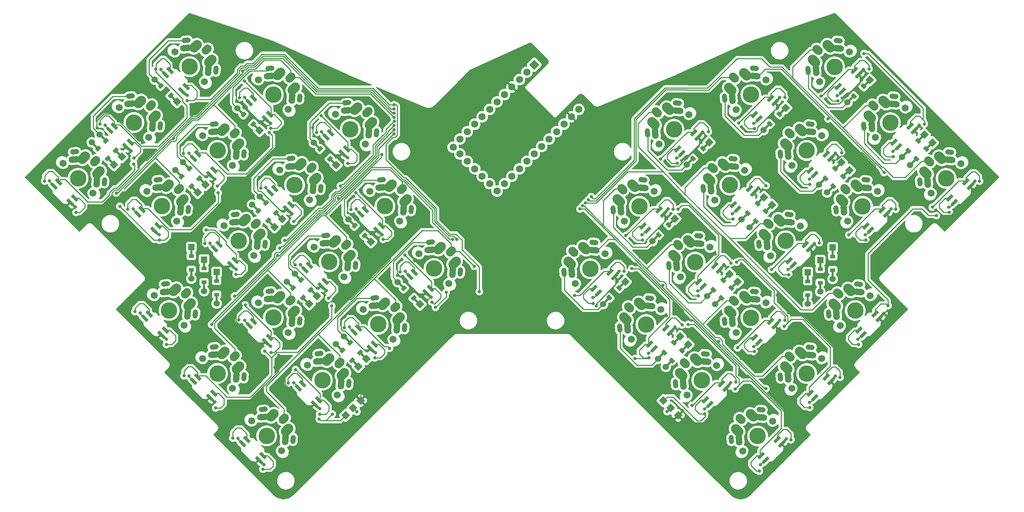
<source format=gbr>
G04 #@! TF.GenerationSoftware,KiCad,Pcbnew,(5.99.0-11349-g4025603a1f)*
G04 #@! TF.CreationDate,2022-06-14T13:32:38-04:00*
G04 #@! TF.ProjectId,eek,65656b2e-6b69-4636-9164-5f7063625858,rev?*
G04 #@! TF.SameCoordinates,Original*
G04 #@! TF.FileFunction,Copper,L2,Bot*
G04 #@! TF.FilePolarity,Positive*
%FSLAX46Y46*%
G04 Gerber Fmt 4.6, Leading zero omitted, Abs format (unit mm)*
G04 Created by KiCad (PCBNEW (5.99.0-11349-g4025603a1f)) date 2022-06-14 13:32:38*
%MOMM*%
%LPD*%
G01*
G04 APERTURE LIST*
G04 Aperture macros list*
%AMHorizOval*
0 Thick line with rounded ends*
0 $1 width*
0 $2 $3 position (X,Y) of the first rounded end (center of the circle)*
0 $4 $5 position (X,Y) of the second rounded end (center of the circle)*
0 Add line between two ends*
20,1,$1,$2,$3,$4,$5,0*
0 Add two circle primitives to create the rounded ends*
1,1,$1,$2,$3*
1,1,$1,$4,$5*%
%AMRotRect*
0 Rectangle, with rotation*
0 The origin of the aperture is its center*
0 $1 length*
0 $2 width*
0 $3 Rotation angle, in degrees counterclockwise*
0 Add horizontal line*
21,1,$1,$2,0,0,$3*%
G04 Aperture macros list end*
G04 #@! TA.AperFunction,SMDPad,CuDef*
%ADD10RotRect,0.900000X1.200000X225.000000*%
G04 #@! TD*
G04 #@! TA.AperFunction,ConnectorPad*
%ADD11RotRect,1.524000X0.500000X225.000000*%
G04 #@! TD*
G04 #@! TA.AperFunction,ComponentPad*
%ADD12RotRect,1.524000X1.524000X225.000000*%
G04 #@! TD*
G04 #@! TA.AperFunction,ComponentPad*
%ADD13C,1.524000*%
G04 #@! TD*
G04 #@! TA.AperFunction,SMDPad,CuDef*
%ADD14R,1.200000X0.900000*%
G04 #@! TD*
G04 #@! TA.AperFunction,ConnectorPad*
%ADD15R,0.500000X1.524000*%
G04 #@! TD*
G04 #@! TA.AperFunction,ComponentPad*
%ADD16R,1.524000X1.524000*%
G04 #@! TD*
G04 #@! TA.AperFunction,ComponentPad*
%ADD17HorizOval,2.000000X0.176777X-0.176777X-0.176777X0.176777X0*%
G04 #@! TD*
G04 #@! TA.AperFunction,ComponentPad*
%ADD18HorizOval,1.550000X0.622622X-0.054472X-0.622622X0.054472X0*%
G04 #@! TD*
G04 #@! TA.AperFunction,ComponentPad*
%ADD19HorizOval,2.300000X-0.366635X0.366635X0.366635X-0.366635X0*%
G04 #@! TD*
G04 #@! TA.AperFunction,ComponentPad*
%ADD20HorizOval,1.250000X-0.041399X0.473192X0.041399X-0.473192X0*%
G04 #@! TD*
G04 #@! TA.AperFunction,ComponentPad*
%ADD21HorizOval,1.250000X0.473192X-0.041399X-0.473192X0.041399X0*%
G04 #@! TD*
G04 #@! TA.AperFunction,ComponentPad*
%ADD22HorizOval,1.550000X-0.054472X0.622622X0.054472X-0.622622X0*%
G04 #@! TD*
G04 #@! TA.AperFunction,SMDPad,CuDef*
%ADD23RotRect,1.800000X0.820000X225.000000*%
G04 #@! TD*
G04 #@! TA.AperFunction,ComponentPad*
%ADD24C,0.800000*%
G04 #@! TD*
G04 #@! TA.AperFunction,ComponentPad*
%ADD25C,3.987800*%
G04 #@! TD*
G04 #@! TA.AperFunction,ComponentPad*
%ADD26C,1.701800*%
G04 #@! TD*
G04 #@! TA.AperFunction,ConnectorPad*
%ADD27RotRect,1.524000X0.500000X135.000000*%
G04 #@! TD*
G04 #@! TA.AperFunction,SMDPad,CuDef*
%ADD28RotRect,0.900000X1.200000X135.000000*%
G04 #@! TD*
G04 #@! TA.AperFunction,ComponentPad*
%ADD29RotRect,1.524000X1.524000X135.000000*%
G04 #@! TD*
G04 #@! TA.AperFunction,ComponentPad*
%ADD30HorizOval,2.000000X-0.176777X-0.176777X0.176777X0.176777X0*%
G04 #@! TD*
G04 #@! TA.AperFunction,ComponentPad*
%ADD31HorizOval,1.550000X-0.054472X-0.622622X0.054472X0.622622X0*%
G04 #@! TD*
G04 #@! TA.AperFunction,ComponentPad*
%ADD32HorizOval,2.300000X-0.366635X-0.366635X0.366635X0.366635X0*%
G04 #@! TD*
G04 #@! TA.AperFunction,ComponentPad*
%ADD33HorizOval,1.250000X-0.041399X-0.473192X0.041399X0.473192X0*%
G04 #@! TD*
G04 #@! TA.AperFunction,ComponentPad*
%ADD34HorizOval,1.550000X0.622622X0.054472X-0.622622X-0.054472X0*%
G04 #@! TD*
G04 #@! TA.AperFunction,ComponentPad*
%ADD35HorizOval,1.250000X0.473192X0.041399X-0.473192X-0.041399X0*%
G04 #@! TD*
G04 #@! TA.AperFunction,SMDPad,CuDef*
%ADD36RotRect,1.800000X0.820000X135.000000*%
G04 #@! TD*
G04 #@! TA.AperFunction,SMDPad,CuDef*
%ADD37RotRect,1.524000X1.524000X315.000000*%
G04 #@! TD*
G04 #@! TA.AperFunction,SMDPad,CuDef*
%ADD38RotRect,1.524000X1.524000X225.000000*%
G04 #@! TD*
G04 #@! TA.AperFunction,ComponentPad*
%ADD39RotRect,1.752600X1.752600X225.000000*%
G04 #@! TD*
G04 #@! TA.AperFunction,ComponentPad*
%ADD40C,1.752600*%
G04 #@! TD*
G04 #@! TA.AperFunction,ViaPad*
%ADD41C,0.800000*%
G04 #@! TD*
G04 #@! TA.AperFunction,Conductor*
%ADD42C,0.250000*%
G04 #@! TD*
G04 APERTURE END LIST*
D10*
X165917008Y-104476455D03*
D11*
X165287683Y-105105780D03*
X168879785Y-101513678D03*
D10*
X168250460Y-102143003D03*
D12*
X169777811Y-100615652D03*
D13*
X164389657Y-106003806D03*
D10*
X177867112Y-89273659D03*
X180200564Y-86940207D03*
D11*
X180829889Y-86310882D03*
X177237787Y-89902984D03*
D12*
X181727915Y-85412856D03*
D13*
X176339761Y-90801010D03*
D10*
X188473714Y-68484720D03*
D11*
X189103039Y-67855395D03*
D10*
X186140262Y-70818172D03*
D11*
X185510937Y-71447497D03*
D12*
X190001065Y-66957369D03*
D13*
X184612911Y-72345523D03*
D10*
X204666459Y-62474312D03*
D11*
X204037134Y-63103637D03*
X207629236Y-59511535D03*
D10*
X206999911Y-60140860D03*
D12*
X208527262Y-58613509D03*
D13*
X203139108Y-64001663D03*
D10*
X227293875Y-53423345D03*
D11*
X227923200Y-52794020D03*
X224331098Y-56386122D03*
D10*
X224960423Y-55756797D03*
D12*
X228821226Y-51895994D03*
D13*
X223433072Y-57284148D03*
D11*
X178553949Y-118361051D03*
D10*
X179183274Y-117731726D03*
D11*
X182146051Y-114768949D03*
D10*
X181516726Y-115398274D03*
D12*
X183044077Y-113870923D03*
D13*
X177655923Y-119259077D03*
D10*
X193416726Y-100268274D03*
X191083274Y-102601726D03*
D11*
X190453949Y-103231051D03*
X194046051Y-99638949D03*
D12*
X194944077Y-98740923D03*
D13*
X189555923Y-104129077D03*
D10*
X199373274Y-84061726D03*
D11*
X198743949Y-84691051D03*
D10*
X201706726Y-81728274D03*
D11*
X202336051Y-81098949D03*
D12*
X203234077Y-80200923D03*
D13*
X197845923Y-85589077D03*
D10*
X218103274Y-75611726D03*
X220436726Y-73278274D03*
D11*
X221066051Y-72648949D03*
X217473949Y-76241051D03*
D12*
X221964077Y-71750923D03*
D13*
X216575923Y-77139077D03*
D11*
X237490675Y-69574325D03*
D10*
X240453452Y-66611548D03*
X238120000Y-68945000D03*
D11*
X241082777Y-65982223D03*
D12*
X241980803Y-65084197D03*
D13*
X236592649Y-70472351D03*
D11*
X184036051Y-116678949D03*
D10*
X183406726Y-117308274D03*
X181073274Y-119641726D03*
D11*
X180443949Y-120271051D03*
D12*
X184934077Y-115780923D03*
D13*
X179545923Y-121169077D03*
D11*
X195956051Y-101528949D03*
D10*
X192993274Y-104491726D03*
X195326726Y-102158274D03*
D11*
X192363949Y-105121051D03*
D12*
X196854077Y-100630923D03*
D13*
X191465923Y-106019077D03*
D11*
X204256051Y-82988949D03*
D10*
X201293274Y-85951726D03*
X203626726Y-83618274D03*
D11*
X200663949Y-86581051D03*
D12*
X205154077Y-82090923D03*
D13*
X199765923Y-87479077D03*
D11*
X219393949Y-78161051D03*
D10*
X220023274Y-77531726D03*
D11*
X222986051Y-74568949D03*
D10*
X222356726Y-75198274D03*
D12*
X223884077Y-73670923D03*
D13*
X218495923Y-79059077D03*
D14*
X213840000Y-103805000D03*
D15*
X213840000Y-99615000D03*
X213840000Y-104695000D03*
D14*
X213840000Y-100505000D03*
D16*
X213840000Y-98345000D03*
D13*
X213840000Y-105965000D03*
D15*
X216840000Y-101735000D03*
D14*
X216840000Y-97545000D03*
D15*
X216840000Y-96655000D03*
D14*
X216840000Y-100845000D03*
D16*
X216840000Y-95385000D03*
D13*
X216840000Y-103005000D03*
D14*
X219870000Y-97795000D03*
X219870000Y-94495000D03*
D15*
X219870000Y-93605000D03*
X219870000Y-98685000D03*
D16*
X219870000Y-92335000D03*
D13*
X219870000Y-99955000D03*
D17*
X209413974Y-118628491D03*
X209520040Y-118734557D03*
D18*
X214469787Y-118310293D03*
D19*
X212185833Y-117836531D03*
D20*
X207207801Y-123648949D03*
D21*
X214420290Y-116436460D03*
D22*
X209081634Y-123698447D03*
D19*
X208622014Y-121400350D03*
D23*
X218337662Y-123677233D03*
X214448574Y-127566321D03*
X215509234Y-128626981D03*
D24*
X214222300Y-129730067D03*
D23*
X219398322Y-124737894D03*
D24*
X220515550Y-123436817D03*
D25*
X213585904Y-122800421D03*
D26*
X209993802Y-126392523D03*
X217178006Y-119208319D03*
D18*
X202615850Y-133397122D03*
D17*
X197560037Y-133715320D03*
D19*
X200331896Y-132923360D03*
D17*
X197666103Y-133821386D03*
D20*
X195353864Y-138735778D03*
D19*
X196768077Y-136487179D03*
D22*
X197227697Y-138785276D03*
D21*
X202566353Y-131523289D03*
D23*
X206483725Y-138764062D03*
X202594637Y-142653150D03*
D24*
X202368363Y-144816896D03*
D23*
X203655297Y-143713810D03*
D24*
X208661613Y-138523646D03*
D23*
X207544385Y-139824723D03*
D26*
X205324069Y-134295148D03*
X198139865Y-141479352D03*
D25*
X201731967Y-137887250D03*
D17*
X170619268Y-106774552D03*
D19*
X173391127Y-105982592D03*
D17*
X170725334Y-106880618D03*
D18*
X175675081Y-106456354D03*
D22*
X170286928Y-111844508D03*
D21*
X175625584Y-104582521D03*
D19*
X169827308Y-109546411D03*
D20*
X168413095Y-111795010D03*
D23*
X179542956Y-111823294D03*
X175653868Y-115712382D03*
D24*
X175427594Y-117876128D03*
D23*
X176714528Y-116773042D03*
D24*
X181720844Y-111582878D03*
D23*
X180603616Y-112883955D03*
D25*
X174791198Y-110946482D03*
D26*
X171199096Y-114538584D03*
X178383300Y-107354380D03*
D17*
X229619550Y-58011762D03*
X229725616Y-58117828D03*
D18*
X234675363Y-57693564D03*
D19*
X232391409Y-57219802D03*
D20*
X227413377Y-63032220D03*
D19*
X228827590Y-60783621D03*
D22*
X229287210Y-63081718D03*
D21*
X234625866Y-55819731D03*
D23*
X238543238Y-63060504D03*
X234654150Y-66949592D03*
X235714810Y-68010252D03*
D24*
X234427876Y-69113338D03*
X240721126Y-62820088D03*
D23*
X239603898Y-64121165D03*
D25*
X233791480Y-62183692D03*
D26*
X230199378Y-65775794D03*
X237383582Y-58591590D03*
D17*
X196049655Y-51382635D03*
D18*
X200999402Y-50958371D03*
D17*
X195943589Y-51276569D03*
D19*
X198715448Y-50484609D03*
X195151629Y-54048428D03*
D22*
X195611249Y-56346525D03*
D20*
X193737416Y-56297027D03*
D21*
X200949905Y-49084538D03*
D23*
X204867277Y-56325311D03*
X200978189Y-60214399D03*
D24*
X200751915Y-62378145D03*
D23*
X202038849Y-61275059D03*
D24*
X207045165Y-56084895D03*
D23*
X205927937Y-57385972D03*
D26*
X203707621Y-51856397D03*
D25*
X200115519Y-55448499D03*
D26*
X196523417Y-59040601D03*
D17*
X222990425Y-78323403D03*
D18*
X227940172Y-77899139D03*
D19*
X225656218Y-77425377D03*
D17*
X222884359Y-78217337D03*
D19*
X222092399Y-80989196D03*
D20*
X220678186Y-83237795D03*
D22*
X222552019Y-83287293D03*
D21*
X227890675Y-76025306D03*
D23*
X231808047Y-83266079D03*
X227918959Y-87155167D03*
D24*
X227692685Y-89318913D03*
D23*
X228979619Y-88215827D03*
D24*
X233985935Y-83025663D03*
D23*
X232868707Y-84326740D03*
D26*
X230648391Y-78797165D03*
X223464187Y-85981369D03*
D25*
X227056289Y-82389267D03*
D18*
X221204979Y-44223180D03*
D19*
X218921025Y-43749418D03*
D17*
X216255232Y-44647444D03*
X216149166Y-44541378D03*
D19*
X215357206Y-47313237D03*
D22*
X215816826Y-49611334D03*
D21*
X221155482Y-42349347D03*
D20*
X213942993Y-49561836D03*
D23*
X225072854Y-49590120D03*
X221183766Y-53479208D03*
X222244426Y-54539868D03*
D24*
X220957492Y-55642954D03*
X227250742Y-49349704D03*
D23*
X226133514Y-50650781D03*
D26*
X216728994Y-52305410D03*
D25*
X220321096Y-48713308D03*
D26*
X223913198Y-45121206D03*
D18*
X209351042Y-86250777D03*
D17*
X204401295Y-86675041D03*
X204295229Y-86568975D03*
D19*
X207067088Y-85777015D03*
X203503269Y-89340834D03*
D22*
X203962889Y-91638931D03*
D21*
X209301545Y-84376944D03*
D20*
X202089056Y-91589433D03*
D23*
X213218917Y-91617717D03*
X209329829Y-95506805D03*
X210390489Y-96567465D03*
D24*
X209103555Y-97670551D03*
X215396805Y-91377301D03*
D23*
X214279577Y-92678378D03*
D26*
X204875057Y-94333007D03*
D25*
X208467159Y-90740905D03*
D26*
X212059261Y-87148803D03*
D17*
X184089651Y-120244936D03*
D19*
X186861510Y-119452976D03*
D17*
X184195717Y-120351002D03*
D18*
X189145464Y-119926738D03*
D20*
X181883478Y-125265394D03*
D22*
X183757311Y-125314892D03*
D21*
X189095967Y-118052905D03*
D19*
X183297691Y-123016795D03*
D23*
X193013339Y-125293678D03*
X189124251Y-129182766D03*
D24*
X188897977Y-131346512D03*
D23*
X190184911Y-130243426D03*
D24*
X195191227Y-125053262D03*
D23*
X194073999Y-126354339D03*
D26*
X191853683Y-120824764D03*
D25*
X188261581Y-124416866D03*
D26*
X184669479Y-128008968D03*
D19*
X198715449Y-104366146D03*
D17*
X196049656Y-105264172D03*
D18*
X200999403Y-104839908D03*
D17*
X195943590Y-105158106D03*
D22*
X195611250Y-110228062D03*
D19*
X195151630Y-107929965D03*
D20*
X193737417Y-110178564D03*
D21*
X200949906Y-102966075D03*
D23*
X204867278Y-110206848D03*
X200978190Y-114095936D03*
D24*
X200751916Y-116259682D03*
D23*
X202038850Y-115156596D03*
X205927938Y-111267509D03*
D24*
X207045166Y-109966432D03*
D25*
X200115520Y-109330036D03*
D26*
X203707622Y-105737934D03*
X196523418Y-112922138D03*
D18*
X214469788Y-64428755D03*
D17*
X209520041Y-64853019D03*
D19*
X212185834Y-63954993D03*
D17*
X209413975Y-64746953D03*
D21*
X214420291Y-62554922D03*
D22*
X209081635Y-69816909D03*
D20*
X207207802Y-69767411D03*
D19*
X208622015Y-67518812D03*
D23*
X218337663Y-69795695D03*
X214448575Y-73684783D03*
D24*
X214222301Y-75848529D03*
D23*
X215509235Y-74745443D03*
X219398323Y-70856356D03*
D24*
X220515551Y-69555279D03*
D25*
X213585905Y-68918883D03*
D26*
X217178007Y-65326781D03*
X209993803Y-72510985D03*
D19*
X185245064Y-90895761D03*
D17*
X182473205Y-91687721D03*
D18*
X187529018Y-91369523D03*
D17*
X182579271Y-91793787D03*
D21*
X187479521Y-89495690D03*
D20*
X180267032Y-96708179D03*
D19*
X181681245Y-94459580D03*
D22*
X182140865Y-96757677D03*
D23*
X191396893Y-96736463D03*
X187507805Y-100625551D03*
X188568465Y-101686211D03*
D24*
X187281531Y-102789297D03*
D23*
X192457553Y-97797124D03*
D24*
X193574781Y-96496047D03*
D25*
X186645135Y-95859651D03*
D26*
X183053033Y-99451753D03*
X190237237Y-92267549D03*
D18*
X248145747Y-71163947D03*
D17*
X243196000Y-71588211D03*
D19*
X245861793Y-70690185D03*
D17*
X243089934Y-71482145D03*
D20*
X240883761Y-76502603D03*
D22*
X242757594Y-76552101D03*
D21*
X248096250Y-69290114D03*
D19*
X242297974Y-74254004D03*
D23*
X252013622Y-76530887D03*
X248124534Y-80419975D03*
D24*
X247898260Y-82583721D03*
D23*
X249185194Y-81480635D03*
D24*
X254191510Y-76290471D03*
D23*
X253074282Y-77591548D03*
D26*
X243669762Y-79246177D03*
D25*
X247261864Y-75654075D03*
D26*
X250853966Y-72061973D03*
D18*
X195880656Y-72780393D03*
D19*
X193596702Y-72306631D03*
D17*
X190930909Y-73204657D03*
X190824843Y-73098591D03*
D20*
X188618670Y-78119049D03*
D19*
X190032883Y-75870450D03*
D22*
X190492503Y-78168547D03*
D21*
X195831159Y-70906560D03*
D23*
X199748531Y-78147333D03*
X195859443Y-82036421D03*
D24*
X195633169Y-84200167D03*
D23*
X196920103Y-83097081D03*
X200809191Y-79207994D03*
D24*
X201926419Y-77906917D03*
D25*
X194996773Y-77270521D03*
D26*
X191404671Y-80862623D03*
X198588875Y-73678419D03*
D17*
X169108887Y-78323403D03*
X169002821Y-78217337D03*
D18*
X174058634Y-77899139D03*
D19*
X171774680Y-77425377D03*
X168210861Y-80989196D03*
D21*
X174009137Y-76025306D03*
D22*
X168670481Y-83287293D03*
D20*
X166796648Y-83237795D03*
D23*
X177926509Y-83266079D03*
X174037421Y-87155167D03*
D24*
X173811147Y-89318913D03*
D23*
X175098081Y-88215827D03*
X178987169Y-84326740D03*
D24*
X180104397Y-83025663D03*
D26*
X169582649Y-85981369D03*
D25*
X173174751Y-82389267D03*
D26*
X176766853Y-78797165D03*
D19*
X223905067Y-102614996D03*
D18*
X226189021Y-103088758D03*
D17*
X221239274Y-103513022D03*
X221133208Y-103406956D03*
D22*
X220800868Y-108476912D03*
D21*
X226139524Y-101214925D03*
D19*
X220341248Y-106178815D03*
D20*
X218927035Y-108427414D03*
D23*
X230056896Y-108455698D03*
X226167808Y-112344786D03*
X227228468Y-113405446D03*
D24*
X225941534Y-114508532D03*
X232234784Y-108215282D03*
D23*
X231117556Y-109516359D03*
D26*
X228897240Y-103986784D03*
D25*
X225305138Y-107578886D03*
D26*
X221713036Y-111170988D03*
D17*
X157148884Y-93304168D03*
D18*
X162204697Y-92985970D03*
D17*
X157254950Y-93410234D03*
D19*
X159920743Y-92512208D03*
X156356924Y-96076027D03*
D22*
X156816544Y-98374124D03*
D20*
X154942711Y-98324626D03*
D21*
X162155200Y-91112137D03*
D23*
X166072572Y-98352910D03*
X162183484Y-102241998D03*
X163244144Y-103302658D03*
D24*
X161957210Y-104405744D03*
X168250460Y-98112494D03*
D23*
X167133232Y-99413571D03*
D26*
X157728712Y-101068200D03*
D25*
X161320814Y-97476098D03*
D26*
X164912916Y-93883996D03*
D18*
X182410272Y-59310009D03*
D19*
X180126318Y-58836247D03*
D17*
X177460525Y-59734273D03*
X177354459Y-59628207D03*
D19*
X176562499Y-62400066D03*
D22*
X177022119Y-64698163D03*
D21*
X182360775Y-57436176D03*
D20*
X175148286Y-64648665D03*
D23*
X186278147Y-64676949D03*
X182389059Y-68566037D03*
D24*
X182162785Y-70729783D03*
D23*
X183449719Y-69626697D03*
D24*
X188456035Y-64436533D03*
D23*
X187338807Y-65737610D03*
D25*
X181526389Y-63800137D03*
D26*
X177934287Y-67392239D03*
X185118491Y-60208035D03*
D27*
X47296051Y-69541051D03*
X43703949Y-65948949D03*
D28*
X44333274Y-66578274D03*
X46666726Y-68911726D03*
D29*
X48194077Y-70439077D03*
D13*
X42805923Y-65050923D03*
D28*
X66850000Y-75625000D03*
D27*
X63887223Y-72662223D03*
X67479325Y-76254325D03*
D28*
X64516548Y-73291548D03*
D29*
X68377351Y-77152351D03*
D13*
X62989197Y-71764197D03*
D27*
X90843949Y-99598949D03*
D28*
X91473274Y-100228274D03*
X93806726Y-102561726D03*
D27*
X94436051Y-103191051D03*
D29*
X95334077Y-104089077D03*
D13*
X89945923Y-98700923D03*
D14*
X68056128Y-97419861D03*
D15*
X68056128Y-101609861D03*
X68056128Y-96529861D03*
D14*
X68056128Y-100719861D03*
D16*
X68056128Y-95259861D03*
D13*
X68056128Y-102879861D03*
D27*
X61983949Y-74558949D03*
D28*
X62613274Y-75188274D03*
D27*
X65576051Y-78151051D03*
D28*
X64946726Y-77521726D03*
D29*
X66474077Y-79049077D03*
D13*
X61085923Y-73660923D03*
D15*
X64950000Y-93535000D03*
X64950000Y-98615000D03*
D14*
X64950000Y-94425000D03*
X64950000Y-97725000D03*
D16*
X64950000Y-92265000D03*
D13*
X64950000Y-99885000D03*
D28*
X44770000Y-70815000D03*
D27*
X41807223Y-67852223D03*
X45399325Y-71444325D03*
D28*
X42436548Y-68481548D03*
D29*
X46297351Y-72342351D03*
D13*
X40909197Y-66954197D03*
D27*
X84135737Y-86481051D03*
X80543635Y-82888949D03*
D28*
X81172960Y-83518274D03*
X83506412Y-85851726D03*
D29*
X85033763Y-87379077D03*
D13*
X79645609Y-81990923D03*
D28*
X83053274Y-81578274D03*
D27*
X82423949Y-80948949D03*
D28*
X85386726Y-83911726D03*
D27*
X86016051Y-84541051D03*
D29*
X86914077Y-85439077D03*
D13*
X81525923Y-80050923D03*
D28*
X91896726Y-104461726D03*
D27*
X92526051Y-105091051D03*
D28*
X89563274Y-102128274D03*
D27*
X88933949Y-101498949D03*
D29*
X93424077Y-105989077D03*
D13*
X88035923Y-100600923D03*
D27*
X99055690Y-71520980D03*
X95463588Y-67928878D03*
D28*
X96092913Y-68558203D03*
X98426365Y-70891655D03*
D29*
X99953716Y-72419006D03*
D13*
X94565562Y-67030852D03*
D28*
X59959755Y-55618149D03*
D27*
X60589080Y-56247474D03*
D28*
X57626303Y-53284697D03*
D27*
X56996978Y-52655372D03*
D29*
X61487106Y-57145500D03*
D13*
X56098952Y-51757346D03*
D28*
X104436772Y-87084401D03*
D27*
X107399549Y-90047178D03*
X103807447Y-86455076D03*
D28*
X106770224Y-89417853D03*
D29*
X108297575Y-90945204D03*
D13*
X102909421Y-85557050D03*
D28*
X77566715Y-60214343D03*
D27*
X76937390Y-59585018D03*
D28*
X79900167Y-62547795D03*
D27*
X80529492Y-63177120D03*
D29*
X81427518Y-64075146D03*
D13*
X76039364Y-58686992D03*
D28*
X118649618Y-104549938D03*
X116316166Y-102216486D03*
D27*
X119278943Y-105179263D03*
X115686841Y-101587161D03*
D29*
X120176969Y-106077289D03*
D13*
X114788815Y-100689135D03*
D28*
X101433274Y-117238274D03*
D27*
X104396051Y-120201051D03*
D28*
X103766726Y-119571726D03*
D27*
X100803949Y-116608949D03*
D29*
X105294077Y-121099077D03*
D13*
X99905923Y-115710923D03*
D15*
X71080000Y-99545000D03*
X71080000Y-104625000D03*
D14*
X71080000Y-100435000D03*
X71080000Y-103735000D03*
D16*
X71080000Y-98275000D03*
D13*
X71080000Y-105895000D03*
D28*
X105696726Y-117691726D03*
D27*
X102733949Y-114728949D03*
D28*
X103363274Y-115358274D03*
D27*
X106326051Y-118321051D03*
D29*
X107224077Y-119219077D03*
D13*
X101835923Y-113830923D03*
D11*
X239443949Y-71501051D03*
D10*
X242406726Y-68538274D03*
X240073274Y-70871726D03*
D11*
X243036051Y-67908949D03*
D12*
X243934077Y-67010923D03*
D13*
X238545923Y-72399077D03*
D30*
X87324789Y-133682739D03*
D31*
X87642987Y-138738552D03*
D30*
X87218723Y-133788805D03*
D32*
X88116749Y-136454598D03*
D33*
X89516820Y-138689055D03*
D34*
X82254833Y-133350399D03*
D32*
X84552930Y-132890779D03*
D35*
X82304331Y-131476566D03*
D36*
X82276047Y-142606427D03*
X78386959Y-138717339D03*
D24*
X76223213Y-138491065D03*
D36*
X77326299Y-139777999D03*
D24*
X82516463Y-144784315D03*
D36*
X81215386Y-143667087D03*
D26*
X79560757Y-134262567D03*
X86744961Y-141446771D03*
D25*
X83152859Y-137854669D03*
D31*
X101113371Y-125268166D03*
D32*
X101587133Y-122984212D03*
D30*
X100689107Y-120318419D03*
X100795173Y-120212353D03*
D34*
X95725217Y-119880013D03*
D32*
X98023314Y-119420393D03*
D33*
X102987204Y-125218669D03*
D35*
X95774715Y-118006180D03*
D36*
X95746431Y-129136041D03*
X91857343Y-125246953D03*
X90796683Y-126307613D03*
D24*
X89693597Y-125020679D03*
D36*
X94685770Y-130196701D03*
D24*
X95986847Y-131313929D03*
D25*
X96623243Y-124384283D03*
D26*
X93031141Y-120792181D03*
X100215345Y-127976385D03*
D31*
X55583472Y-63034991D03*
D30*
X55265274Y-57979178D03*
X55159208Y-58085244D03*
D32*
X56057234Y-60751037D03*
D35*
X50244816Y-55773005D03*
D34*
X50195318Y-57646838D03*
D33*
X57457305Y-62985494D03*
D32*
X52493415Y-57187218D03*
D36*
X50216532Y-66902866D03*
X46327444Y-63013778D03*
X45266784Y-64074438D03*
D24*
X44163698Y-62787504D03*
D36*
X49155871Y-67963526D03*
D24*
X50456948Y-69080754D03*
D26*
X47501242Y-58559006D03*
D25*
X51093344Y-62151108D03*
D26*
X54685446Y-65743210D03*
D30*
X88835169Y-105231589D03*
X88941235Y-105125523D03*
D32*
X89733195Y-107897382D03*
D31*
X89259433Y-110181336D03*
D34*
X83871279Y-104793183D03*
D32*
X86169376Y-104333563D03*
D33*
X91133266Y-110131839D03*
D35*
X83920777Y-102919350D03*
D36*
X83892493Y-114049211D03*
X80003405Y-110160123D03*
X78942745Y-111220783D03*
D24*
X77839659Y-109933849D03*
X84132909Y-116227099D03*
D36*
X82831832Y-115109871D03*
D26*
X81177203Y-105705351D03*
X88361407Y-112889555D03*
D25*
X84769305Y-109297453D03*
D30*
X41794889Y-71449563D03*
X41688823Y-71555629D03*
D31*
X42113087Y-76505376D03*
D32*
X42586849Y-74221422D03*
D34*
X36724933Y-71117223D03*
D32*
X39023030Y-70657603D03*
D33*
X43986920Y-76455879D03*
D35*
X36774431Y-69243390D03*
D36*
X36746147Y-80373251D03*
X32857059Y-76484163D03*
D24*
X30693313Y-76257889D03*
D36*
X31796399Y-77544823D03*
D24*
X36986563Y-82551139D03*
D36*
X35685486Y-81433911D03*
D26*
X41215061Y-79213595D03*
D25*
X37622959Y-75621493D03*
D26*
X34030857Y-72029391D03*
D30*
X94059980Y-73066009D03*
D31*
X94378178Y-78121822D03*
D30*
X93953914Y-73172075D03*
D32*
X94851940Y-75837868D03*
D34*
X88990024Y-72733669D03*
D33*
X96252011Y-78072325D03*
D35*
X89039522Y-70859836D03*
D32*
X91288121Y-72274049D03*
D36*
X89011238Y-81989697D03*
X85122150Y-78100609D03*
D24*
X82958404Y-77874335D03*
D36*
X84061490Y-79161269D03*
D24*
X89251654Y-84167585D03*
D36*
X87950577Y-83050357D03*
D25*
X89888050Y-77237939D03*
D26*
X86295948Y-73645837D03*
X93480152Y-80830041D03*
D30*
X75364785Y-118701973D03*
X75470851Y-118595907D03*
D31*
X75789049Y-123651720D03*
D32*
X76262811Y-121367766D03*
D34*
X70400895Y-118263567D03*
D33*
X77662882Y-123602223D03*
D35*
X70450393Y-116389734D03*
D32*
X72698992Y-117803947D03*
D36*
X70422109Y-127519595D03*
X66533021Y-123630507D03*
X65472361Y-124691167D03*
D24*
X64369275Y-123404233D03*
X70662525Y-129697483D03*
D36*
X69361448Y-128580255D03*
D25*
X71298921Y-122767837D03*
D26*
X67706819Y-119175735D03*
X74891023Y-126359939D03*
D32*
X81381557Y-89308252D03*
D31*
X80907795Y-91592206D03*
D30*
X80589597Y-86536393D03*
X80483531Y-86642459D03*
D32*
X77817738Y-85744433D03*
D35*
X75569139Y-84330220D03*
D34*
X75519641Y-86204053D03*
D33*
X82781628Y-91542709D03*
D36*
X75540855Y-95460081D03*
X71651767Y-91570993D03*
D24*
X69488021Y-91344719D03*
D36*
X70591107Y-92631653D03*
D24*
X75781271Y-97637969D03*
D36*
X74480194Y-96520741D03*
D26*
X80009769Y-94300425D03*
D25*
X76417667Y-90708323D03*
D26*
X72825565Y-87116221D03*
D30*
X75470851Y-64714372D03*
D32*
X76262811Y-67486231D03*
D31*
X75789049Y-69770185D03*
D30*
X75364785Y-64820438D03*
D34*
X70400895Y-64382032D03*
D35*
X70450393Y-62508199D03*
D33*
X77662882Y-69720688D03*
D32*
X72698992Y-63922412D03*
D36*
X70422109Y-73638060D03*
X66533021Y-69748972D03*
X65472361Y-70809632D03*
D24*
X64369275Y-69522698D03*
D36*
X69361448Y-74698720D03*
D24*
X70662525Y-75815948D03*
D25*
X71298921Y-68886302D03*
D26*
X67706819Y-65294200D03*
X74891023Y-72478404D03*
D30*
X102411618Y-91655139D03*
D32*
X103203578Y-94426998D03*
D30*
X102305552Y-91761205D03*
D31*
X102729816Y-96710952D03*
D34*
X97341662Y-91322799D03*
D33*
X104603649Y-96661455D03*
D32*
X99639759Y-90863179D03*
D35*
X97391160Y-89448966D03*
D36*
X97362876Y-100578827D03*
X93473788Y-96689739D03*
X92413128Y-97750399D03*
D24*
X91310042Y-96463465D03*
D36*
X96302215Y-101639487D03*
D24*
X97603292Y-102756715D03*
D25*
X98239688Y-95827069D03*
D26*
X94647586Y-92234967D03*
X101831790Y-99419171D03*
D31*
X62318665Y-83240568D03*
D30*
X61894401Y-78290821D03*
D32*
X62792427Y-80956614D03*
D30*
X62000467Y-78184755D03*
D32*
X59228608Y-77392795D03*
D34*
X56930511Y-77852415D03*
D33*
X64192498Y-83191071D03*
D35*
X56980009Y-75978582D03*
D36*
X56951725Y-87108443D03*
X53062637Y-83219355D03*
X52001977Y-84280015D03*
D24*
X50898891Y-82993081D03*
X57192141Y-89286331D03*
D36*
X55891064Y-88169103D03*
D26*
X54236435Y-78764583D03*
X61420639Y-85948787D03*
D25*
X57828537Y-82356685D03*
D30*
X114265556Y-106741970D03*
X114159490Y-106848036D03*
D32*
X115057516Y-109513829D03*
D31*
X114583754Y-111797783D03*
D32*
X111493697Y-105950010D03*
D34*
X109195600Y-106409630D03*
D33*
X116457587Y-111748286D03*
D35*
X109245098Y-104535797D03*
D36*
X109216814Y-115665658D03*
X105327726Y-111776570D03*
X104267066Y-112837230D03*
D24*
X103163980Y-111550296D03*
D36*
X108156153Y-116726318D03*
D24*
X109457230Y-117843546D03*
D25*
X110093626Y-110913900D03*
D26*
X106501524Y-107321798D03*
X113685728Y-114506002D03*
D30*
X68629592Y-44614860D03*
D32*
X69527618Y-47280653D03*
D31*
X69053856Y-49564607D03*
D30*
X68735658Y-44508794D03*
D32*
X65963799Y-43716834D03*
D35*
X63715200Y-42302621D03*
D34*
X63665702Y-44176454D03*
D33*
X70927689Y-49515110D03*
D36*
X63686916Y-53432482D03*
X59797828Y-49543394D03*
X58737168Y-50604054D03*
D24*
X57634082Y-49317120D03*
D36*
X62626255Y-54493142D03*
D24*
X63927332Y-55610370D03*
D26*
X68155830Y-52272826D03*
X60971626Y-45088622D03*
D25*
X64563728Y-48680724D03*
D30*
X88941235Y-51243986D03*
X88835169Y-51350052D03*
D31*
X89259433Y-56299799D03*
D32*
X89733195Y-54015845D03*
D34*
X83871279Y-50911646D03*
D35*
X83920777Y-49037813D03*
D32*
X86169376Y-50452026D03*
D33*
X91133266Y-56250302D03*
D36*
X83892493Y-60167674D03*
X80003405Y-56278586D03*
X78942745Y-57339246D03*
D24*
X77839659Y-56052312D03*
D36*
X82831832Y-61228334D03*
D24*
X84132909Y-62345562D03*
D25*
X84769305Y-55415916D03*
D26*
X88361407Y-59008018D03*
X81177203Y-51823814D03*
D32*
X116673962Y-80956614D03*
D31*
X116200200Y-83240568D03*
D30*
X115775936Y-78290821D03*
X115882002Y-78184755D03*
D35*
X110861544Y-75978582D03*
D32*
X113110143Y-77392795D03*
D34*
X110812046Y-77852415D03*
D33*
X118074033Y-83191071D03*
D36*
X110833260Y-87108443D03*
X106944172Y-83219355D03*
D24*
X104780426Y-82993081D03*
D36*
X105883512Y-84280015D03*
X109772599Y-88169103D03*
D24*
X111073676Y-89286331D03*
D25*
X111710072Y-82356685D03*
D26*
X115302174Y-85948787D03*
X108117970Y-78764583D03*
D30*
X63751616Y-103374373D03*
D32*
X64543576Y-106146232D03*
D30*
X63645550Y-103480439D03*
D31*
X64069814Y-108430186D03*
D35*
X58731158Y-101168200D03*
D34*
X58681660Y-103042033D03*
D32*
X60979757Y-102582413D03*
D33*
X65943647Y-108380689D03*
D36*
X58702874Y-112298061D03*
X54813786Y-108408973D03*
X53753126Y-109469633D03*
D24*
X52650040Y-108182699D03*
D36*
X57642213Y-113358721D03*
D24*
X58943290Y-114475949D03*
D25*
X59579686Y-107546303D03*
D26*
X55987584Y-103954201D03*
X63171788Y-111138405D03*
D32*
X128527902Y-96043444D03*
D30*
X127735942Y-93271585D03*
X127629876Y-93377651D03*
D31*
X128054140Y-98327398D03*
D34*
X122665986Y-92939245D03*
D35*
X122715484Y-91065412D03*
D32*
X124964083Y-92479625D03*
D33*
X129927973Y-98277901D03*
D36*
X122687200Y-102195273D03*
X118798112Y-98306185D03*
D24*
X116634366Y-98079911D03*
D36*
X117737452Y-99366845D03*
D24*
X122927616Y-104373161D03*
D36*
X121626539Y-103255933D03*
D26*
X127156114Y-101035617D03*
X119971910Y-93851413D03*
D25*
X123564012Y-97443515D03*
D31*
X107848562Y-64651438D03*
D32*
X108322324Y-62367484D03*
D30*
X107530364Y-59595625D03*
X107424298Y-59701691D03*
D32*
X104758505Y-58803665D03*
D35*
X102509906Y-57389452D03*
D34*
X102460408Y-59263285D03*
D33*
X109722395Y-64601941D03*
D36*
X102481622Y-68519313D03*
X98592534Y-64630225D03*
D24*
X96428788Y-64403951D03*
D36*
X97531874Y-65690885D03*
X101420961Y-69579973D03*
D24*
X102722038Y-70697201D03*
D25*
X103358434Y-63767555D03*
D26*
X99766332Y-60175453D03*
X106950536Y-67359657D03*
D37*
X102253949Y-132896051D03*
X104050000Y-131100000D03*
X105846051Y-129303949D03*
D38*
X178953949Y-129328949D03*
X180750000Y-131125000D03*
X182546051Y-132921051D03*
D39*
X147780081Y-48191888D03*
D40*
X145984030Y-49987939D03*
X144187979Y-51783990D03*
X142391927Y-53580041D03*
X140595876Y-55376092D03*
X138799825Y-57172144D03*
X137003774Y-58968195D03*
X135207722Y-60764246D03*
X133411671Y-62560297D03*
X131615620Y-64356349D03*
X129819569Y-66152400D03*
X128185162Y-68110096D03*
X138799825Y-78724758D03*
X140595876Y-76928707D03*
X142391927Y-75132656D03*
X144187979Y-73336605D03*
X145984030Y-71540554D03*
X147780081Y-69744502D03*
X149576132Y-67948451D03*
X151372184Y-66152400D03*
X153168235Y-64356349D03*
X154964286Y-62560297D03*
X156760337Y-60764246D03*
X158556388Y-58968195D03*
X129819569Y-69744502D03*
X131615620Y-71540554D03*
X133411671Y-73336605D03*
X135207722Y-75132656D03*
X137003774Y-76928707D03*
D41*
X113960969Y-61885523D03*
X100931466Y-77478998D03*
X113950137Y-62885466D03*
X87533390Y-90624586D03*
X86332198Y-92462188D03*
X113949646Y-63885467D03*
X75366572Y-104071620D03*
X113950754Y-64885468D03*
X113933879Y-59871554D03*
X77350872Y-49775872D03*
X60637328Y-65991992D03*
X46830000Y-79165000D03*
X113923253Y-60886233D03*
X85822347Y-94247347D03*
X110975000Y-69877347D03*
X69855000Y-110935000D03*
X129077569Y-90387263D03*
X100466076Y-80503618D03*
X128050000Y-90385000D03*
X133267347Y-96872347D03*
X192340000Y-115035000D03*
X178860000Y-101495000D03*
X203728818Y-126446409D03*
X158819878Y-83042642D03*
X159484214Y-82295206D03*
X160149067Y-81548230D03*
X232270000Y-74235000D03*
X160850000Y-80835000D03*
X218740000Y-61285000D03*
X161550000Y-80085000D03*
X179860000Y-131975000D03*
X63980000Y-56835000D03*
X134520000Y-102995000D03*
X113939762Y-57871575D03*
X104970000Y-132045000D03*
X88928017Y-121842451D03*
X190660000Y-62505000D03*
X179330000Y-71415000D03*
X42212653Y-63432347D03*
X222672226Y-121534700D03*
X86035026Y-118383775D03*
X67471380Y-89745075D03*
X113940783Y-58871576D03*
X39180424Y-84707816D03*
X244740000Y-83385000D03*
X162780000Y-106485000D03*
X101970000Y-109125000D03*
X218260000Y-56445000D03*
X92700000Y-134925000D03*
X204790000Y-103045000D03*
X112975793Y-91443007D03*
X53120000Y-67015000D03*
X206475000Y-103845000D03*
X209201842Y-108064315D03*
X104220414Y-79991377D03*
X172070769Y-96326133D03*
X170407136Y-96210377D03*
X207140000Y-100595000D03*
X110617653Y-125242653D03*
X188730000Y-136745000D03*
X210830000Y-136655000D03*
X86035026Y-64502238D03*
X99505409Y-104913391D03*
X191487990Y-93922990D03*
X112630000Y-61585000D03*
X115820000Y-95295000D03*
X85105000Y-121325000D03*
X197347903Y-123151145D03*
X195731457Y-94593930D03*
X225130000Y-90405000D03*
X190320000Y-134845000D03*
X179666551Y-108813143D03*
X182261073Y-81123546D03*
X111359347Y-120000222D03*
X62990000Y-67315000D03*
X230130000Y-73805000D03*
X72564642Y-77972624D03*
X118920355Y-95564645D03*
X174300000Y-73105000D03*
X197820000Y-63235000D03*
X173350000Y-94625000D03*
X183877520Y-109680761D03*
X81323554Y-75388554D03*
X72690000Y-131915000D03*
X171930000Y-91355000D03*
X52407570Y-71237430D03*
X94310000Y-63385000D03*
X197710000Y-119145000D03*
X222611200Y-124926200D03*
X90940000Y-93315000D03*
X76987378Y-106378621D03*
X59094258Y-91443007D03*
X183490000Y-131675000D03*
X76490000Y-53745000D03*
X56350000Y-49265000D03*
X196301385Y-126502831D03*
X49570000Y-83075000D03*
X63200000Y-123355000D03*
X103521775Y-83162787D03*
X162010000Y-105845000D03*
X234520000Y-70425000D03*
X42850000Y-62565000D03*
X50990000Y-72137451D03*
X172090000Y-119175000D03*
X188950000Y-132545000D03*
X209273261Y-98929202D03*
X76420000Y-109875000D03*
X226111240Y-115767183D03*
X187451237Y-104047948D03*
X214320000Y-77105000D03*
X195802875Y-85458818D03*
X175480000Y-119005000D03*
X98880000Y-106505000D03*
X173980853Y-90577564D03*
X184940000Y-110915000D03*
X196660000Y-95875000D03*
X51350000Y-107845000D03*
X95840000Y-133815000D03*
X112810000Y-116685000D03*
X202130000Y-146375000D03*
X90010000Y-96545000D03*
X71434485Y-79147635D03*
X76570000Y-56175000D03*
X68160000Y-91435000D03*
X99010000Y-132605000D03*
X83770000Y-64565000D03*
X200921621Y-63636796D03*
X126498505Y-103135725D03*
X182540000Y-83105000D03*
X74970000Y-138415000D03*
X115375715Y-98249617D03*
X123930000Y-106815000D03*
X171330000Y-97445000D03*
X227862391Y-90577564D03*
X214310000Y-131005000D03*
X248067966Y-83842372D03*
X29540000Y-76295000D03*
X82670000Y-117365000D03*
X221127198Y-56901605D03*
X182332491Y-71988434D03*
X200921622Y-117518333D03*
X81720000Y-78025000D03*
X88330000Y-125125000D03*
X63070000Y-69605000D03*
X208155324Y-111416001D03*
X101905329Y-111720002D03*
X95170137Y-64573657D03*
X77730000Y-52085000D03*
X84140000Y-63535000D03*
X102710000Y-71995000D03*
X96301508Y-60500722D03*
X111300000Y-90385000D03*
X104653146Y-79089852D03*
X116507086Y-94176682D03*
X123060000Y-105525000D03*
X157554935Y-103935721D03*
X169470000Y-98095000D03*
X181330000Y-83065000D03*
X169907918Y-89446193D03*
X189830000Y-64365000D03*
X178298241Y-70985871D03*
X208290000Y-56105000D03*
X197176203Y-62258984D03*
X217054263Y-55770234D03*
X228630000Y-49215000D03*
X227413377Y-45467688D03*
X241990000Y-62515000D03*
X51122944Y-70772056D03*
X37120000Y-83865000D03*
X71220000Y-77555000D03*
X89700000Y-86025000D03*
X98110000Y-104595000D03*
X109250000Y-119015000D03*
X183490000Y-111045000D03*
X195310000Y-96105000D03*
X203760000Y-77405000D03*
X222010000Y-69475000D03*
X57260000Y-90585000D03*
X47710000Y-82385000D03*
X68570000Y-88115000D03*
X75760000Y-98865000D03*
X84160000Y-117695000D03*
X77979526Y-106253543D03*
X90110000Y-121855000D03*
X95930000Y-132635000D03*
X196470000Y-124805000D03*
X185870000Y-130475000D03*
X208280000Y-109925000D03*
X196870000Y-116575000D03*
X216600000Y-91195000D03*
X205100000Y-97665000D03*
X235110000Y-83105000D03*
X223760000Y-89315000D03*
X243930000Y-82615000D03*
X255310000Y-76315000D03*
X233224734Y-106390947D03*
X244890000Y-84615000D03*
X58950000Y-115775000D03*
X70860000Y-131095000D03*
X82260000Y-145885000D03*
X209785913Y-138799418D03*
X221639850Y-123712589D03*
D42*
X54745334Y-47059931D02*
X59414242Y-42391023D01*
X62092405Y-42391023D02*
X63648039Y-42391023D01*
X59414242Y-42391023D02*
X62092405Y-42391023D01*
X54745334Y-50403728D02*
X54745334Y-47059931D01*
X56098952Y-51757346D02*
X54745334Y-50403728D01*
X108854970Y-69944390D02*
X108854972Y-67635428D01*
X113877078Y-61885523D02*
X113960969Y-61885523D01*
X111950895Y-63811706D02*
X113877078Y-61885523D01*
X111950895Y-64539505D02*
X111950895Y-63811706D01*
X108854972Y-67635428D02*
X111300896Y-65189504D01*
X108135376Y-70663984D02*
X108854970Y-69944390D01*
X111300896Y-65189504D02*
X111950895Y-64539505D01*
X101720361Y-77078999D02*
X108135376Y-70663984D01*
X101331465Y-77078999D02*
X101720361Y-77078999D01*
X100931466Y-77478998D02*
X101331465Y-77078999D01*
X78896730Y-49891730D02*
X78903270Y-49891730D01*
X78896730Y-49891730D02*
X74950911Y-53837549D01*
X75123686Y-57771314D02*
X76039364Y-58686992D01*
X74950911Y-53837549D02*
X74900000Y-57545000D01*
X83278383Y-49680207D02*
X79178667Y-49680207D01*
X78896730Y-49891730D02*
X78967144Y-49891730D01*
X75123686Y-57771314D02*
X75123686Y-57768686D01*
X78967144Y-49891730D02*
X79178667Y-49680207D01*
X83920777Y-49037813D02*
X83278383Y-49680207D01*
X75123686Y-57768686D02*
X74900000Y-57545000D01*
X93584999Y-62150001D02*
X93890000Y-61845000D01*
X98251374Y-57477854D02*
X100887111Y-57477854D01*
X93890000Y-61845000D02*
X98251374Y-57477854D01*
X93584999Y-66050289D02*
X93584999Y-62150001D01*
X94565562Y-67030852D02*
X93584999Y-66050289D01*
X100887111Y-57477854D02*
X102442745Y-57477854D01*
X101891678Y-84546678D02*
X101899049Y-84546678D01*
X101891678Y-80735892D02*
X101891678Y-84546678D01*
X110794383Y-76066984D02*
X106560586Y-76066984D01*
X106560586Y-76066984D02*
X101891678Y-80735892D01*
X101899049Y-84546678D02*
X102909421Y-85557050D01*
X122648323Y-91153814D02*
X118414526Y-91153814D01*
X113745618Y-95822722D02*
X113745618Y-99645938D01*
X118414526Y-91153814D02*
X113745618Y-95822722D01*
X113745618Y-99645938D02*
X114788815Y-100689135D01*
X159700021Y-107294492D02*
X163110508Y-107294492D01*
X155031113Y-98391787D02*
X155031113Y-102625584D01*
X163110508Y-107282955D02*
X164389657Y-106003806D01*
X163110508Y-107294492D02*
X163110508Y-107282955D01*
X155031113Y-102625584D02*
X159700021Y-107294492D01*
X174937339Y-92207661D02*
X174937339Y-92203432D01*
X166885050Y-87538753D02*
X171553958Y-92207661D01*
X166885050Y-83304956D02*
X166885050Y-87538753D01*
X174937339Y-92203432D02*
X176339761Y-90801010D01*
X171553958Y-92207661D02*
X174937339Y-92207661D01*
X175236688Y-64715826D02*
X175236688Y-68949623D01*
X183346469Y-73611965D02*
X184612911Y-72345523D01*
X179905596Y-73618531D02*
X183346469Y-73618531D01*
X183346469Y-73618531D02*
X183346469Y-73611965D01*
X175236688Y-68949623D02*
X179905596Y-73618531D01*
X193825818Y-56364188D02*
X193825818Y-60597985D01*
X201873878Y-65266893D02*
X203139108Y-64001663D01*
X193825818Y-60597985D02*
X198494726Y-65266893D01*
X198494726Y-65266893D02*
X201873878Y-65266893D01*
X214031395Y-49628997D02*
X214031395Y-53862794D01*
X218700303Y-58531702D02*
X222185518Y-58531702D01*
X222185518Y-58531702D02*
X223433072Y-57284148D01*
X214031395Y-53862794D02*
X218700303Y-58531702D01*
X41274950Y-63519950D02*
X42805923Y-65050923D01*
X41274950Y-60572741D02*
X41274950Y-63519950D01*
X45986284Y-55861407D02*
X41274950Y-60572741D01*
X50177655Y-55861407D02*
X45986284Y-55861407D01*
X98819981Y-80629379D02*
X98819982Y-79803890D01*
X99745275Y-78878597D02*
X100557173Y-78878597D01*
X113876645Y-62885466D02*
X113950137Y-62885466D01*
X96570808Y-82864962D02*
X96834416Y-82601354D01*
X98819982Y-79803890D02*
X99745275Y-78878597D01*
X95241872Y-83305000D02*
X95244362Y-83305000D01*
X96848006Y-82601354D02*
X98819981Y-80629379D01*
X96834416Y-82601354D02*
X96848006Y-82601354D01*
X112400905Y-64361206D02*
X113876645Y-62885466D01*
X112400905Y-64725905D02*
X112400905Y-64361206D01*
X87533390Y-90624586D02*
X87922286Y-90624586D01*
X100557173Y-78878597D02*
X109304980Y-70130790D01*
X109304980Y-70130790D02*
X109304981Y-67821829D01*
X95684400Y-82864962D02*
X96570808Y-82864962D01*
X95244362Y-83305000D02*
X95684400Y-82864962D01*
X87922286Y-90624586D02*
X95241872Y-83305000D01*
X109304981Y-67821829D02*
X112400905Y-64725905D01*
X66149435Y-62596601D02*
X61450000Y-67335000D01*
X61450000Y-67335000D02*
X61480527Y-67265509D01*
X61480527Y-70255527D02*
X62989197Y-71764197D01*
X61480527Y-67265509D02*
X61480527Y-70255527D01*
X70383232Y-62596601D02*
X66149435Y-62596601D01*
X80069656Y-75617146D02*
X80069656Y-78594656D01*
X80069656Y-78594656D02*
X81525923Y-80050923D01*
X84738564Y-70948238D02*
X80069656Y-75617146D01*
X88972361Y-70948238D02*
X84738564Y-70948238D01*
X88421294Y-97176294D02*
X89945923Y-98700923D01*
X88421294Y-94206276D02*
X88421294Y-97176294D01*
X93090202Y-89537368D02*
X88421294Y-94206276D01*
X97323999Y-89537368D02*
X93090202Y-89537368D01*
X109177937Y-104624199D02*
X104944140Y-104624199D01*
X100275232Y-112270232D02*
X101835923Y-113830923D01*
X104944140Y-104624199D02*
X100275232Y-109293107D01*
X100275232Y-109293107D02*
X100275232Y-112270232D01*
X168501497Y-116659499D02*
X172606874Y-120764876D01*
X176150124Y-120764876D02*
X177655923Y-119259077D01*
X172606874Y-120764876D02*
X176150124Y-120764876D01*
X168501497Y-111862171D02*
X168501497Y-116659499D01*
X180355434Y-96775340D02*
X180355434Y-100966711D01*
X185066768Y-105678045D02*
X188006955Y-105678045D01*
X188006955Y-105678045D02*
X189555923Y-104129077D01*
X180355434Y-100966711D02*
X185066768Y-105678045D01*
X196346085Y-87088915D02*
X197845923Y-85589077D01*
X188707072Y-78186210D02*
X188707072Y-82420007D01*
X188707072Y-82420007D02*
X193375980Y-87088915D01*
X193375980Y-87088915D02*
X196346085Y-87088915D01*
X216575923Y-77139077D02*
X214977723Y-78737277D01*
X207296204Y-74068369D02*
X207296204Y-71390206D01*
X211965112Y-78737277D02*
X207296204Y-74068369D01*
X207296204Y-71390206D02*
X207296204Y-69834572D01*
X214977723Y-78737277D02*
X211965112Y-78737277D01*
X235052914Y-72002086D02*
X235820650Y-71234350D01*
X235830650Y-71234350D02*
X236592649Y-70472351D01*
X232213113Y-72002086D02*
X235052914Y-72002086D01*
X227501779Y-67290752D02*
X232213113Y-72002086D01*
X235820650Y-71234350D02*
X235830650Y-71234350D01*
X227501779Y-63099381D02*
X227501779Y-67290752D01*
X109754990Y-70317190D02*
X109754990Y-68008230D01*
X105318590Y-74763340D02*
X105318590Y-74753590D01*
X99269990Y-80815780D02*
X99269991Y-79990291D01*
X97034407Y-83051363D02*
X99269990Y-80815780D01*
X96757208Y-83314972D02*
X97020817Y-83051363D01*
X86332198Y-92462188D02*
X86732197Y-92062189D01*
X93760770Y-85425000D02*
X95870800Y-83314972D01*
X99931675Y-79328607D02*
X100753323Y-79328607D01*
X105318590Y-74753590D02*
X109754990Y-70317190D01*
X95870800Y-83314972D02*
X96757208Y-83314972D01*
X99269991Y-79990291D02*
X99931675Y-79328607D01*
X93758282Y-85425000D02*
X93760770Y-85425000D01*
X109754990Y-68008230D02*
X113877753Y-63885467D01*
X100753323Y-79328607D02*
X105318590Y-74763340D01*
X86732197Y-92062189D02*
X87121093Y-92062189D01*
X97020817Y-83051363D02*
X97034407Y-83051363D01*
X113877753Y-63885467D02*
X113949646Y-63885467D01*
X87121093Y-92062189D02*
X93758282Y-85425000D01*
X85474346Y-93522346D02*
X86297346Y-93522346D01*
X84972338Y-94846252D02*
X84972341Y-94024351D01*
X100939723Y-79778617D02*
X109663340Y-71055000D01*
X97220808Y-83501372D02*
X99720000Y-81002180D01*
X97207218Y-83501372D02*
X97220808Y-83501372D01*
X86297346Y-93522346D02*
X93264692Y-86555000D01*
X75603192Y-103835000D02*
X75991198Y-103835000D01*
X93267180Y-86555000D02*
X96057200Y-83764982D01*
X110205000Y-70503590D02*
X110205000Y-68526995D01*
X75366572Y-104071620D02*
X75603192Y-103835000D01*
X84972341Y-94024351D02*
X85474346Y-93522346D01*
X99720000Y-80176692D02*
X100118075Y-79778617D01*
X110205000Y-68526995D02*
X113846527Y-64885468D01*
X75991198Y-103835000D02*
X84170205Y-95638818D01*
X109663340Y-71055000D02*
X109663340Y-71045250D01*
X84179782Y-95638808D02*
X84972338Y-94846252D01*
X96057200Y-83764982D02*
X96943608Y-83764982D01*
X84170205Y-95638818D02*
X84179782Y-95638808D01*
X109663340Y-71045250D02*
X110205000Y-70503590D01*
X100118075Y-79778617D02*
X100939723Y-79778617D01*
X96943608Y-83764982D02*
X97207218Y-83501372D01*
X113846527Y-64885468D02*
X113950754Y-64885468D01*
X99720000Y-81002180D02*
X99720000Y-80176692D01*
X93264692Y-86555000D02*
X93267180Y-86555000D01*
X60637328Y-65602725D02*
X60637328Y-65991992D01*
X66440631Y-61075009D02*
X66006401Y-61075009D01*
X77400000Y-50115640D02*
X74175320Y-53340320D01*
X105640000Y-54775000D02*
X107475866Y-54775001D01*
X54526827Y-71724832D02*
X54520168Y-71724832D01*
X113544984Y-59871554D02*
X113933879Y-59871554D01*
X108448431Y-54775001D02*
X111719215Y-58045785D01*
X82403600Y-46574990D02*
X87019990Y-46574990D01*
X107475866Y-54775001D02*
X108448431Y-54775001D01*
X54520168Y-71724832D02*
X47080000Y-79165000D01*
X78770660Y-48744980D02*
X80233610Y-48744980D01*
X95220000Y-54775000D02*
X105640000Y-54775000D01*
X77350872Y-49775872D02*
X77750871Y-49375873D01*
X59977737Y-66263569D02*
X55722311Y-70527078D01*
X111719215Y-58045785D02*
X113544984Y-59871554D01*
X47080000Y-79165000D02*
X46830000Y-79165000D01*
X77400000Y-49825000D02*
X77350872Y-49775872D01*
X77400000Y-50115640D02*
X77400000Y-49825000D01*
X62201043Y-64036040D02*
X60637328Y-65602725D01*
X55722311Y-70527078D02*
X54526827Y-71724832D01*
X87019990Y-46574990D02*
X95220000Y-54775000D01*
X66006401Y-61075009D02*
X65156461Y-61075009D01*
X78139767Y-49375873D02*
X78770660Y-48744980D01*
X60637328Y-65991992D02*
X60374320Y-66255000D01*
X80233610Y-48744980D02*
X82403600Y-46574990D01*
X65156461Y-61075009D02*
X62201043Y-64036040D01*
X74175320Y-53340320D02*
X66440631Y-61075009D01*
X77750871Y-49375873D02*
X78139767Y-49375873D01*
X59986306Y-66255000D02*
X59977737Y-66263569D01*
X60374320Y-66255000D02*
X59986306Y-66255000D01*
X105640000Y-54775000D02*
X105670000Y-54775000D01*
X60985329Y-66716993D02*
X60160980Y-66716993D01*
X65343111Y-61525019D02*
X62651228Y-64222014D01*
X75470851Y-64714372D02*
X75470851Y-62946606D01*
X78957060Y-49194990D02*
X80420010Y-49194990D01*
X62000467Y-78184755D02*
X62000467Y-76416989D01*
X95033600Y-55225010D02*
X105453600Y-55225010D01*
X70370000Y-57845755D02*
X70370000Y-57805000D01*
X56245204Y-70661726D02*
X56245204Y-70640204D01*
X88941235Y-49476220D02*
X88941235Y-51243986D01*
X61425414Y-66276908D02*
X60985329Y-66716993D01*
X82590000Y-47025000D02*
X86490015Y-47025000D01*
X62000467Y-76416989D02*
X56245204Y-70661726D01*
X54706746Y-72174664D02*
X48700000Y-78181410D01*
X56245204Y-70640204D02*
X54713654Y-72174664D01*
X86490015Y-47025000D02*
X88941235Y-49476220D01*
X107289465Y-55225010D02*
X108262030Y-55225010D01*
X91052576Y-51243986D02*
X95033600Y-55225010D01*
X60160980Y-66716993D02*
X56245204Y-70640204D01*
X74077050Y-54075000D02*
X78957060Y-49194990D01*
X70370000Y-57805000D02*
X66627031Y-61525019D01*
X88941235Y-51243986D02*
X91052576Y-51243986D01*
X70370000Y-57805000D02*
X74077050Y-54075000D01*
X54713654Y-72174664D02*
X54706746Y-72174664D01*
X62651228Y-64222014D02*
X61425414Y-65450156D01*
X66627031Y-61525019D02*
X65343111Y-61525019D01*
X105453600Y-55225010D02*
X107289465Y-55225010D01*
X108262030Y-55225010D02*
X113923253Y-60886233D01*
X61425414Y-65450156D02*
X61425414Y-66276908D01*
X80420010Y-49194990D02*
X82590000Y-47025000D01*
X75470851Y-62946606D02*
X70370000Y-57845755D01*
X97130010Y-84214990D02*
X96243599Y-84214991D01*
X128215306Y-89525000D02*
X129077569Y-90387263D01*
X97366795Y-83991795D02*
X97353205Y-83991795D01*
X85822347Y-94247347D02*
X85422348Y-94647346D01*
X110975000Y-70443032D02*
X110975000Y-69877347D01*
X96243599Y-84214991D02*
X87136795Y-93321795D01*
X116558390Y-75966980D02*
X123720010Y-83128600D01*
X116068402Y-75966979D02*
X116558390Y-75966980D01*
X87136795Y-93321795D02*
X86211243Y-94247347D01*
X123720010Y-83128600D02*
X123720010Y-86098600D01*
X85422348Y-95032652D02*
X84366369Y-96088631D01*
X108249875Y-73104875D02*
X108309760Y-73044990D01*
X84366369Y-96088631D02*
X84357077Y-96088631D01*
X73533599Y-106924991D02*
X70253590Y-110205000D01*
X127146410Y-89525000D02*
X128215306Y-89525000D01*
X70253590Y-110205000D02*
X70129991Y-110328599D01*
X97353205Y-83991795D02*
X97130010Y-84214990D01*
X100554253Y-80591795D02*
X100466076Y-80503618D01*
X125753205Y-88131795D02*
X127146410Y-89525000D01*
X123720010Y-86098600D02*
X125753205Y-88131795D01*
X76258835Y-104203880D02*
X74125838Y-106341280D01*
X100766795Y-80591795D02*
X100554253Y-80591795D01*
X108309760Y-73044990D02*
X113146414Y-73044991D01*
X73543330Y-106924990D02*
X73533599Y-106924991D01*
X70129991Y-110328599D02*
X70129991Y-110660009D01*
X100766795Y-80591795D02*
X97366795Y-83991795D01*
X100991659Y-80366931D02*
X100991659Y-80363091D01*
X109778157Y-71639875D02*
X110975000Y-70443032D01*
X84357077Y-96088631D02*
X76258835Y-104203880D01*
X100991659Y-80363091D02*
X108249875Y-73104875D01*
X108249875Y-73104875D02*
X109714875Y-71639875D01*
X100766795Y-80591795D02*
X100991659Y-80366931D01*
X70129991Y-110660009D02*
X69855000Y-110935000D01*
X86211243Y-94247347D02*
X85822347Y-94247347D01*
X85422348Y-94647346D02*
X85422348Y-95032652D01*
X109714875Y-71639875D02*
X109778157Y-71639875D01*
X74125838Y-106341280D02*
X73543330Y-106924990D01*
X113146414Y-73044991D02*
X116068402Y-75966979D01*
X101441669Y-80553331D02*
X97330000Y-84665000D01*
X123270000Y-86285000D02*
X127298786Y-90313786D01*
X115882002Y-76416989D02*
X112960013Y-73495000D01*
X123270000Y-83315000D02*
X123270000Y-86285000D01*
X70968855Y-112326145D02*
X70968855Y-112313855D01*
X88941235Y-105125523D02*
X88941235Y-103357757D01*
X97330000Y-84665000D02*
X96430000Y-84665000D01*
X97330000Y-84665000D02*
X102411618Y-89746618D01*
X84960000Y-96135000D02*
X84960000Y-96145000D01*
X83420000Y-97836522D02*
X83420000Y-97665000D01*
X102411618Y-89746618D02*
X102411618Y-91655139D01*
X116371989Y-76416989D02*
X123270000Y-83315000D01*
X84960000Y-96145000D02*
X83420000Y-97665000D01*
X127298786Y-90313786D02*
X127571214Y-90313786D01*
X108496160Y-73495000D02*
X101441669Y-80549491D01*
X127571214Y-90313786D02*
X127978786Y-90313786D01*
X112960013Y-73495000D02*
X108496160Y-73495000D01*
X70580000Y-110515000D02*
X70580000Y-111925000D01*
X115882002Y-76416989D02*
X116371989Y-76416989D01*
X88941235Y-103357757D02*
X83420000Y-97836522D01*
X101441669Y-80549491D02*
X101441669Y-80553331D01*
X75470851Y-116828141D02*
X75470851Y-118595907D01*
X96430000Y-84665000D02*
X84960000Y-96135000D01*
X70968855Y-112313855D02*
X70580000Y-111925000D01*
X83420000Y-97665000D02*
X73730000Y-107375000D01*
X115882002Y-78184755D02*
X115882002Y-76416989D01*
X127978786Y-90313786D02*
X128050000Y-90385000D01*
X70968855Y-112326145D02*
X75470851Y-116828141D01*
X73720000Y-107375000D02*
X70580000Y-110515000D01*
X73730000Y-107375000D02*
X73720000Y-107375000D01*
X114265556Y-104974204D02*
X109116352Y-99825000D01*
X83130000Y-125775000D02*
X83130000Y-127145000D01*
X99077793Y-116727207D02*
X99052207Y-116727207D01*
X99825223Y-109106706D02*
X99825223Y-109109777D01*
X87324789Y-131339789D02*
X87324789Y-133682739D01*
X127735942Y-91503819D02*
X124507123Y-88275000D01*
X99077793Y-116727207D02*
X100795173Y-118444587D01*
X124507123Y-88275000D02*
X120656930Y-88275000D01*
X129666585Y-93271585D02*
X133267347Y-96872347D01*
X109116352Y-99825000D02*
X109106930Y-99825000D01*
X99052207Y-116727207D02*
X95630000Y-113305000D01*
X83130000Y-127145000D02*
X87324789Y-131339789D01*
X95630000Y-113305000D02*
X95950000Y-112985000D01*
X127735942Y-93271585D02*
X127735942Y-91503819D01*
X95370000Y-113535000D02*
X83130000Y-125775000D01*
X95400000Y-113535000D02*
X95400000Y-113565000D01*
X99825223Y-109109777D02*
X95400000Y-113535000D01*
X127735942Y-93271585D02*
X129666585Y-93271585D01*
X100795173Y-118444587D02*
X100795173Y-120212353D01*
X120656930Y-88275000D02*
X99825223Y-109106706D01*
X95400000Y-113535000D02*
X95370000Y-113535000D01*
X114265556Y-106741970D02*
X114265556Y-104974204D01*
X161026503Y-84127913D02*
X159941232Y-83042642D01*
X203370000Y-126475000D02*
X203700227Y-126475000D01*
X162204697Y-92985970D02*
X163079030Y-92985970D01*
X178560000Y-101715000D02*
X192100000Y-115255000D01*
X203700227Y-126475000D02*
X203728818Y-126446409D01*
X192100000Y-115255000D02*
X203370000Y-126475000D01*
X167048559Y-90153559D02*
X167048559Y-90153447D01*
X159941232Y-83042642D02*
X158819878Y-83042642D01*
X192100000Y-115255000D02*
X192120000Y-115255000D01*
X178560000Y-101715000D02*
X178640000Y-101715000D01*
X167048559Y-90153447D02*
X161290112Y-84395000D01*
X192120000Y-115255000D02*
X192340000Y-115035000D01*
X178640000Y-101715000D02*
X178860000Y-101495000D01*
X163079030Y-92985970D02*
X165680000Y-90385000D01*
X167048559Y-90153559D02*
X178560000Y-101715000D01*
X167279307Y-90385000D02*
X167349408Y-90455347D01*
X161290112Y-84395000D02*
X161026503Y-84131391D01*
X165680000Y-90385000D02*
X167279307Y-90385000D01*
X161026503Y-84131391D02*
X161026503Y-84127913D01*
X164500000Y-80952392D02*
X164500000Y-86968021D01*
X164500000Y-86968021D02*
X167235934Y-89703955D01*
X189720000Y-109605000D02*
X188403205Y-110921795D01*
X191563205Y-114081795D02*
X192459797Y-114081795D01*
X182473205Y-91687721D02*
X180705439Y-91687721D01*
X196827612Y-119326640D02*
X200917058Y-123397942D01*
X209413974Y-118628491D02*
X207646208Y-118628491D01*
X159830206Y-82295206D02*
X159484214Y-82295206D01*
X193200000Y-115715121D02*
X196827612Y-119326640D01*
X192459797Y-114081795D02*
X193200000Y-114821998D01*
X161476513Y-83944991D02*
X161476513Y-83941513D01*
X195943590Y-105158106D02*
X194175824Y-105158106D01*
X161476513Y-83941513D02*
X159830206Y-82295206D01*
X179585001Y-101146999D02*
X179585001Y-102103591D01*
X167235934Y-89703955D02*
X174960000Y-97455000D01*
X193200000Y-114821998D02*
X193200000Y-115715121D01*
X194175824Y-105158106D02*
X189728930Y-109605000D01*
X180705439Y-91687721D02*
X174960000Y-97433160D01*
X174960000Y-97433160D02*
X174960000Y-97455000D01*
X207646208Y-118628491D02*
X202876757Y-123397942D01*
X169002821Y-78217337D02*
X167235055Y-78217337D01*
X178106979Y-100575000D02*
X179013002Y-100575000D01*
X161628261Y-84096739D02*
X161476513Y-83944991D01*
X174960000Y-97455000D02*
X178106979Y-100575000D01*
X164499543Y-86968021D02*
X161628261Y-84096739D01*
X164500000Y-86968021D02*
X164499543Y-86968021D01*
X179585001Y-102103591D02*
X191563205Y-114081795D01*
X179013002Y-100575000D02*
X179585001Y-101146999D01*
X202876757Y-123397942D02*
X200917058Y-123397942D01*
X167235055Y-78217337D02*
X164500000Y-80952392D01*
X189728930Y-109605000D02*
X189720000Y-109605000D01*
X198723205Y-90161795D02*
X202316025Y-86568975D01*
X175586693Y-59628207D02*
X172810000Y-62404900D01*
X172810000Y-62404900D02*
X172810000Y-67958590D01*
X184100000Y-79425000D02*
X195013205Y-90161795D01*
X178923205Y-74071795D02*
X184100000Y-79425000D01*
X172810000Y-67958590D02*
X178923205Y-74071795D01*
X162870000Y-81525000D02*
X162834999Y-81560001D01*
X195013205Y-90161795D02*
X198723205Y-90161795D01*
X184100000Y-79425000D02*
X184100000Y-79351769D01*
X218928044Y-103406956D02*
X214930000Y-107405000D01*
X221133208Y-103406956D02*
X218928044Y-103406956D01*
X170323205Y-74071795D02*
X162870000Y-81525000D01*
X184161084Y-79290685D02*
X184161084Y-77823916D01*
X202316025Y-86568975D02*
X204295229Y-86568975D01*
X178923205Y-74071795D02*
X170323205Y-74071795D01*
X160160838Y-81560001D02*
X160149067Y-81548230D01*
X184100000Y-79351769D02*
X184161084Y-79290685D01*
X214930000Y-107405000D02*
X212256410Y-107405000D01*
X188886409Y-73098591D02*
X190824843Y-73098591D01*
X162834999Y-81560001D02*
X160160838Y-81560001D01*
X184161084Y-77823916D02*
X188886409Y-73098591D01*
X212256410Y-107405000D02*
X195013205Y-90161795D01*
X177354459Y-59628207D02*
X175586693Y-59628207D01*
X179520000Y-54255000D02*
X172359990Y-61415010D01*
X160888798Y-80835210D02*
X160850210Y-80835210D01*
X195943589Y-51276569D02*
X192834841Y-51276569D01*
X184733600Y-54285010D02*
X184703590Y-54255000D01*
X203580000Y-49215000D02*
X202790000Y-50005000D01*
X219055000Y-60800000D02*
X231670000Y-73415000D01*
X219139999Y-60885001D02*
X218740000Y-61285000D01*
X200999402Y-50958371D02*
X201916629Y-50958371D01*
X172359990Y-61415010D02*
X172359990Y-70724990D01*
X162726795Y-81031795D02*
X161085383Y-81031795D01*
X217555000Y-59300000D02*
X219055000Y-60800000D01*
X202790000Y-50085000D02*
X202790000Y-50005000D01*
X160850210Y-80835210D02*
X160850000Y-80835000D01*
X172360000Y-71398590D02*
X170136804Y-73621786D01*
X172359990Y-70724990D02*
X172360000Y-70725000D01*
X189826400Y-54285010D02*
X184733600Y-54285010D01*
X207470000Y-49215000D02*
X203580000Y-49215000D01*
X184703590Y-54255000D02*
X179520000Y-54255000D01*
X161085383Y-81031795D02*
X160888798Y-80835210D01*
X192834841Y-51276569D02*
X189826400Y-54285010D01*
X214469788Y-64428755D02*
X215476245Y-64428755D01*
X170136804Y-73621786D02*
X162726795Y-81031795D01*
X207470000Y-49215000D02*
X217555000Y-59300000D01*
X172360000Y-70725000D02*
X172360000Y-71398590D01*
X231670000Y-73415000D02*
X231670000Y-73635000D01*
X217555000Y-59300000D02*
X217555000Y-59320000D01*
X231670000Y-73635000D02*
X232270000Y-74235000D01*
X219055000Y-60800000D02*
X219139999Y-60885001D01*
X201916629Y-50958371D02*
X202790000Y-50085000D01*
X232510000Y-73415000D02*
X234510000Y-75415000D01*
X171909990Y-61228600D02*
X171909990Y-71212190D01*
X179333599Y-53804991D02*
X171909990Y-61228600D01*
X229619550Y-58011762D02*
X227851784Y-58011762D01*
X161991410Y-80543590D02*
X161550000Y-80102180D01*
X196770000Y-46705000D02*
X189640000Y-53835000D01*
X169950403Y-73171777D02*
X163128590Y-79993590D01*
X163128590Y-79993590D02*
X162578590Y-80543590D01*
X241322168Y-71482145D02*
X237369313Y-75435000D01*
X184920000Y-53835000D02*
X184889990Y-53804990D01*
X222537653Y-63447347D02*
X222438205Y-63546795D01*
X204679990Y-48764990D02*
X202620000Y-46705000D01*
X234510000Y-75415000D02*
X235070000Y-75435000D01*
X232018001Y-72902105D02*
X232510000Y-73394104D01*
X227851784Y-58011762D02*
X222377478Y-63486068D01*
X210210000Y-48712778D02*
X210210000Y-51318590D01*
X232510000Y-73394104D02*
X232510000Y-73415000D01*
X243089934Y-71482145D02*
X241322168Y-71482145D01*
X222438205Y-63546795D02*
X231793515Y-72902105D01*
X237369313Y-75435000D02*
X235070000Y-75435000D01*
X171909990Y-71212190D02*
X169950403Y-73171777D01*
X189640000Y-53835000D02*
X184920000Y-53835000D01*
X210210000Y-51318590D02*
X207656400Y-48764990D01*
X231793515Y-72902105D02*
X232018001Y-72902105D01*
X207656400Y-48764990D02*
X204679990Y-48764990D01*
X216149166Y-44541378D02*
X214381400Y-44541378D01*
X214381400Y-44541378D02*
X210210000Y-48712778D01*
X162578590Y-80543590D02*
X161991410Y-80543590D01*
X210210000Y-51318590D02*
X222438205Y-63546795D01*
X184889990Y-53804990D02*
X179333599Y-53804991D01*
X161550000Y-80102180D02*
X161550000Y-80085000D01*
X202620000Y-46705000D02*
X196770000Y-46705000D01*
X82030800Y-45674970D02*
X84850000Y-45674970D01*
X78397860Y-47844960D02*
X79860810Y-47844960D01*
X180750000Y-131125000D02*
X180710000Y-131125000D01*
X104050000Y-131100000D02*
X104050000Y-131125000D01*
X124170020Y-85912200D02*
X124170019Y-82942199D01*
X114685970Y-65223254D02*
X114685970Y-58052098D01*
X63976830Y-53142568D02*
X64947568Y-53142568D01*
X104050000Y-131125000D02*
X104970000Y-132045000D01*
X108821233Y-53874983D02*
X112817825Y-57871575D01*
X76843600Y-48574990D02*
X76942737Y-48475853D01*
X65710000Y-56565000D02*
X65440000Y-56835000D01*
X130310000Y-92841998D02*
X130310000Y-90546692D01*
X79860810Y-47844960D02*
X82030800Y-45674970D01*
X111930000Y-71192167D02*
X111930000Y-67438405D01*
X84850000Y-45674970D02*
X87392792Y-45674972D01*
X113593405Y-65775000D02*
X114134224Y-65775000D01*
X66360000Y-54555000D02*
X66360000Y-55975000D01*
X87392792Y-45674972D02*
X95592800Y-53874980D01*
X128838298Y-89074990D02*
X127332810Y-89074990D01*
X116254804Y-75516971D02*
X111930000Y-71192167D01*
X130310000Y-90546692D02*
X128838298Y-89074990D01*
X114685970Y-58052098D02*
X114505447Y-57871575D01*
X63686916Y-53432482D02*
X63976830Y-53142568D01*
X116744789Y-75516971D02*
X116254804Y-75516971D01*
X76052105Y-50190715D02*
X76052105Y-49365227D01*
X114505447Y-57871575D02*
X113939762Y-57871575D01*
X180710000Y-131125000D02*
X179860000Y-131975000D01*
X66360000Y-55975000D02*
X65770000Y-56565000D01*
X127332810Y-89074990D02*
X124170020Y-85912200D01*
X65770000Y-56565000D02*
X69642500Y-56600320D01*
X112817825Y-57871575D02*
X113939762Y-57871575D01*
X107848668Y-53874983D02*
X108821233Y-53874983D01*
X114134224Y-65775000D02*
X114685970Y-65223254D01*
X76052105Y-49365227D02*
X76842342Y-48574990D01*
X104460000Y-53874980D02*
X107848668Y-53874983D01*
X124170019Y-82942199D02*
X116744789Y-75516971D01*
X76842342Y-48574990D02*
X76843600Y-48574990D01*
X77766967Y-48475853D02*
X78397860Y-47844960D01*
X65751667Y-56600320D02*
X65770000Y-56565000D01*
X111930000Y-67438405D02*
X113593405Y-65775000D01*
X76942737Y-48475853D02*
X77766967Y-48475853D01*
X69642500Y-56600320D02*
X76052105Y-50190715D01*
X134520000Y-102995000D02*
X134520000Y-97051998D01*
X65440000Y-56835000D02*
X63980000Y-56835000D01*
X95592800Y-53874980D02*
X104460000Y-53874980D01*
X134520000Y-97051998D02*
X130310000Y-92841998D01*
X64947568Y-53142568D02*
X66360000Y-54555000D01*
X65770000Y-56565000D02*
X65710000Y-56565000D01*
X86035026Y-122233564D02*
X82679991Y-125588599D01*
X72564642Y-78538309D02*
X72610000Y-78583667D01*
X67434999Y-91783001D02*
X67434999Y-90140001D01*
X185943590Y-109735000D02*
X191650406Y-115441816D01*
X240721126Y-62820088D02*
X240721126Y-63003937D01*
X75844999Y-56523001D02*
X75844999Y-54390001D01*
X101150000Y-112037675D02*
X101150000Y-109945000D01*
X92618613Y-134843613D02*
X92700000Y-134925000D01*
X64990000Y-60625000D02*
X66254230Y-60625000D01*
X57192141Y-89286331D02*
X57008292Y-89286331D01*
X72564642Y-77972624D02*
X72564642Y-78538309D01*
X179277083Y-84616654D02*
X179277083Y-86077917D01*
X62721999Y-70330001D02*
X62160000Y-69768002D01*
X75492376Y-77972624D02*
X72564642Y-77972624D01*
X206217851Y-57675886D02*
X205927937Y-57385972D01*
X222672226Y-121534700D02*
X222672226Y-122100385D01*
X74856151Y-96896698D02*
X74480194Y-96520741D01*
X253270228Y-77787494D02*
X253270228Y-79713112D01*
X167133232Y-99413571D02*
X167423146Y-99703485D01*
X183897059Y-132127941D02*
X183897059Y-132082059D01*
X63927332Y-55610370D02*
X63743483Y-55610370D01*
X195731457Y-92152867D02*
X195731457Y-94593930D01*
X64870000Y-60725000D02*
X64990000Y-60625000D01*
X101420961Y-69579973D02*
X101604810Y-69579973D01*
X182261073Y-81123546D02*
X184702136Y-81123546D01*
X87950577Y-83050357D02*
X88134426Y-83050357D01*
X94874401Y-101929401D02*
X90215001Y-97270001D01*
X221854999Y-70200001D02*
X222334999Y-70200001D01*
X65829449Y-57767046D02*
X65829449Y-58332731D01*
X101604810Y-69579973D02*
X102722038Y-70697201D01*
X222650000Y-124887400D02*
X222611200Y-124926200D01*
X194073999Y-126354339D02*
X194073999Y-126170490D01*
X119630847Y-103545847D02*
X114650714Y-98565714D01*
X187338807Y-65553761D02*
X188456035Y-64436533D01*
X112975793Y-95319727D02*
X112965273Y-95319727D01*
X206217852Y-111557423D02*
X206217852Y-113295105D01*
X232234784Y-108215282D02*
X232234784Y-108399131D01*
X219431606Y-57626606D02*
X218260000Y-56455000D01*
X57642213Y-113358721D02*
X57826062Y-113358721D01*
X46104999Y-78816999D02*
X46104999Y-78830001D01*
X88928017Y-122376983D02*
X88928017Y-121842451D01*
X226133514Y-50466932D02*
X227250742Y-49349704D01*
X122743767Y-104373161D02*
X121626539Y-103255933D01*
X222334999Y-70200001D02*
X223150000Y-69385000D01*
X94280000Y-64756522D02*
X94280000Y-63415000D01*
X201646622Y-63984797D02*
X201646622Y-63364356D01*
X96012301Y-101929401D02*
X94874401Y-101929401D01*
X226133514Y-50650781D02*
X226423428Y-50940695D01*
X197913588Y-123151145D02*
X197929733Y-123135000D01*
X72610000Y-78583667D02*
X72610000Y-81005000D01*
X86035026Y-65067923D02*
X86020000Y-65082949D01*
X198946797Y-64361797D02*
X197820000Y-63235000D01*
X101420961Y-69579973D02*
X101131047Y-69869887D01*
X112975793Y-91443007D02*
X112975793Y-95319727D01*
X36802714Y-82551139D02*
X35685486Y-81433911D01*
X49339720Y-67963526D02*
X50456948Y-69080754D01*
X207450000Y-100285000D02*
X207140000Y-100595000D01*
X82831832Y-115109871D02*
X82541918Y-115399785D01*
X111359347Y-120000222D02*
X110959348Y-120400221D01*
X112965273Y-95319727D02*
X110740000Y-97545000D01*
X53120000Y-67015000D02*
X52720001Y-66615001D01*
X52359065Y-71237430D02*
X54340000Y-71275000D01*
X92618613Y-130486615D02*
X92618613Y-134843613D01*
X178109991Y-101900830D02*
X178109991Y-101901401D01*
X57826062Y-113358721D02*
X58943290Y-114475949D01*
X82779439Y-62745561D02*
X82067559Y-62745561D01*
X179550000Y-71415000D02*
X179330000Y-71415000D01*
X75040000Y-96896698D02*
X74856151Y-96896698D01*
X62171993Y-91443007D02*
X59094258Y-91443007D01*
X121626539Y-103255933D02*
X121336625Y-103545847D01*
X55891064Y-88169103D02*
X55601150Y-88459017D01*
X107374017Y-88459017D02*
X102620000Y-83705000D01*
X190340475Y-133029426D02*
X189787451Y-133582451D01*
X189517451Y-134042451D02*
X190320000Y-134845000D01*
X233158621Y-86354336D02*
X228210392Y-91302565D01*
X105856401Y-54324991D02*
X108634832Y-54324992D01*
X214279577Y-92678378D02*
X214569491Y-92968292D01*
X80871783Y-115399785D02*
X75694999Y-110223001D01*
X189517451Y-133852451D02*
X188684631Y-134685270D01*
X69361448Y-74698720D02*
X69545297Y-74698720D01*
X220515551Y-69555279D02*
X220515551Y-69739128D01*
X220515551Y-69739128D02*
X219398323Y-70856356D01*
X87206391Y-46124981D02*
X95406400Y-54324990D01*
X219688237Y-71146270D02*
X220908730Y-71146270D01*
X82831832Y-61228334D02*
X83015681Y-61228334D01*
X114650714Y-98565714D02*
X114650714Y-97364286D01*
X109457230Y-117843546D02*
X109273381Y-117843546D01*
X110959348Y-120400221D02*
X110959348Y-120415652D01*
X65829449Y-58332731D02*
X65829449Y-59765551D01*
X83949060Y-116227099D02*
X82831832Y-115109871D01*
X226133514Y-50650781D02*
X226133514Y-50466932D01*
X80994999Y-78489999D02*
X80994999Y-75717109D01*
X210818289Y-134573289D02*
X210818289Y-136621529D01*
X52359065Y-73249525D02*
X52359065Y-71237430D01*
X94685770Y-130196701D02*
X94395856Y-130486615D01*
X87950577Y-83050357D02*
X87660663Y-83340271D01*
X77564471Y-48925863D02*
X77953367Y-48925863D01*
X63163763Y-70330001D02*
X62721999Y-70330001D01*
X77953367Y-48925863D02*
X78584260Y-48294970D01*
X182546051Y-132819402D02*
X182546051Y-132921051D01*
X215396805Y-91561150D02*
X214279577Y-92678378D01*
X222672226Y-122100385D02*
X222650000Y-122122611D01*
X232234784Y-108399131D02*
X231117556Y-109516359D01*
X43480000Y-81975000D02*
X43600000Y-81875000D01*
X82676401Y-125588599D02*
X76410841Y-131854159D01*
X198172520Y-94593930D02*
X206516795Y-102938205D01*
X45714147Y-60054849D02*
X43801996Y-60054849D01*
X88880000Y-96488002D02*
X88880000Y-95375000D01*
X121336625Y-103545847D02*
X119630847Y-103545847D01*
X52274299Y-66615001D02*
X45714147Y-60054849D01*
X69071534Y-74988634D02*
X67822396Y-74988634D01*
X201037957Y-118475000D02*
X198380000Y-118475000D01*
X174328854Y-91302565D02*
X171982435Y-91302565D01*
X113181416Y-58871576D02*
X113940783Y-58871576D01*
X253074282Y-77591548D02*
X253270228Y-77787494D01*
X226423428Y-52678377D02*
X221475199Y-57626606D01*
X77040000Y-49025000D02*
X77100000Y-48965000D01*
X40847183Y-84707815D02*
X43480000Y-81975000D01*
X82067559Y-62745561D02*
X75844999Y-56523001D01*
X226423428Y-50940695D02*
X226423428Y-51638428D01*
X110740000Y-97545000D02*
X110740000Y-97555520D01*
X97603292Y-102756715D02*
X97419443Y-102756715D01*
X187338807Y-65737610D02*
X187338807Y-65553761D01*
X201646622Y-63364356D02*
X206217851Y-58793127D01*
X52720001Y-66615001D02*
X52274299Y-66615001D01*
X178987169Y-84326740D02*
X178987169Y-84142891D01*
X77535334Y-48955000D02*
X77564471Y-48925863D01*
X188684631Y-136699631D02*
X188730000Y-136745000D01*
X46104999Y-78816999D02*
X46481999Y-78439999D01*
X65829449Y-58332731D02*
X65820000Y-58342180D01*
X184702136Y-81123546D02*
X195731457Y-92152867D01*
X74480194Y-96520741D02*
X74190280Y-96810655D01*
X222672226Y-119093636D02*
X222672226Y-121534700D01*
X96302215Y-101639487D02*
X96012301Y-101929401D01*
X226027565Y-91302565D02*
X225130000Y-90405000D01*
X82516463Y-144784315D02*
X82332614Y-144784315D01*
X208661613Y-138707495D02*
X207544385Y-139824723D01*
X219398322Y-124737894D02*
X219398322Y-124554045D01*
X162780000Y-106485000D02*
X162780000Y-105919315D01*
X106677446Y-117063684D02*
X102058765Y-112445003D01*
X203184601Y-126925422D02*
X203184601Y-126939601D01*
X87604999Y-125473001D02*
X87604999Y-123700001D01*
X36986563Y-82551139D02*
X36802714Y-82551139D01*
X83015681Y-61228334D02*
X84132909Y-62345562D01*
X187628721Y-66027524D02*
X187628721Y-67765206D01*
X67822396Y-74988634D02*
X63163763Y-70330001D01*
X81255001Y-78750001D02*
X80994999Y-78489999D01*
X77100000Y-48965000D02*
X77100000Y-48955000D01*
X72462653Y-96810655D02*
X67434999Y-91783001D01*
X174705854Y-90649146D02*
X174705854Y-90925565D01*
X88134426Y-83050357D02*
X89251654Y-84167585D01*
X172444150Y-96210377D02*
X178109991Y-101900830D01*
X171965377Y-96210377D02*
X172444150Y-96210377D01*
X183877520Y-109680761D02*
X184443205Y-109680761D01*
X218260000Y-56455000D02*
X218260000Y-56445000D01*
X76502115Y-50377115D02*
X76502115Y-49551627D01*
X109772599Y-88169103D02*
X109482685Y-88459017D01*
X205927938Y-111267509D02*
X206217852Y-111557423D01*
X97419443Y-102756715D02*
X96302215Y-101639487D01*
X94395856Y-130486615D02*
X92618613Y-130486615D01*
X81833763Y-78750001D02*
X81255001Y-78750001D01*
X107818787Y-117063684D02*
X106677446Y-117063684D01*
X201926419Y-78090766D02*
X200809191Y-79207994D01*
X90215001Y-97270001D02*
X89661999Y-97270001D01*
X109956448Y-88169103D02*
X111073676Y-89286331D01*
X95406400Y-54324990D02*
X105856401Y-54324991D01*
X183897059Y-132082059D02*
X183490000Y-131675000D01*
X108634832Y-54324992D02*
X113181416Y-58871576D01*
X187628721Y-67765206D02*
X182680492Y-72713435D01*
X197347903Y-121139896D02*
X197347903Y-123151145D01*
X167133232Y-99413571D02*
X167133232Y-99229722D01*
X232868707Y-84326740D02*
X232868707Y-84142891D01*
X178987169Y-84142891D02*
X180104397Y-83025663D01*
X206516795Y-102938205D02*
X206516795Y-103803205D01*
X39180424Y-84707816D02*
X40847183Y-84707815D01*
X167420000Y-101279315D02*
X167420000Y-100745000D01*
X194363913Y-128440303D02*
X190340475Y-132463741D01*
X94869619Y-130196701D02*
X95986847Y-131313929D01*
X206217852Y-113295105D02*
X201037957Y-118475000D01*
X101131047Y-69869887D02*
X99393365Y-69869887D01*
X174705854Y-90925565D02*
X174328854Y-91302565D01*
X214569491Y-92968292D02*
X214569491Y-94705974D01*
X75781271Y-97637969D02*
X75040000Y-96896698D01*
X69361448Y-128580255D02*
X69545297Y-128580255D01*
X208990465Y-100285000D02*
X207450000Y-100285000D01*
X76502115Y-49551627D02*
X77028742Y-49025000D01*
X205927937Y-57385972D02*
X205927937Y-57202123D01*
X110740000Y-97555520D02*
X103382128Y-104913391D01*
X87660663Y-83340271D02*
X86424033Y-83340271D01*
X102620000Y-83705000D02*
X102620000Y-81591791D01*
X194073999Y-126354339D02*
X194363913Y-126644253D01*
X228210392Y-91302565D02*
X226027565Y-91302565D01*
X182680492Y-72713435D02*
X180848435Y-72713435D01*
X66254230Y-60625000D02*
X76502115Y-50377115D01*
X75844999Y-54390001D02*
X76490000Y-53745000D01*
X46481999Y-78439999D02*
X47168591Y-78439999D01*
X246222373Y-84567373D02*
X245040000Y-83385000D01*
X187338807Y-65737610D02*
X187628721Y-66027524D01*
X69361448Y-74698720D02*
X69071534Y-74988634D01*
X62160000Y-68145000D02*
X62990000Y-67315000D01*
X108156153Y-116726318D02*
X107818787Y-117063684D01*
X253074282Y-77591548D02*
X253074282Y-77407699D01*
X102620000Y-81591791D02*
X104220414Y-79991377D01*
X192457553Y-97797124D02*
X192457553Y-97613275D01*
X205927937Y-57202123D02*
X207045165Y-56084895D01*
X201269622Y-64361797D02*
X201646622Y-63984797D01*
X233158621Y-84616654D02*
X233158621Y-86354336D01*
X205927938Y-111267509D02*
X205927938Y-111083660D01*
X181720844Y-111582878D02*
X181720844Y-111766727D01*
X67434999Y-90140001D02*
X67471380Y-90103620D01*
X94685770Y-130196701D02*
X94869619Y-130196701D01*
X198380000Y-118475000D02*
X197710000Y-119145000D01*
X105846051Y-125528949D02*
X105846051Y-125568949D01*
X226423428Y-51638428D02*
X226423428Y-52678377D01*
X232868707Y-84142891D02*
X233985935Y-83025663D01*
X214569491Y-94705974D02*
X208990465Y-100285000D01*
X82332614Y-144784315D02*
X81215386Y-143667087D01*
X84132909Y-116227099D02*
X83949060Y-116227099D01*
X171965377Y-96220741D02*
X172070769Y-96326133D01*
X171982435Y-91302565D02*
X171930000Y-91355000D01*
X194363913Y-126644253D02*
X194363913Y-128440303D01*
X191650406Y-115441816D02*
X191650407Y-115442400D01*
X253074282Y-77407699D02*
X254191510Y-76290471D01*
X206217851Y-58793127D02*
X206217851Y-57675886D01*
X180848435Y-72713435D02*
X179550000Y-71415000D01*
X230130000Y-72511410D02*
X230130000Y-73805000D01*
X232868707Y-84326740D02*
X233158621Y-84616654D01*
X183897059Y-132127941D02*
X183339161Y-132127941D01*
X245040000Y-83385000D02*
X244740000Y-83385000D01*
X86035026Y-118383775D02*
X86035026Y-122233564D01*
X88880000Y-95375000D02*
X90940000Y-93315000D01*
X65829449Y-59765551D02*
X64870000Y-60725000D01*
X189787451Y-133582451D02*
X189517451Y-133852451D01*
X170407136Y-96210377D02*
X171965377Y-96210377D01*
X77028742Y-49025000D02*
X77040000Y-49025000D01*
X67471380Y-90103620D02*
X67471380Y-89745075D01*
X114650714Y-96464286D02*
X115820000Y-95295000D01*
X183877520Y-107668930D02*
X183877520Y-109680761D01*
X188684631Y-134685270D02*
X186454387Y-134685269D01*
X99393365Y-69869887D02*
X94280000Y-64756522D01*
X208661613Y-138523646D02*
X208661613Y-138707495D01*
X109273381Y-117843546D02*
X108156153Y-116726318D01*
X42124999Y-63344693D02*
X42212653Y-63432347D01*
X189517451Y-133852451D02*
X189517451Y-134042451D01*
X82217200Y-46124980D02*
X87206391Y-46124981D01*
X209201842Y-108064315D02*
X211642905Y-108064315D01*
X62160000Y-69768002D02*
X62160000Y-68145000D01*
X103382128Y-104913391D02*
X99505409Y-104913391D01*
X199377288Y-123135000D02*
X203184601Y-126925422D01*
X42124999Y-61731846D02*
X42124999Y-63344693D01*
X109482685Y-88459017D02*
X107374017Y-88459017D01*
X109772599Y-88169103D02*
X109956448Y-88169103D01*
X162780000Y-105919315D02*
X167420000Y-101279315D01*
X109907347Y-125242653D02*
X110617653Y-125242653D01*
X82541918Y-115399785D02*
X80871783Y-115399785D01*
X83732910Y-62745561D02*
X82779439Y-62745561D01*
X197929733Y-123135000D02*
X199377288Y-123135000D01*
X46104999Y-78830001D02*
X45720000Y-79215000D01*
X181720844Y-111766727D02*
X180603616Y-112883955D01*
X110959348Y-120415652D02*
X105846051Y-125528949D01*
X223150000Y-69385000D02*
X227003590Y-69385000D01*
X101557328Y-112445003D02*
X101150000Y-112037675D01*
X183339161Y-132127941D02*
X182546051Y-132921051D01*
X211642905Y-108064315D02*
X222672226Y-119093636D01*
X209201842Y-105623252D02*
X209201842Y-108064315D01*
X222650000Y-122122611D02*
X222650000Y-124887400D01*
X197347903Y-123151145D02*
X197913588Y-123151145D01*
X63743483Y-55610370D02*
X62626255Y-54493142D01*
X114650714Y-97364286D02*
X114650714Y-96464286D01*
X49155871Y-67963526D02*
X49339720Y-67963526D01*
X102058765Y-112445003D02*
X101557328Y-112445003D01*
X80047210Y-48294970D02*
X82217200Y-46124980D01*
X186454387Y-134685269D02*
X183897059Y-132127941D01*
X74190280Y-96810655D02*
X72462653Y-96810655D01*
X105846051Y-125568949D02*
X105846051Y-129303949D01*
X201926419Y-77906917D02*
X201926419Y-78090766D01*
X201269622Y-64361797D02*
X198946797Y-64361797D01*
X178987169Y-84326740D02*
X179277083Y-84616654D01*
X184443205Y-109680761D02*
X184497444Y-109735000D01*
X43801996Y-60054849D02*
X42124999Y-61731846D01*
X101150000Y-109945000D02*
X101970000Y-109125000D01*
X190340475Y-132463741D02*
X190340475Y-133029426D01*
X80994999Y-75717109D02*
X81323554Y-75388554D01*
X206516795Y-103803205D02*
X206475000Y-103845000D01*
X47168591Y-78439999D02*
X52359065Y-73249525D01*
X205927938Y-111083660D02*
X207045166Y-109966432D01*
X69545297Y-128580255D02*
X70662525Y-129697483D01*
X86035026Y-64502238D02*
X86035026Y-65067923D01*
X253270228Y-79713112D02*
X248415967Y-84567373D01*
X84132909Y-62345562D02*
X83732910Y-62745561D01*
X195731457Y-94593930D02*
X198172520Y-94593930D01*
X78584260Y-48294970D02*
X80047210Y-48294970D01*
X171965377Y-96210377D02*
X171965377Y-96220741D01*
X89661999Y-97270001D02*
X88880000Y-96488002D01*
X69545297Y-74698720D02*
X70662525Y-75815948D01*
X108156153Y-116726318D02*
X107866239Y-117016232D01*
X219398322Y-124554045D02*
X220515550Y-123436817D01*
X92618613Y-130486615D02*
X87604999Y-125473001D01*
X72690000Y-131915000D02*
X72564642Y-131854159D01*
X227003590Y-69385000D02*
X230130000Y-72511410D01*
X178109991Y-101901401D02*
X183877520Y-107668930D01*
X194073999Y-126170490D02*
X195191227Y-125053262D01*
X87604999Y-123700001D02*
X88928017Y-122376983D01*
X122927616Y-104373161D02*
X122743767Y-104373161D01*
X75694999Y-110223001D02*
X75694999Y-107671000D01*
X57008292Y-89286331D02*
X55891064Y-88169103D01*
X167133232Y-99229722D02*
X168250460Y-98112494D01*
X72610000Y-81005000D02*
X62171993Y-91443007D01*
X206516795Y-102938205D02*
X209201842Y-105623252D01*
X86013564Y-122233564D02*
X85105000Y-121325000D01*
X75694999Y-107671000D02*
X76987378Y-106378621D01*
X86020000Y-67445000D02*
X75492376Y-77972624D01*
X167423146Y-99703485D02*
X167420000Y-100745000D01*
X45720000Y-79215000D02*
X45720000Y-79735000D01*
X191650407Y-115442400D02*
X197347903Y-121139896D01*
X220908730Y-71146270D02*
X221854999Y-70200001D01*
X86020000Y-65082949D02*
X86020000Y-67445000D01*
X86424033Y-83340271D02*
X81833763Y-78750001D01*
X248415967Y-84567373D02*
X246222373Y-84567373D01*
X54340000Y-71275000D02*
X64870000Y-60725000D01*
X184497444Y-109735000D02*
X185943590Y-109735000D01*
X188684631Y-134685270D02*
X188684631Y-136699631D01*
X82679991Y-125588599D02*
X82676401Y-125588599D01*
X219398323Y-70856356D02*
X219688237Y-71146270D01*
X94280000Y-63415000D02*
X94310000Y-63385000D01*
X240721126Y-63003937D02*
X239603898Y-64121165D01*
X221475199Y-57626606D02*
X219431606Y-57626606D01*
X76410841Y-131854159D02*
X72690000Y-131915000D01*
X192457553Y-97613275D02*
X193574781Y-96496047D01*
X203184601Y-126939601D02*
X210818289Y-134573289D01*
X45720000Y-79735000D02*
X43480000Y-81975000D01*
X179277083Y-86077917D02*
X174705854Y-90649146D01*
X77100000Y-48955000D02*
X77535334Y-48955000D01*
X105846051Y-129303949D02*
X109907347Y-125242653D01*
X86035026Y-122233564D02*
X86013564Y-122233564D01*
X215396805Y-91377301D02*
X215396805Y-91561150D01*
X87950577Y-83050357D02*
X87370749Y-83050357D01*
X75950000Y-135975000D02*
X77010000Y-135975000D01*
X84380000Y-123252180D02*
X82493591Y-125138589D01*
X74360000Y-128455000D02*
X74233414Y-128460047D01*
X84380000Y-118940043D02*
X84380000Y-119065000D01*
X95130000Y-63967835D02*
X95130000Y-62995000D01*
X192337345Y-89395165D02*
X192337345Y-94098941D01*
X177659981Y-102086660D02*
X177659982Y-102087802D01*
X126498505Y-104246495D02*
X126498505Y-103135725D01*
X181331184Y-68566037D02*
X181809231Y-68566037D01*
X56420000Y-48629315D02*
X56420000Y-48073255D01*
X219278114Y-116335934D02*
X219278114Y-121027558D01*
X213039286Y-131005000D02*
X211939654Y-129905368D01*
X65081976Y-67240052D02*
X66533021Y-68691097D01*
X196660000Y-95875000D02*
X197260000Y-95275000D01*
X30518012Y-73975243D02*
X31406014Y-73975243D01*
X96050000Y-62075000D02*
X97095184Y-62075000D01*
X189067683Y-133170848D02*
X188003271Y-134235260D01*
X32857059Y-75426288D02*
X32857059Y-75904335D01*
X202734591Y-127123580D02*
X202734592Y-127126002D01*
X99010000Y-132605000D02*
X97419394Y-134195606D01*
X173457593Y-87155167D02*
X174037421Y-87155167D01*
X58450000Y-46675000D02*
X59797828Y-48022828D01*
X183460000Y-82175000D02*
X183470000Y-82175000D01*
X84520000Y-65315000D02*
X83770000Y-64565000D01*
X98890000Y-109408590D02*
X95213600Y-113084990D01*
X223658888Y-114683833D02*
X223658888Y-113795831D01*
X106944172Y-82161480D02*
X105493127Y-80710435D01*
X97419394Y-134195606D02*
X96170606Y-134195606D01*
X52866206Y-67843318D02*
X47746752Y-62723864D01*
X225533372Y-115755000D02*
X224730055Y-115755000D01*
X199552620Y-117518333D02*
X198469270Y-116434983D01*
X29560000Y-75709315D02*
X29560000Y-74933255D01*
X180483408Y-104911228D02*
X180483408Y-109021592D01*
X189067683Y-132605163D02*
X189067683Y-133170848D01*
X90406298Y-122738033D02*
X91857343Y-124189078D01*
X200355936Y-63636796D02*
X200314140Y-63595000D01*
X98592534Y-63572350D02*
X98592534Y-64050397D01*
X200216011Y-124605000D02*
X202734591Y-127123580D01*
X92022743Y-94180819D02*
X93473788Y-95631864D01*
X95170137Y-64573657D02*
X95170137Y-64007972D01*
X200398361Y-60214399D02*
X200978189Y-60214399D01*
X46295598Y-77989990D02*
X45196790Y-79088798D01*
X218674846Y-54930253D02*
X220125891Y-53479208D01*
X103521775Y-81793785D02*
X103521775Y-83162787D01*
X208155324Y-111416001D02*
X209886325Y-109685000D01*
X200085717Y-144104195D02*
X201536762Y-142653150D01*
X201468520Y-146375000D02*
X200085717Y-144992197D01*
X66533021Y-123050679D02*
X66533021Y-123630507D01*
X83083339Y-117768339D02*
X84380000Y-119065000D01*
X82683340Y-117351660D02*
X82670000Y-117365000D01*
X105327726Y-111196742D02*
X105327726Y-111776570D01*
X102988679Y-109267650D02*
X103876681Y-109267650D01*
X214320000Y-77105000D02*
X213754315Y-77105000D01*
X105493127Y-80710435D02*
X104605125Y-80710435D01*
X71500000Y-81478590D02*
X64929695Y-88048895D01*
X202304723Y-141232628D02*
X202304723Y-142363236D01*
X51280000Y-72475000D02*
X51300000Y-72515000D01*
X70500000Y-88665000D02*
X69490000Y-88665000D01*
X66822935Y-69459058D02*
X68439703Y-69459058D01*
X162010000Y-105845000D02*
X161444315Y-105845000D01*
X225545555Y-115767183D02*
X225533372Y-115755000D01*
X161125609Y-102241998D02*
X161603656Y-102241998D01*
X198469269Y-62553446D02*
X198469269Y-61665444D01*
X209005001Y-110566324D02*
X208155324Y-111416001D01*
X234074322Y-66949592D02*
X234654150Y-66949592D01*
X74580000Y-74585000D02*
X74233414Y-74578512D01*
X96308797Y-134195606D02*
X96170606Y-134195606D01*
X52474739Y-105900053D02*
X53362741Y-105900053D01*
X76420000Y-109309315D02*
X76450000Y-109279315D01*
X205713590Y-102771410D02*
X205713590Y-105674821D01*
X200921622Y-117518333D02*
X199552620Y-117518333D01*
X62889747Y-57134747D02*
X62889747Y-56453703D01*
X232145230Y-69730230D02*
X232145230Y-68400637D01*
X95183599Y-113084991D02*
X90609816Y-117658774D01*
X29540000Y-76295000D02*
X29540000Y-75729315D01*
X179880139Y-70017082D02*
X181331184Y-68566037D01*
X54813786Y-107351098D02*
X54813786Y-107829145D01*
X209273261Y-98929202D02*
X207904259Y-98929202D01*
X78250078Y-74578512D02*
X74580000Y-74585000D01*
X82783103Y-75591689D02*
X83671105Y-75591689D01*
X73554110Y-128455000D02*
X74360000Y-128455000D01*
X186615331Y-130633811D02*
X188066376Y-129182766D01*
X91857343Y-124189078D02*
X91857343Y-124667125D01*
X80003405Y-109580295D02*
X80003405Y-110160123D01*
X193350523Y-83487466D02*
X194801568Y-82036421D01*
X173144948Y-117163427D02*
X174595993Y-115712382D01*
X199510823Y-63595000D02*
X198469269Y-62553446D01*
X101905329Y-111154317D02*
X101930000Y-111129646D01*
X212980825Y-77065000D02*
X211939655Y-76023830D01*
X56350000Y-49830685D02*
X56350000Y-49265000D01*
X64193974Y-121121587D02*
X65081976Y-121121587D01*
X29540000Y-75729315D02*
X29560000Y-75709315D01*
X102253949Y-132896051D02*
X100954394Y-134195606D01*
X63070000Y-69605000D02*
X63070000Y-68364026D01*
X175363954Y-115422468D02*
X175653868Y-115712382D01*
X100954394Y-134195606D02*
X96308797Y-134195606D01*
X188066376Y-129182766D02*
X188544423Y-129182766D01*
X76450000Y-108865561D02*
X77664358Y-107651203D01*
X66533021Y-122572632D02*
X66533021Y-123050679D01*
X186449930Y-100625551D02*
X186927977Y-100625551D01*
X186082235Y-104047948D02*
X184998885Y-102964598D01*
X57116511Y-67843318D02*
X52866206Y-67843318D01*
X71500000Y-79205000D02*
X71491850Y-79205000D01*
X95170137Y-64007972D02*
X95130000Y-63967835D01*
X51300000Y-72447451D02*
X51300000Y-72515000D01*
X74970000Y-138415000D02*
X74970000Y-136925000D01*
X219278114Y-121027558D02*
X214158660Y-126147012D01*
X82683340Y-117337257D02*
X83083339Y-117737256D01*
X179880139Y-70905084D02*
X179880139Y-70017082D01*
X173980853Y-90577564D02*
X173415168Y-90577564D01*
X51350000Y-107024792D02*
X52474739Y-105900053D01*
X76450000Y-109279315D02*
X76450000Y-108865561D01*
X200085717Y-144992197D02*
X200085717Y-144104195D01*
X214158660Y-127276407D02*
X214448574Y-127566321D01*
X248067966Y-83842372D02*
X246698964Y-83842372D01*
X49570000Y-82509315D02*
X49580000Y-82499315D01*
X208271954Y-95506805D02*
X208750001Y-95506805D01*
X95213600Y-113084990D02*
X95183599Y-113084991D01*
X96170606Y-134195606D02*
X95840000Y-133865000D01*
X233596275Y-66949592D02*
X234074322Y-66949592D01*
X171528501Y-89494214D02*
X171528501Y-88606212D01*
X46982191Y-77989989D02*
X46295598Y-77989990D01*
X89610001Y-96145001D02*
X89610001Y-95705559D01*
X198217180Y-95275000D02*
X205713590Y-102771410D01*
X172979546Y-87155167D02*
X173457593Y-87155167D01*
X211939654Y-129905368D02*
X211939654Y-129017366D01*
X227862391Y-90577564D02*
X226493389Y-90577564D01*
X73565645Y-74585000D02*
X74580000Y-74585000D01*
X173088183Y-97495000D02*
X177659981Y-102086660D01*
X93473788Y-95631864D02*
X93473788Y-96109911D01*
X80293319Y-109870209D02*
X80003405Y-110160123D01*
X77664358Y-53769666D02*
X76570000Y-54864024D01*
X225109933Y-112344786D02*
X225587980Y-112344786D01*
X83083339Y-117737256D02*
X83083339Y-117768339D01*
X226493389Y-90577564D02*
X225410039Y-89494214D01*
X173144948Y-118051429D02*
X173144948Y-117163427D01*
X194433873Y-85458818D02*
X193350523Y-84375468D01*
X206820909Y-96957850D02*
X208271954Y-95506805D01*
X160858519Y-105765000D02*
X159674564Y-104581045D01*
X76570000Y-54864024D02*
X76570000Y-56175000D01*
X207424177Y-131815587D02*
X207424177Y-136129325D01*
X79168543Y-128460047D02*
X74360000Y-128455000D01*
X187123262Y-134235260D02*
X188003271Y-134235260D01*
X198199216Y-124605000D02*
X200216011Y-124605000D01*
X97095184Y-62075000D02*
X98592534Y-63572350D01*
X227339131Y-87155167D02*
X227918959Y-87155167D01*
X196460000Y-123362000D02*
X197195001Y-124097001D01*
X33431334Y-75909888D02*
X32857059Y-76484163D01*
X213390700Y-73684783D02*
X213868747Y-73684783D01*
X188544423Y-129182766D02*
X189124251Y-129182766D01*
X202130000Y-146375000D02*
X201468520Y-146375000D01*
X66533021Y-69169144D02*
X66533021Y-69748972D01*
X246698964Y-83842372D02*
X245615614Y-82759022D01*
X161603656Y-102241998D02*
X162183484Y-102241998D01*
X197195001Y-125609215D02*
X196701384Y-126102832D01*
X66533021Y-69748972D02*
X66822935Y-69459058D01*
X200314140Y-63595000D02*
X199510823Y-63595000D01*
X175363954Y-114141046D02*
X175363954Y-115422468D01*
X47746752Y-62723864D02*
X46617358Y-62723864D01*
X187451237Y-104047948D02*
X186082235Y-104047948D01*
X56350000Y-49913956D02*
X56350000Y-49830685D01*
X171480000Y-97495000D02*
X173088183Y-97495000D01*
X174595993Y-115712382D02*
X175074040Y-115712382D01*
X205713590Y-105674821D02*
X209005001Y-108966232D01*
X66822935Y-123340593D02*
X68439703Y-123340593D01*
X175480000Y-119005000D02*
X174098519Y-119005000D01*
X88330000Y-124559315D02*
X88280000Y-124509315D01*
X209886325Y-109685000D02*
X212627180Y-109685000D01*
X220125891Y-53479208D02*
X220603938Y-53479208D01*
X68439703Y-69459058D02*
X73565645Y-74585000D01*
X53062637Y-82161480D02*
X53062637Y-82639527D01*
X101930000Y-110326329D02*
X102988679Y-109267650D01*
X186487180Y-110915000D02*
X191200398Y-115628218D01*
X171528501Y-88606212D02*
X172979546Y-87155167D01*
X39883195Y-81313703D02*
X34479380Y-75909888D01*
X212627180Y-109685000D02*
X219278114Y-116335934D01*
X75716581Y-136208419D02*
X75950000Y-135975000D01*
X185117180Y-82175000D02*
X192337345Y-89395165D01*
X53352551Y-82929441D02*
X53062637Y-83219355D01*
X90010000Y-96545000D02*
X89610001Y-96145001D01*
X85122150Y-77042734D02*
X85122150Y-77520781D01*
X180483408Y-109021592D02*
X175363954Y-114141046D01*
X208750001Y-95506805D02*
X209329829Y-95506805D01*
X199920315Y-114095936D02*
X200398362Y-114095936D01*
X232840000Y-70425000D02*
X232145230Y-69730230D01*
X75686581Y-136208419D02*
X75716581Y-136208419D01*
X209005001Y-108966232D02*
X209005001Y-110566324D01*
X184998885Y-102076596D02*
X186449930Y-100625551D01*
X173415168Y-90577564D02*
X173412604Y-90575000D01*
X78552360Y-107651203D02*
X80003405Y-109102248D01*
X187217891Y-99218395D02*
X187217891Y-100335637D01*
X66533021Y-123630507D02*
X66822935Y-123340593D01*
X45196790Y-79621800D02*
X43504887Y-81313703D01*
X198469270Y-115546981D02*
X199920315Y-114095936D01*
X214310000Y-131005000D02*
X213039286Y-131005000D01*
X111546592Y-116285001D02*
X106748247Y-111486656D01*
X232145230Y-68400637D02*
X233596275Y-66949592D01*
X199920314Y-60214399D02*
X200398361Y-60214399D01*
X178953949Y-129328949D02*
X179837898Y-128445000D01*
X98880000Y-107158835D02*
X98890000Y-107168835D01*
X214158660Y-126147012D02*
X214158660Y-127276407D01*
X159674564Y-103693043D02*
X161125609Y-102241998D01*
X84380000Y-119065000D02*
X84380000Y-123252180D01*
X80003405Y-109102248D02*
X80003405Y-109580295D01*
X175310000Y-119175000D02*
X175480000Y-119005000D01*
X84560000Y-68268590D02*
X78250078Y-74578512D01*
X118798112Y-98306185D02*
X118798112Y-97248310D01*
X77010000Y-135975000D02*
X78386959Y-137351959D01*
X105617640Y-111486656D02*
X105327726Y-111776570D01*
X50723590Y-80710435D02*
X51611592Y-80710435D01*
X159674564Y-104581045D02*
X159674564Y-103693043D01*
X80003405Y-56278586D02*
X80003405Y-55220711D01*
X81720000Y-76654792D02*
X82783103Y-75591689D01*
X43504887Y-81313703D02*
X39883195Y-81313703D01*
X85122150Y-77520781D02*
X85122150Y-78100609D01*
X101930000Y-111129646D02*
X101930000Y-110326329D01*
X51300000Y-72515000D02*
X51280000Y-73692180D01*
X225410039Y-88606212D02*
X226861084Y-87155167D01*
X82683340Y-117337257D02*
X82683340Y-117351660D01*
X78386959Y-137351959D02*
X78386959Y-138137511D01*
X88330000Y-125125000D02*
X88330000Y-124559315D01*
X56350000Y-49265000D02*
X56350000Y-48699315D01*
X226111240Y-115767183D02*
X225545555Y-115767183D01*
X103876681Y-109267650D02*
X105327726Y-110718695D01*
X206842351Y-136695000D02*
X202304723Y-141232628D01*
X63900000Y-61059829D02*
X57116511Y-67843318D01*
X193350523Y-84375468D02*
X193350523Y-83487466D01*
X65081976Y-121121587D02*
X66533021Y-122572632D01*
X184998885Y-102964598D02*
X184998885Y-102076596D01*
X221127198Y-56901605D02*
X220561513Y-56901605D01*
X98880000Y-106505000D02*
X98880000Y-107158835D01*
X211939655Y-76023830D02*
X211939655Y-75135828D01*
X51350000Y-107845000D02*
X51350000Y-107024792D01*
X213868747Y-73684783D02*
X214448575Y-73684783D01*
X245615614Y-82759022D02*
X245615614Y-81871020D01*
X118798112Y-97248310D02*
X117347067Y-95797265D01*
X63200000Y-123355000D02*
X63200000Y-122115561D01*
X181333002Y-128445000D02*
X187123262Y-134235260D01*
X77664358Y-107651203D02*
X78552360Y-107651203D01*
X80003405Y-55220711D02*
X78552360Y-53769666D01*
X191200398Y-115628801D02*
X196460000Y-120888403D01*
X71491850Y-79205000D02*
X71434485Y-79147635D01*
X106748247Y-111486656D02*
X105617640Y-111486656D01*
X192337345Y-94098941D02*
X187217891Y-99218395D01*
X226861084Y-87155167D02*
X227339131Y-87155167D01*
X98890000Y-107168835D02*
X98890000Y-109408590D01*
X57818255Y-46675000D02*
X58450000Y-46675000D01*
X44876399Y-60504858D02*
X46327444Y-61955903D01*
X161444315Y-105845000D02*
X161364315Y-105765000D01*
X224730055Y-115755000D02*
X223658888Y-114683833D01*
X200398362Y-114095936D02*
X200978190Y-114095936D01*
X101905329Y-111720002D02*
X101905329Y-111154317D01*
X198469270Y-116434983D02*
X198469270Y-115546981D01*
X46327444Y-62433950D02*
X46327444Y-63013778D01*
X56350000Y-48699315D02*
X56420000Y-48629315D01*
X200921621Y-63636796D02*
X200355936Y-63636796D01*
X206820909Y-97845852D02*
X206820909Y-96957850D01*
X202304723Y-142363236D02*
X202594637Y-142653150D01*
X51280000Y-73692180D02*
X46982191Y-77989989D01*
X234520000Y-70425000D02*
X232840000Y-70425000D01*
X106944172Y-83219355D02*
X106944172Y-82161480D01*
X172090000Y-119175000D02*
X175310000Y-119175000D01*
X206858502Y-136695000D02*
X206842351Y-136695000D01*
X182332491Y-71988434D02*
X180963489Y-71988434D01*
X63070000Y-68364026D02*
X64193974Y-67240052D01*
X188950000Y-132545000D02*
X187638518Y-132545000D01*
X84560000Y-65315000D02*
X84560000Y-68268590D01*
X88280000Y-123976329D02*
X89518296Y-122738033D01*
X202014809Y-142653150D02*
X202594637Y-142653150D01*
X81720000Y-78025000D02*
X81720000Y-76654792D01*
X63900000Y-58145000D02*
X62889747Y-57134747D01*
X71651767Y-89816767D02*
X70500000Y-88665000D01*
X179837898Y-128445000D02*
X181333002Y-128445000D01*
X191200398Y-115628218D02*
X191200398Y-115628801D01*
X68160000Y-89995000D02*
X68160000Y-90214793D01*
X196701384Y-126102832D02*
X196301385Y-126502831D01*
X53062637Y-82639527D02*
X53062637Y-83219355D01*
X186615331Y-131521813D02*
X186615331Y-130633811D01*
X62889747Y-56453703D02*
X56350000Y-49913956D01*
X68160000Y-90214793D02*
X68160000Y-91435000D01*
X59797828Y-48022828D02*
X59797828Y-49543394D01*
X49580000Y-81854025D02*
X50723590Y-80710435D01*
X174098519Y-119005000D02*
X173144948Y-118051429D01*
X54813786Y-107829145D02*
X54813786Y-108408973D01*
X116459065Y-95797265D02*
X115375715Y-96880615D01*
X211939654Y-129017366D02*
X213390699Y-127566321D01*
X112810000Y-116685000D02*
X112410001Y-116285001D01*
X194801568Y-82036421D02*
X195279615Y-82036421D01*
X207904259Y-98929202D02*
X206820909Y-97845852D01*
X197195001Y-124097001D02*
X197195001Y-125609215D01*
X78552360Y-53769666D02*
X77664358Y-53769666D01*
X63200000Y-122115561D02*
X64193974Y-121121587D01*
X69490000Y-88665000D02*
X68160000Y-89995000D01*
X183470000Y-82175000D02*
X185117180Y-82175000D01*
X49580000Y-82499315D02*
X49580000Y-81854025D01*
X218674846Y-55818255D02*
X218674846Y-54930253D01*
X223658888Y-113795831D02*
X225109933Y-112344786D01*
X195802875Y-85458818D02*
X194433873Y-85458818D01*
X196460000Y-120888403D02*
X196460000Y-123362000D01*
X112410001Y-116285001D02*
X111546592Y-116285001D01*
X54481945Y-82929441D02*
X53352551Y-82929441D01*
X53362741Y-105900053D02*
X54813786Y-107351098D01*
X213754315Y-77105000D02*
X213714315Y-77065000D01*
X173412604Y-90575000D02*
X172609287Y-90575000D01*
X89610001Y-95705559D02*
X91134741Y-94180819D01*
X91857343Y-124667125D02*
X91857343Y-125246953D01*
X186927977Y-100625551D02*
X187507805Y-100625551D01*
X213714315Y-77065000D02*
X212980825Y-77065000D01*
X32857059Y-75904335D02*
X32857059Y-76484163D01*
X98592534Y-64050397D02*
X98592534Y-64630225D01*
X161364315Y-105765000D02*
X160858519Y-105765000D01*
X213868746Y-127566321D02*
X214448574Y-127566321D01*
X177659982Y-102087802D02*
X180483408Y-104911228D01*
X213390699Y-127566321D02*
X213868746Y-127566321D01*
X182939999Y-82705001D02*
X183470000Y-82175000D01*
X198469269Y-61665444D02*
X199920314Y-60214399D01*
X85661269Y-117658774D02*
X84380000Y-118940043D01*
X182540000Y-83105000D02*
X182939999Y-82705001D01*
X181809231Y-68566037D02*
X182389059Y-68566037D01*
X247066659Y-80419975D02*
X247544706Y-80419975D01*
X95130000Y-62995000D02*
X96050000Y-62075000D01*
X95840000Y-133865000D02*
X95840000Y-133815000D01*
X63900000Y-58145000D02*
X63900000Y-61059829D01*
X195279615Y-82036421D02*
X195859443Y-82036421D01*
X225587980Y-112344786D02*
X226167808Y-112344786D01*
X42850000Y-62565000D02*
X42850000Y-61643255D01*
X45196790Y-79088798D02*
X45196790Y-79621800D01*
X197260000Y-95275000D02*
X198217180Y-95275000D01*
X220603938Y-53479208D02*
X221183766Y-53479208D01*
X123930000Y-106815000D02*
X126498505Y-104246495D01*
X59601399Y-88048895D02*
X54481945Y-82929441D01*
X202734592Y-127126002D02*
X207424177Y-131815587D01*
X247544706Y-80419975D02*
X248124534Y-80419975D01*
X83671105Y-75591689D02*
X85122150Y-77042734D01*
X245615614Y-81871020D02*
X247066659Y-80419975D01*
X88280000Y-124509315D02*
X88280000Y-123976329D01*
X31406014Y-73975243D02*
X32857059Y-75426288D01*
X68439703Y-123340593D02*
X73554110Y-128455000D01*
X46327444Y-61955903D02*
X46327444Y-62433950D01*
X187638518Y-132545000D02*
X186615331Y-131521813D01*
X29560000Y-74933255D02*
X30518012Y-73975243D01*
X184940000Y-110915000D02*
X186487180Y-110915000D01*
X51611592Y-80710435D02*
X53062637Y-82161480D01*
X211939655Y-75135828D02*
X213390700Y-73684783D01*
X105327726Y-110718695D02*
X105327726Y-111196742D01*
X71651767Y-91570993D02*
X71651767Y-89816767D01*
X71500000Y-79205000D02*
X71500000Y-81478590D01*
X64193974Y-67240052D02*
X65081976Y-67240052D01*
X104605125Y-80710435D02*
X103521775Y-81793785D01*
X187217891Y-100335637D02*
X187507805Y-100625551D01*
X89518296Y-122738033D02*
X90406298Y-122738033D01*
X64929695Y-88048895D02*
X59601399Y-88048895D01*
X117347067Y-95797265D02*
X116459065Y-95797265D01*
X78386959Y-138137511D02*
X78386959Y-138717339D01*
X219761591Y-56905000D02*
X218674846Y-55818255D01*
X175074040Y-115712382D02*
X175653868Y-115712382D01*
X42850000Y-61643255D02*
X43988397Y-60504858D01*
X43988397Y-60504858D02*
X44876399Y-60504858D01*
X49570000Y-83075000D02*
X49570000Y-82509315D01*
X90609816Y-117658774D02*
X85661269Y-117658774D01*
X115375715Y-96880615D02*
X115375715Y-98249617D01*
X207424177Y-136129325D02*
X206858502Y-136695000D01*
X188834337Y-128892852D02*
X189124251Y-129182766D01*
X56420000Y-48073255D02*
X57818255Y-46675000D01*
X50990000Y-72137451D02*
X51300000Y-72447451D01*
X76420000Y-109875000D02*
X76420000Y-109309315D01*
X220561513Y-56901605D02*
X220558118Y-56905000D01*
X225410039Y-89494214D02*
X225410039Y-88606212D01*
X180963489Y-71988434D02*
X179880139Y-70905084D01*
X66533021Y-68691097D02*
X66533021Y-69169144D01*
X46617358Y-62723864D02*
X46327444Y-63013778D01*
X91134741Y-94180819D02*
X92022743Y-94180819D01*
X201536762Y-142653150D02*
X202014809Y-142653150D01*
X172609287Y-90575000D02*
X171528501Y-89494214D01*
X82493591Y-125138589D02*
X82490000Y-125138590D01*
X84560000Y-65315000D02*
X84520000Y-65315000D01*
X82490000Y-125138590D02*
X79168543Y-128460047D01*
X220558118Y-56905000D02*
X219761591Y-56905000D01*
X34479380Y-75909888D02*
X33431334Y-75909888D01*
X74970000Y-136925000D02*
X75686581Y-136208419D01*
X93473788Y-96109911D02*
X93473788Y-96689739D01*
X196301385Y-126502831D02*
X198199216Y-124605000D01*
X84950368Y-60167674D02*
X84472321Y-60167674D01*
X57634082Y-49500968D02*
X58737168Y-50604054D01*
X84182407Y-59877760D02*
X83892493Y-60167674D01*
X86690000Y-61907306D02*
X84950368Y-60167674D01*
X85640000Y-63535000D02*
X86690000Y-62485000D01*
X57634082Y-49317120D02*
X57634082Y-49500968D01*
X84140000Y-63535000D02*
X85640000Y-63535000D01*
X84182407Y-58537407D02*
X84182407Y-59877760D01*
X84472321Y-60167674D02*
X83892493Y-60167674D01*
X86690000Y-62485000D02*
X86690000Y-61907306D01*
X77730000Y-52085000D02*
X84182407Y-58537407D01*
X102771536Y-66970750D02*
X96301508Y-60500722D01*
X102481622Y-68519313D02*
X102771536Y-68229399D01*
X77839659Y-56236160D02*
X78942745Y-57339246D01*
X103061450Y-68519313D02*
X102481622Y-68519313D01*
X104937523Y-69917339D02*
X103539497Y-68519313D01*
X103539497Y-68519313D02*
X103061450Y-68519313D01*
X102771536Y-68229399D02*
X102771536Y-66970750D01*
X102710000Y-71995000D02*
X104290000Y-71995000D01*
X77839659Y-56052312D02*
X77839659Y-56236160D01*
X104290000Y-71995000D02*
X104937523Y-71347477D01*
X104937523Y-71347477D02*
X104937523Y-69917339D01*
X111905685Y-90345000D02*
X112338632Y-90345000D01*
X112338632Y-90345000D02*
X113289161Y-89394471D01*
X111865685Y-90385000D02*
X111905685Y-90345000D01*
X96428788Y-64587799D02*
X97531874Y-65690885D01*
X111123174Y-85559880D02*
X104653146Y-79089852D01*
X111891135Y-87108443D02*
X111413088Y-87108443D01*
X111413088Y-87108443D02*
X110833260Y-87108443D01*
X111123174Y-86818529D02*
X111123174Y-85559880D01*
X113289161Y-89394471D02*
X113289161Y-88506469D01*
X111300000Y-90385000D02*
X111865685Y-90385000D01*
X113289161Y-88506469D02*
X111891135Y-87108443D01*
X110833260Y-87108443D02*
X111123174Y-86818529D01*
X96428788Y-64403951D02*
X96428788Y-64587799D01*
X104780426Y-82993081D02*
X104780426Y-83176929D01*
X123699403Y-105924999D02*
X125143101Y-104481301D01*
X123459999Y-105924999D02*
X123699403Y-105924999D01*
X122977114Y-101905359D02*
X122977114Y-100646710D01*
X123745075Y-102195273D02*
X123267028Y-102195273D01*
X122977114Y-100646710D02*
X116507086Y-94176682D01*
X123060000Y-105525000D02*
X123459999Y-105924999D01*
X122687200Y-102195273D02*
X122977114Y-101905359D01*
X104780426Y-83176929D02*
X105883512Y-84280015D01*
X125143101Y-103593299D02*
X123745075Y-102195273D01*
X123267028Y-102195273D02*
X122687200Y-102195273D01*
X125143101Y-104481301D02*
X125143101Y-103593299D01*
X164665416Y-98062996D02*
X159280000Y-103448412D01*
X159280000Y-103451197D02*
X158795476Y-103935721D01*
X159280000Y-103448412D02*
X159280000Y-103451197D01*
X158795476Y-103935721D02*
X157554935Y-103935721D01*
X167470598Y-95897009D02*
X166072572Y-97295035D01*
X166072572Y-98352910D02*
X165782658Y-98062996D01*
X166072572Y-97295035D02*
X166072572Y-97773082D01*
X166072572Y-97773082D02*
X166072572Y-98352910D01*
X116634366Y-98079911D02*
X116634366Y-98263759D01*
X169470000Y-97529315D02*
X169450000Y-97509315D01*
X169470000Y-98095000D02*
X169470000Y-97529315D01*
X116634366Y-98263759D02*
X117737452Y-99366845D01*
X169450000Y-96988409D02*
X168358600Y-95897009D01*
X168358600Y-95897009D02*
X167470598Y-95897009D01*
X165782658Y-98062996D02*
X164665416Y-98062996D01*
X169450000Y-97509315D02*
X169450000Y-96988409D01*
X181330000Y-83065000D02*
X181330000Y-81927641D01*
X177926509Y-82686251D02*
X177926509Y-83266079D01*
X181330000Y-81927641D02*
X180212537Y-80810178D01*
X177926509Y-82208204D02*
X177926509Y-82686251D01*
X177926509Y-83266079D02*
X177636595Y-82976165D01*
X177636595Y-82976165D02*
X176377946Y-82976165D01*
X180212537Y-80810178D02*
X179324535Y-80810178D01*
X162141058Y-104405744D02*
X163244144Y-103302658D01*
X179324535Y-80810178D02*
X177926509Y-82208204D01*
X161957210Y-104405744D02*
X162141058Y-104405744D01*
X176377946Y-82976165D02*
X169907918Y-89446193D01*
X186031949Y-64676949D02*
X185819507Y-64464507D01*
X186278147Y-63619074D02*
X186278147Y-64097121D01*
X178298241Y-70930397D02*
X178298241Y-70985871D01*
X184764131Y-64464507D02*
X178298241Y-70930397D01*
X188564175Y-62221048D02*
X187676173Y-62221048D01*
X174914233Y-88215827D02*
X173811147Y-89318913D01*
X186278147Y-64676949D02*
X186031949Y-64676949D01*
X185819507Y-64464507D02*
X184764131Y-64464507D01*
X189830000Y-63486873D02*
X188564175Y-62221048D01*
X189830000Y-64365000D02*
X189830000Y-63486873D01*
X186278147Y-64097121D02*
X186278147Y-64676949D01*
X187676173Y-62221048D02*
X186278147Y-63619074D01*
X175098081Y-88215827D02*
X174914233Y-88215827D01*
X204577363Y-56035397D02*
X203439603Y-56035397D01*
X208290000Y-55539315D02*
X208320000Y-55509315D01*
X206265303Y-53869410D02*
X204867277Y-55267436D01*
X208290000Y-56105000D02*
X208290000Y-55539315D01*
X208320000Y-55509315D02*
X208320000Y-55036105D01*
X182162785Y-70729783D02*
X182346633Y-70729783D01*
X203439603Y-56035397D02*
X197160000Y-62315000D01*
X182346633Y-70729783D02*
X183449719Y-69626697D01*
X208320000Y-55036105D02*
X207153305Y-53869410D01*
X204867277Y-56325311D02*
X204577363Y-56035397D01*
X204867277Y-55745483D02*
X204867277Y-56325311D01*
X207153305Y-53869410D02*
X206265303Y-53869410D01*
X204867277Y-55267436D02*
X204867277Y-55745483D01*
X218720000Y-54248689D02*
X217198455Y-55770234D01*
X218720000Y-54245904D02*
X218720000Y-54248689D01*
X223665698Y-49300206D02*
X218720000Y-54245904D01*
X227489219Y-47134219D02*
X226470880Y-47134219D01*
X225072854Y-49590120D02*
X224782940Y-49300206D01*
X228630000Y-49215000D02*
X228630000Y-48275000D01*
X226470880Y-47134219D02*
X225072854Y-48532245D01*
X200751915Y-62378145D02*
X200935763Y-62378145D01*
X225072854Y-48532245D02*
X225072854Y-49010292D01*
X228630000Y-48275000D02*
X227489219Y-47134219D01*
X225072854Y-49010292D02*
X225072854Y-49590120D01*
X224782940Y-49300206D02*
X223665698Y-49300206D01*
X217198455Y-55770234D02*
X217054263Y-55770234D01*
X200935763Y-62378145D02*
X202038849Y-61275059D01*
X238543238Y-62002629D02*
X238543238Y-62480676D01*
X227413377Y-45467688D02*
X228500521Y-45467688D01*
X241990000Y-61765337D02*
X241790000Y-61565000D01*
X241350000Y-61135000D02*
X240829266Y-60604603D01*
X241711076Y-58678243D02*
X241711076Y-60854332D01*
X241711076Y-61216076D02*
X241431076Y-61216076D01*
X241790000Y-61565000D02*
X241350000Y-61135000D01*
X241711076Y-61216076D02*
X241711076Y-61486076D01*
X220957492Y-55642954D02*
X221141340Y-55642954D01*
X238543238Y-62480676D02*
X238543238Y-63060504D01*
X241711076Y-61486076D02*
X241790000Y-61565000D01*
X228500521Y-45467688D02*
X241711076Y-58678243D01*
X241990000Y-62515000D02*
X241990000Y-61765337D01*
X239941264Y-60604603D02*
X238543238Y-62002629D01*
X241431076Y-61216076D02*
X241350000Y-61135000D01*
X221141340Y-55642954D02*
X222244426Y-54539868D01*
X241711076Y-60854332D02*
X241711076Y-61216076D01*
X241711076Y-60854332D02*
X241711076Y-60995753D01*
X240829266Y-60604603D02*
X239941264Y-60604603D01*
X51522943Y-70338384D02*
X52672433Y-69188894D01*
X51522943Y-70372057D02*
X51522943Y-70338384D01*
X50796360Y-66902866D02*
X50216532Y-66902866D01*
X51122944Y-70772056D02*
X51522943Y-70372057D01*
X51274407Y-66902866D02*
X50796360Y-66902866D01*
X64369275Y-69522698D02*
X64369275Y-69706546D01*
X64369275Y-69706546D02*
X65472361Y-70809632D01*
X52672433Y-68300892D02*
X51274407Y-66902866D01*
X52672433Y-69188894D02*
X52672433Y-68300892D01*
X39202048Y-82659279D02*
X39202048Y-81771277D01*
X44163698Y-62787504D02*
X44163698Y-62971352D01*
X37325975Y-80373251D02*
X36746147Y-80373251D01*
X39202048Y-81771277D02*
X37804022Y-80373251D01*
X44163698Y-62971352D02*
X45266784Y-64074438D01*
X37804022Y-80373251D02*
X37325975Y-80373251D01*
X37120000Y-83865000D02*
X37685685Y-83865000D01*
X37926327Y-83935000D02*
X39202048Y-82659279D01*
X37685685Y-83865000D02*
X37755685Y-83935000D01*
X37755685Y-83935000D02*
X37926327Y-83935000D01*
X82958404Y-77874335D02*
X82958404Y-78058183D01*
X71220000Y-77555000D02*
X71600000Y-77175000D01*
X82958404Y-78058183D02*
X84061490Y-79161269D01*
X71479984Y-73638060D02*
X71001937Y-73638060D01*
X72878010Y-75924088D02*
X72878010Y-75036086D01*
X72878010Y-75036086D02*
X71479984Y-73638060D01*
X71600000Y-77175000D02*
X72878010Y-75924088D01*
X71001937Y-73638060D02*
X70422109Y-73638060D01*
X91467139Y-83387723D02*
X90069113Y-81989697D01*
X91310042Y-96647313D02*
X92413128Y-97750399D01*
X89591066Y-81989697D02*
X89011238Y-81989697D01*
X90069113Y-81989697D02*
X89591066Y-81989697D01*
X90117863Y-85625001D02*
X91467139Y-84275725D01*
X90099999Y-85625001D02*
X90117863Y-85625001D01*
X91310042Y-96463465D02*
X91310042Y-96647313D01*
X91467139Y-84275725D02*
X91467139Y-83387723D01*
X89700000Y-86025000D02*
X90099999Y-85625001D01*
X103163980Y-111734144D02*
X104267066Y-112837230D01*
X99818777Y-102864855D02*
X98668632Y-104015000D01*
X98668632Y-104015000D02*
X98668632Y-104036368D01*
X98668632Y-104036368D02*
X98110000Y-104595000D01*
X97362876Y-100578827D02*
X98420751Y-100578827D01*
X98420751Y-100578827D02*
X99818777Y-101976853D01*
X103163980Y-111550296D02*
X103163980Y-111734144D01*
X99818777Y-101976853D02*
X99818777Y-102864855D01*
X109835685Y-118995000D02*
X110629401Y-118995000D01*
X176530680Y-116773042D02*
X175427594Y-117876128D01*
X111672715Y-117063684D02*
X110274689Y-115665658D01*
X109815685Y-119015000D02*
X109835685Y-118995000D01*
X110274689Y-115665658D02*
X109796642Y-115665658D01*
X111672715Y-117951686D02*
X111672715Y-117063684D01*
X176714528Y-116773042D02*
X176530680Y-116773042D01*
X109250000Y-119015000D02*
X109815685Y-119015000D01*
X109796642Y-115665658D02*
X109216814Y-115665658D01*
X110629401Y-118995000D02*
X111672715Y-117951686D01*
X179542956Y-111243466D02*
X179542956Y-111823294D01*
X183245143Y-110783552D02*
X183153295Y-110691705D01*
X187281531Y-102789297D02*
X187465379Y-102789297D01*
X180940982Y-109367393D02*
X179542956Y-110765419D01*
X179542956Y-110765419D02*
X179542956Y-111243466D01*
X187465379Y-102789297D02*
X188568465Y-101686211D01*
X183153295Y-110691705D02*
X181828984Y-109367393D01*
X183153295Y-110708295D02*
X183490000Y-111045000D01*
X181828984Y-109367393D02*
X180940982Y-109367393D01*
X183153295Y-110691705D02*
X183153295Y-110708295D01*
X191396893Y-95678588D02*
X192794919Y-94280562D01*
X194690000Y-95287641D02*
X194690000Y-95295000D01*
X191396893Y-96736463D02*
X191396893Y-95678588D01*
X195060000Y-95665000D02*
X195060000Y-95855000D01*
X192794919Y-94280562D02*
X193682921Y-94280562D01*
X196736255Y-83097081D02*
X195633169Y-84200167D01*
X194690000Y-95295000D02*
X195060000Y-95665000D01*
X196920103Y-83097081D02*
X196736255Y-83097081D01*
X195060000Y-95855000D02*
X195310000Y-96105000D01*
X193682921Y-94280562D02*
X194690000Y-95287641D01*
X199748531Y-78147333D02*
X199748531Y-77089458D01*
X203041873Y-76686873D02*
X203760000Y-77405000D01*
X203030000Y-76686873D02*
X203041873Y-76686873D01*
X215509235Y-74745443D02*
X215325387Y-74745443D01*
X199748531Y-77089458D02*
X201146557Y-75691432D01*
X215325387Y-74745443D02*
X214222301Y-75848529D01*
X202034559Y-75691432D02*
X203030000Y-76686873D01*
X201146557Y-75691432D02*
X202034559Y-75691432D01*
X218337663Y-69215867D02*
X218337663Y-69795695D01*
X218337663Y-68737820D02*
X218337663Y-69215867D01*
X220623691Y-67339794D02*
X219735689Y-67339794D01*
X235714810Y-68010252D02*
X235530962Y-68010252D01*
X222010000Y-68726103D02*
X220623691Y-67339794D01*
X222010000Y-69475000D02*
X222010000Y-68726103D01*
X235530962Y-68010252D02*
X234427876Y-69113338D01*
X221680000Y-68396103D02*
X220623691Y-67339794D01*
X219735689Y-67339794D02*
X218337663Y-68737820D01*
X57531553Y-87108443D02*
X56951725Y-87108443D01*
X58560000Y-90585000D02*
X59407626Y-89737374D01*
X59407626Y-88506469D02*
X58009600Y-87108443D01*
X59407626Y-89737374D02*
X59407626Y-88506469D01*
X30693313Y-76441737D02*
X31796399Y-77544823D01*
X55910000Y-90585000D02*
X47710000Y-82385000D01*
X57260000Y-90585000D02*
X58560000Y-90585000D01*
X30693313Y-76257889D02*
X30693313Y-76441737D01*
X57260000Y-90585000D02*
X55910000Y-90585000D01*
X58009600Y-87108443D02*
X57531553Y-87108443D01*
X73340000Y-90868590D02*
X73340000Y-91562156D01*
X77996756Y-97746109D02*
X76877865Y-98865000D01*
X77996756Y-96858107D02*
X77996756Y-97746109D01*
X76877865Y-98865000D02*
X75760000Y-98865000D01*
X75540855Y-95460081D02*
X76598730Y-95460081D01*
X68570000Y-88115000D02*
X70586410Y-88115000D01*
X70586410Y-88115000D02*
X73340000Y-90868590D01*
X50898891Y-83176929D02*
X52001977Y-84280015D01*
X50898891Y-82993081D02*
X50898891Y-83176929D01*
X76598730Y-95460081D02*
X77996756Y-96858107D01*
X75830769Y-95170167D02*
X75830769Y-94052925D01*
X73340000Y-91562156D02*
X75830769Y-94052925D01*
X75540855Y-95460081D02*
X75830769Y-95170167D01*
X77898069Y-106335000D02*
X77979526Y-106253543D01*
X84725685Y-117695000D02*
X84745685Y-117715000D01*
X86348394Y-116335239D02*
X86348394Y-115447237D01*
X84182407Y-112642055D02*
X77875352Y-106335000D01*
X83892493Y-114049211D02*
X84182407Y-113759297D01*
X84160000Y-117695000D02*
X84725685Y-117695000D01*
X84472321Y-114049211D02*
X83892493Y-114049211D01*
X84968633Y-117715000D02*
X86348394Y-116335239D01*
X69488021Y-91528567D02*
X70591107Y-92631653D01*
X77875352Y-106335000D02*
X77898069Y-106335000D01*
X86348394Y-115447237D02*
X84950368Y-114049211D01*
X84950368Y-114049211D02*
X84472321Y-114049211D01*
X84745685Y-117715000D02*
X84968633Y-117715000D01*
X69488021Y-91344719D02*
X69488021Y-91528567D01*
X84182407Y-113759297D02*
X84182407Y-112642055D01*
X96804306Y-129136041D02*
X96326259Y-129136041D01*
X95930000Y-132635000D02*
X97370000Y-132635000D01*
X96036345Y-127641345D02*
X91120000Y-122725000D01*
X77839659Y-110117697D02*
X78942745Y-111220783D01*
X90250000Y-121855000D02*
X90110000Y-121855000D01*
X96036345Y-128846127D02*
X95746431Y-129136041D01*
X98202332Y-131802668D02*
X98202332Y-130534067D01*
X91120000Y-122725000D02*
X90250000Y-121855000D01*
X96036345Y-128846127D02*
X96036345Y-127641345D01*
X98202332Y-130534067D02*
X96804306Y-129136041D01*
X96326259Y-129136041D02*
X95746431Y-129136041D01*
X77839659Y-109933849D02*
X77839659Y-110117697D01*
X97370000Y-132635000D02*
X98202332Y-131802668D01*
X194411365Y-122837777D02*
X193013339Y-124235803D01*
X90796683Y-126123765D02*
X89693597Y-125020679D01*
X90796683Y-126307613D02*
X90796683Y-126123765D01*
X186010000Y-130475000D02*
X185870000Y-130475000D01*
X193013339Y-124235803D02*
X193013339Y-124713850D01*
X196470000Y-124008410D02*
X195299367Y-122837777D01*
X192723425Y-125003764D02*
X191481236Y-125003764D01*
X195299367Y-122837777D02*
X194411365Y-122837777D01*
X193013339Y-125293678D02*
X192723425Y-125003764D01*
X191481236Y-125003764D02*
X186010000Y-130475000D01*
X193013339Y-124713850D02*
X193013339Y-125293678D01*
X196470000Y-124805000D02*
X196470000Y-124008410D01*
X204867278Y-109627020D02*
X204867278Y-110206848D01*
X203408066Y-109916934D02*
X196870000Y-116455000D01*
X206265304Y-107750947D02*
X204867278Y-109148973D01*
X190184911Y-130243426D02*
X190001063Y-130243426D01*
X204867278Y-110206848D02*
X204577364Y-109916934D01*
X204577364Y-109916934D02*
X203408066Y-109916934D01*
X208280000Y-109925000D02*
X208280000Y-108877641D01*
X207153306Y-107750947D02*
X206265304Y-107750947D01*
X196870000Y-116455000D02*
X196870000Y-116575000D01*
X204867278Y-109148973D02*
X204867278Y-109627020D01*
X190001063Y-130243426D02*
X188897977Y-131346512D01*
X208280000Y-108877641D02*
X207153306Y-107750947D01*
X215504945Y-89161816D02*
X214616943Y-89161816D01*
X214616943Y-89161816D02*
X213218917Y-90559842D01*
X216600000Y-91195000D02*
X216600000Y-90256871D01*
X213218917Y-90559842D02*
X213218917Y-91037889D01*
X205660000Y-97105000D02*
X205100000Y-97665000D01*
X205685685Y-97105000D02*
X211462882Y-91327803D01*
X200935764Y-116259682D02*
X202038850Y-115156596D01*
X213218917Y-91037889D02*
X213218917Y-91617717D01*
X200751916Y-116259682D02*
X200935764Y-116259682D01*
X212929003Y-91327803D02*
X213218917Y-91617717D01*
X205685685Y-97105000D02*
X205660000Y-97105000D01*
X211462882Y-91327803D02*
X212929003Y-91327803D01*
X216600000Y-90256871D02*
X215504945Y-89161816D01*
X234094075Y-80810178D02*
X233206073Y-80810178D01*
X235110000Y-83105000D02*
X235110000Y-81826103D01*
X233206073Y-80810178D02*
X231808047Y-82208204D01*
X223760000Y-89315000D02*
X230098835Y-82976165D01*
X209287403Y-97670551D02*
X210390489Y-96567465D01*
X230098835Y-82976165D02*
X231518133Y-82976165D01*
X231808047Y-82686251D02*
X231808047Y-83266079D01*
X209103555Y-97670551D02*
X209287403Y-97670551D01*
X235110000Y-81826103D02*
X234094075Y-80810178D01*
X231518133Y-82976165D02*
X231808047Y-83266079D01*
X231808047Y-82208204D02*
X231808047Y-82686251D01*
X252013622Y-75951059D02*
X252013622Y-76530887D01*
X255310000Y-75085336D02*
X254299650Y-74074986D01*
X227692685Y-89318913D02*
X227876533Y-89318913D01*
X254299650Y-74074986D02*
X253411648Y-74074986D01*
X255310000Y-76315000D02*
X255310000Y-75085336D01*
X243930000Y-82615000D02*
X250304027Y-76240973D01*
X252013622Y-75473012D02*
X252013622Y-75951059D01*
X251723708Y-76240973D02*
X252013622Y-76530887D01*
X250304027Y-76240973D02*
X251723708Y-76240973D01*
X227876533Y-89318913D02*
X228979619Y-88215827D01*
X253411648Y-74074986D02*
X252013622Y-75473012D01*
X233224734Y-105049734D02*
X233224734Y-106390947D01*
X239050000Y-83015000D02*
X239050000Y-83155000D01*
X242590000Y-84205000D02*
X241440000Y-83015000D01*
X241440000Y-83015000D02*
X239050000Y-83015000D01*
X248082108Y-82583721D02*
X249185194Y-81480635D01*
X244890000Y-84615000D02*
X243000000Y-84615000D01*
X228380000Y-100205000D02*
X233224734Y-105049734D01*
X247898260Y-82583721D02*
X248082108Y-82583721D01*
X230056896Y-107397823D02*
X230056896Y-107875870D01*
X239050000Y-83155000D02*
X228380000Y-93825000D01*
X231463771Y-105990948D02*
X230056896Y-107397823D01*
X228380000Y-93825000D02*
X228380000Y-100205000D01*
X230056896Y-107875870D02*
X230056896Y-108455698D01*
X243000000Y-84615000D02*
X242590000Y-84205000D01*
X232824735Y-105990948D02*
X231463771Y-105990948D01*
X233224734Y-106390947D02*
X232824735Y-105990948D01*
X59282702Y-112298061D02*
X58702874Y-112298061D01*
X58950000Y-115775000D02*
X60230000Y-115775000D01*
X61158775Y-114846225D02*
X61158775Y-113696087D01*
X61158775Y-113696087D02*
X59760749Y-112298061D01*
X64369275Y-123404233D02*
X64369275Y-123588081D01*
X59760749Y-112298061D02*
X59282702Y-112298061D01*
X60230000Y-115775000D02*
X61158775Y-114846225D01*
X64369275Y-123588081D02*
X65472361Y-124691167D01*
X52650040Y-108366547D02*
X53753126Y-109469633D01*
X52650040Y-108182699D02*
X52650040Y-108366547D01*
X71479984Y-127519595D02*
X71001937Y-127519595D01*
X72878010Y-128917621D02*
X71479984Y-127519595D01*
X76223213Y-138674913D02*
X77326299Y-139777999D01*
X72878010Y-130296990D02*
X72878010Y-128917621D01*
X71001937Y-127519595D02*
X70422109Y-127519595D01*
X76223213Y-138491065D02*
X76223213Y-138674913D01*
X70860000Y-131095000D02*
X72080000Y-131095000D01*
X72080000Y-131095000D02*
X72878010Y-130296990D01*
X203655297Y-143713810D02*
X203471449Y-143713810D01*
X82865685Y-145925000D02*
X84000000Y-145925000D01*
X84000000Y-145925000D02*
X84731948Y-145193052D01*
X203471449Y-143713810D02*
X202368363Y-144816896D01*
X82855875Y-142606427D02*
X82276047Y-142606427D01*
X82825685Y-145885000D02*
X82865685Y-145925000D01*
X84731948Y-145193052D02*
X84731948Y-144004453D01*
X83333922Y-142606427D02*
X82855875Y-142606427D01*
X82260000Y-145885000D02*
X82825685Y-145885000D01*
X84731948Y-144004453D02*
X83333922Y-142606427D01*
X208769753Y-136308161D02*
X207881751Y-136308161D01*
X214406148Y-129730067D02*
X215509234Y-128626981D01*
X209785913Y-137324321D02*
X208769753Y-136308161D01*
X214222300Y-129730067D02*
X214406148Y-129730067D01*
X206483725Y-138184234D02*
X206483725Y-138764062D01*
X206483725Y-137706187D02*
X206483725Y-138184234D01*
X207881751Y-136308161D02*
X206483725Y-137706187D01*
X209785913Y-138799418D02*
X209785913Y-137324321D01*
X227044620Y-113405446D02*
X225941534Y-114508532D01*
X221639850Y-123712589D02*
X221639850Y-122237492D01*
X220623690Y-121221332D02*
X219735688Y-121221332D01*
X218337662Y-122619358D02*
X218337662Y-123097405D01*
X218337662Y-123097405D02*
X218337662Y-123677233D01*
X221639850Y-122237492D02*
X220623690Y-121221332D01*
X227228468Y-113405446D02*
X227044620Y-113405446D01*
X219735688Y-121221332D02*
X218337662Y-122619358D01*
G04 #@! TA.AperFunction,Conductor*
G36*
X220463814Y-35683765D02*
G01*
X260043650Y-75264585D01*
X260077674Y-75326897D01*
X260072608Y-75397713D01*
X260043648Y-75442774D01*
X247010255Y-88476167D01*
X246947943Y-88510193D01*
X246877128Y-88505128D01*
X246832065Y-88476167D01*
X245196673Y-86840775D01*
X245183125Y-86824758D01*
X245174325Y-86812398D01*
X245174321Y-86812393D01*
X245171500Y-86808431D01*
X245162742Y-86799457D01*
X245158849Y-86796540D01*
X245158844Y-86796535D01*
X245145572Y-86786588D01*
X245140147Y-86782285D01*
X245030869Y-86690591D01*
X245030867Y-86690590D01*
X245026657Y-86687057D01*
X245016021Y-86680916D01*
X244948244Y-86641785D01*
X244873911Y-86598869D01*
X244868748Y-86596990D01*
X244868744Y-86596988D01*
X244713347Y-86540429D01*
X244713348Y-86540429D01*
X244708171Y-86538545D01*
X244702754Y-86537590D01*
X244702751Y-86537589D01*
X244638586Y-86526275D01*
X244534474Y-86507917D01*
X244358098Y-86507917D01*
X244253986Y-86526275D01*
X244189821Y-86537589D01*
X244189818Y-86537590D01*
X244184401Y-86538545D01*
X244179224Y-86540429D01*
X244179225Y-86540429D01*
X244023828Y-86596988D01*
X244023824Y-86596990D01*
X244018661Y-86598869D01*
X243944328Y-86641785D01*
X243876552Y-86680916D01*
X243865915Y-86687057D01*
X243861706Y-86690589D01*
X243861697Y-86690595D01*
X243766358Y-86770593D01*
X243758448Y-86776713D01*
X243738804Y-86790699D01*
X243729830Y-86799457D01*
X243726920Y-86803340D01*
X243726911Y-86803350D01*
X243713108Y-86821768D01*
X243701377Y-86835298D01*
X231467494Y-99069181D01*
X231451477Y-99082729D01*
X231439110Y-99091534D01*
X231439105Y-99091538D01*
X231435143Y-99094359D01*
X231426169Y-99103117D01*
X231423252Y-99107010D01*
X231423247Y-99107015D01*
X231413300Y-99120287D01*
X231408997Y-99125712D01*
X231317303Y-99234990D01*
X231313769Y-99239202D01*
X231311023Y-99243959D01*
X231311019Y-99243964D01*
X231251896Y-99346369D01*
X231225581Y-99391949D01*
X231223700Y-99397117D01*
X231167682Y-99551025D01*
X231165256Y-99557689D01*
X231134629Y-99731386D01*
X231134630Y-99907763D01*
X231165257Y-100081460D01*
X231167136Y-100086623D01*
X231167137Y-100086626D01*
X231210682Y-100206264D01*
X231225582Y-100247200D01*
X231230031Y-100254906D01*
X231310914Y-100395000D01*
X231313770Y-100399947D01*
X231397318Y-100499515D01*
X231403417Y-100507399D01*
X231417413Y-100527057D01*
X231426171Y-100536031D01*
X231430066Y-100538950D01*
X231430067Y-100538951D01*
X231448479Y-100552750D01*
X231462009Y-100564481D01*
X238052628Y-107155100D01*
X238086654Y-107217412D01*
X238081589Y-107288227D01*
X238052630Y-107333287D01*
X225457088Y-119928829D01*
X225441071Y-119942377D01*
X225428704Y-119951182D01*
X225428699Y-119951186D01*
X225424737Y-119954007D01*
X225415763Y-119962765D01*
X225412845Y-119966658D01*
X225412841Y-119966663D01*
X225402898Y-119979930D01*
X225398595Y-119985355D01*
X225390772Y-119994678D01*
X225303362Y-120098850D01*
X225215173Y-120251597D01*
X225213294Y-120256760D01*
X225213292Y-120256764D01*
X225180301Y-120347407D01*
X225154849Y-120417337D01*
X225124221Y-120591034D01*
X225124221Y-120767412D01*
X225139211Y-120852424D01*
X225153633Y-120934211D01*
X225154849Y-120941109D01*
X225167152Y-120974911D01*
X225212503Y-121099512D01*
X225215173Y-121106849D01*
X225303362Y-121259596D01*
X225371318Y-121340583D01*
X225386904Y-121359158D01*
X225393009Y-121367049D01*
X225407005Y-121386707D01*
X225415763Y-121395681D01*
X225419650Y-121398594D01*
X225419652Y-121398596D01*
X225438073Y-121412402D01*
X225451601Y-121424132D01*
X226385365Y-122357896D01*
X226419391Y-122420208D01*
X226414326Y-122491023D01*
X226385365Y-122536086D01*
X213719108Y-135202343D01*
X213703091Y-135215891D01*
X213690731Y-135224691D01*
X213690726Y-135224695D01*
X213686764Y-135227516D01*
X213677790Y-135236274D01*
X213674873Y-135240167D01*
X213674868Y-135240172D01*
X213664921Y-135253444D01*
X213660618Y-135258869D01*
X213571336Y-135365273D01*
X213565390Y-135372359D01*
X213477202Y-135525105D01*
X213475323Y-135530268D01*
X213475321Y-135530272D01*
X213448778Y-135603200D01*
X213416878Y-135690845D01*
X213415923Y-135696262D01*
X213415922Y-135696265D01*
X213408452Y-135738628D01*
X213386250Y-135864542D01*
X213386250Y-136040918D01*
X213401160Y-136125474D01*
X213415144Y-136204779D01*
X213416878Y-136214615D01*
X213418762Y-136219791D01*
X213467255Y-136353025D01*
X213477202Y-136380355D01*
X213565390Y-136533101D01*
X213568922Y-136537310D01*
X213568928Y-136537319D01*
X213648926Y-136632658D01*
X213655046Y-136640568D01*
X213669032Y-136660212D01*
X213677790Y-136669186D01*
X213681678Y-136672100D01*
X213681686Y-136672107D01*
X213700097Y-136685906D01*
X213713625Y-136697635D01*
X214505971Y-137489981D01*
X214539997Y-137552293D01*
X214534932Y-137623108D01*
X214505973Y-137668168D01*
X207754829Y-144419313D01*
X201052268Y-151121874D01*
X201052255Y-151121886D01*
X200981550Y-151192593D01*
X200981548Y-151192594D01*
X199988447Y-152185696D01*
X199973678Y-152198343D01*
X199954329Y-152212479D01*
X199945266Y-152224269D01*
X199942843Y-152227421D01*
X199927258Y-152244265D01*
X199725741Y-152425712D01*
X199702400Y-152446728D01*
X199692151Y-152455028D01*
X199424061Y-152649807D01*
X199413000Y-152656990D01*
X199126027Y-152822674D01*
X199114279Y-152828661D01*
X198962909Y-152896054D01*
X198811542Y-152963447D01*
X198799229Y-152968173D01*
X198484084Y-153070570D01*
X198471348Y-153073983D01*
X198147197Y-153142883D01*
X198134188Y-153144944D01*
X197804622Y-153179582D01*
X197791452Y-153180272D01*
X197460082Y-153180272D01*
X197446912Y-153179582D01*
X197117346Y-153144944D01*
X197104337Y-153142883D01*
X196780186Y-153073983D01*
X196767450Y-153070570D01*
X196452305Y-152968173D01*
X196439992Y-152963447D01*
X196288625Y-152896054D01*
X196137255Y-152828661D01*
X196125507Y-152822674D01*
X195838534Y-152656990D01*
X195827473Y-152649807D01*
X195559383Y-152455028D01*
X195549134Y-152446728D01*
X195517082Y-152417869D01*
X195329728Y-152249175D01*
X195312294Y-152229863D01*
X195311369Y-152228597D01*
X195306072Y-152221346D01*
X195298955Y-152215875D01*
X195298953Y-152215873D01*
X195280392Y-152201605D01*
X195268255Y-152190972D01*
X191742019Y-148677869D01*
X194936689Y-148677869D01*
X194953238Y-148964883D01*
X194954063Y-148969088D01*
X194954064Y-148969096D01*
X194986010Y-149131921D01*
X195008586Y-149246995D01*
X195009973Y-149251045D01*
X195009974Y-149251050D01*
X195100321Y-149514930D01*
X195101710Y-149518986D01*
X195230885Y-149775822D01*
X195393721Y-150012750D01*
X195587206Y-150225388D01*
X195590501Y-150228143D01*
X195590502Y-150228144D01*
X195641258Y-150270582D01*
X195807759Y-150409798D01*
X196051298Y-150562571D01*
X196313318Y-150680877D01*
X196317437Y-150682097D01*
X196584857Y-150761311D01*
X196584862Y-150761312D01*
X196588970Y-150762529D01*
X196593204Y-150763177D01*
X196593209Y-150763178D01*
X196841811Y-150801219D01*
X196873153Y-150806015D01*
X197019485Y-150808314D01*
X197156317Y-150810464D01*
X197156323Y-150810464D01*
X197160608Y-150810531D01*
X197164860Y-150810016D01*
X197164868Y-150810016D01*
X197441756Y-150776508D01*
X197441761Y-150776507D01*
X197446017Y-150775992D01*
X197724097Y-150703039D01*
X197989704Y-150593021D01*
X198237922Y-150447974D01*
X198464159Y-150270582D01*
X198505285Y-150228144D01*
X198661244Y-150067206D01*
X198664227Y-150064128D01*
X198666760Y-150060680D01*
X198666764Y-150060675D01*
X198831887Y-149835886D01*
X198834425Y-149832431D01*
X198971604Y-149579779D01*
X199073225Y-149310848D01*
X199137407Y-149030613D01*
X199162963Y-148744260D01*
X199163427Y-148700000D01*
X199143873Y-148413175D01*
X199139336Y-148391264D01*
X199086443Y-148135855D01*
X199085574Y-148131658D01*
X198989607Y-147860657D01*
X198857750Y-147605188D01*
X198844488Y-147586317D01*
X198694904Y-147373482D01*
X198692441Y-147369977D01*
X198572689Y-147241109D01*
X198499661Y-147162521D01*
X198499658Y-147162519D01*
X198496740Y-147159378D01*
X198274268Y-146977287D01*
X198029142Y-146827073D01*
X198011048Y-146819130D01*
X197769830Y-146713243D01*
X197765898Y-146711517D01*
X197739963Y-146704129D01*
X197493534Y-146633932D01*
X197493535Y-146633932D01*
X197489406Y-146632756D01*
X197276704Y-146602485D01*
X197209036Y-146592854D01*
X197209034Y-146592854D01*
X197204784Y-146592249D01*
X197200495Y-146592227D01*
X197200488Y-146592226D01*
X196921583Y-146590765D01*
X196921576Y-146590765D01*
X196917297Y-146590743D01*
X196913053Y-146591302D01*
X196913049Y-146591302D01*
X196787660Y-146607810D01*
X196632266Y-146628268D01*
X196628126Y-146629401D01*
X196628124Y-146629401D01*
X196551311Y-146650415D01*
X196354964Y-146704129D01*
X196351016Y-146705813D01*
X196094476Y-146815237D01*
X196094472Y-146815239D01*
X196090524Y-146816923D01*
X196038045Y-146848331D01*
X195847521Y-146962357D01*
X195847517Y-146962360D01*
X195843839Y-146964561D01*
X195619472Y-147144313D01*
X195421577Y-147352851D01*
X195253814Y-147586317D01*
X195119288Y-147840392D01*
X195020489Y-148110373D01*
X194959245Y-148391264D01*
X194936689Y-148677869D01*
X191742019Y-148677869D01*
X177012798Y-134003506D01*
X181829134Y-134003506D01*
X181829266Y-134005342D01*
X181833515Y-134011954D01*
X182181545Y-134359984D01*
X182184852Y-134363063D01*
X182233388Y-134405120D01*
X182244408Y-134412772D01*
X182358787Y-134475227D01*
X182375505Y-134481463D01*
X182500635Y-134508683D01*
X182518425Y-134509955D01*
X182646154Y-134500820D01*
X182663590Y-134497027D01*
X182783571Y-134452277D01*
X182799227Y-134443728D01*
X182905349Y-134364285D01*
X182912139Y-134358402D01*
X183255355Y-134015187D01*
X183262968Y-134001244D01*
X183262837Y-133999410D01*
X183258586Y-133992796D01*
X182558863Y-133293073D01*
X182544919Y-133285459D01*
X182543086Y-133285590D01*
X182536471Y-133289841D01*
X181836745Y-133989568D01*
X181829134Y-134003506D01*
X177012798Y-134003506D01*
X157325304Y-114389337D01*
X157325315Y-114389326D01*
X157325253Y-114389287D01*
X156379321Y-113445771D01*
X156371861Y-113436444D01*
X156371447Y-113436796D01*
X156365631Y-113429963D01*
X156360840Y-113422369D01*
X156354110Y-113416425D01*
X156354108Y-113416423D01*
X156320228Y-113386501D01*
X156314654Y-113381269D01*
X156306104Y-113372741D01*
X156306098Y-113372735D01*
X156302924Y-113369570D01*
X156299339Y-113366890D01*
X156299334Y-113366886D01*
X156294885Y-113363561D01*
X156286915Y-113357081D01*
X156274289Y-113345930D01*
X156251772Y-113326044D01*
X156243647Y-113322229D01*
X156242027Y-113321165D01*
X156224768Y-113310810D01*
X156223077Y-113309887D01*
X156215886Y-113304512D01*
X156207478Y-113301372D01*
X156207472Y-113301369D01*
X156171954Y-113288106D01*
X156162485Y-113284123D01*
X156147577Y-113277124D01*
X156120052Y-113264201D01*
X156111185Y-113262820D01*
X156109352Y-113262260D01*
X156089874Y-113257164D01*
X156087981Y-113256750D01*
X156079566Y-113253608D01*
X156053315Y-113251691D01*
X156032818Y-113250194D01*
X156022610Y-113249029D01*
X156014394Y-113247750D01*
X156014393Y-113247750D01*
X156009577Y-113247000D01*
X155993675Y-113247000D01*
X155984498Y-113246665D01*
X155978829Y-113246251D01*
X155934437Y-113243009D01*
X155925662Y-113244894D01*
X155916703Y-113245516D01*
X155916701Y-113245489D01*
X155902476Y-113247000D01*
X128951671Y-113247000D01*
X128939946Y-113245678D01*
X128939899Y-113246251D01*
X128930951Y-113245512D01*
X128922202Y-113243514D01*
X128913247Y-113244051D01*
X128913244Y-113244051D01*
X128867861Y-113246774D01*
X128860316Y-113247000D01*
X128843523Y-113247000D01*
X128839092Y-113247635D01*
X128839087Y-113247635D01*
X128834715Y-113248262D01*
X128833838Y-113248387D01*
X128823521Y-113249434D01*
X128776949Y-113252228D01*
X128768506Y-113255257D01*
X128767245Y-113255515D01*
X128746098Y-113260765D01*
X128744842Y-113261132D01*
X128735955Y-113262405D01*
X128707451Y-113275365D01*
X128693489Y-113281713D01*
X128683906Y-113285603D01*
X128639979Y-113301360D01*
X128632722Y-113306639D01*
X128631584Y-113307241D01*
X128612769Y-113318210D01*
X128611664Y-113318916D01*
X128603490Y-113322633D01*
X128596688Y-113328494D01*
X128568150Y-113353084D01*
X128560025Y-113359522D01*
X128549564Y-113367131D01*
X128538115Y-113378533D01*
X128531486Y-113384675D01*
X128493253Y-113417619D01*
X128488374Y-113425145D01*
X128482468Y-113431916D01*
X128482425Y-113431878D01*
X128473512Y-113442873D01*
X127547958Y-114364664D01*
X127547925Y-114364688D01*
X127547859Y-114364754D01*
X127547851Y-114364761D01*
X127523195Y-114389326D01*
X127522018Y-114390499D01*
X127494104Y-114418299D01*
X127494079Y-114418331D01*
X127494058Y-114418354D01*
X89582774Y-152188441D01*
X89568175Y-152200918D01*
X89548349Y-152215402D01*
X89542878Y-152222519D01*
X89536863Y-152230344D01*
X89521277Y-152247189D01*
X89296420Y-152449651D01*
X89286171Y-152457951D01*
X89018081Y-152652730D01*
X89007022Y-152659912D01*
X88725110Y-152822674D01*
X88720047Y-152825597D01*
X88708296Y-152831585D01*
X88405562Y-152966370D01*
X88393249Y-152971096D01*
X88078104Y-153073493D01*
X88065368Y-153076906D01*
X87741217Y-153145806D01*
X87728208Y-153147867D01*
X87426453Y-153179582D01*
X87398642Y-153182505D01*
X87385472Y-153183195D01*
X87054102Y-153183195D01*
X87040932Y-153182505D01*
X87013121Y-153179582D01*
X86711366Y-153147867D01*
X86698357Y-153145806D01*
X86374206Y-153076906D01*
X86361470Y-153073493D01*
X86046325Y-152971096D01*
X86034012Y-152966370D01*
X85731278Y-152831585D01*
X85719527Y-152825597D01*
X85714465Y-152822674D01*
X85432552Y-152659912D01*
X85421493Y-152652730D01*
X85153403Y-152457951D01*
X85143154Y-152449651D01*
X84923749Y-152252099D01*
X84906314Y-152232786D01*
X84905389Y-152231520D01*
X84900092Y-152224269D01*
X84874885Y-152204892D01*
X84862582Y-152194093D01*
X83914864Y-151246376D01*
X83914863Y-151246375D01*
X83849269Y-151180780D01*
X83849267Y-151180777D01*
X81346359Y-148677869D01*
X85686689Y-148677869D01*
X85703238Y-148964883D01*
X85704063Y-148969088D01*
X85704064Y-148969096D01*
X85736010Y-149131921D01*
X85758586Y-149246995D01*
X85759973Y-149251045D01*
X85759974Y-149251050D01*
X85850321Y-149514930D01*
X85851710Y-149518986D01*
X85980885Y-149775822D01*
X86143721Y-150012750D01*
X86337206Y-150225388D01*
X86340501Y-150228143D01*
X86340502Y-150228144D01*
X86391258Y-150270582D01*
X86557759Y-150409798D01*
X86801298Y-150562571D01*
X87063318Y-150680877D01*
X87067437Y-150682097D01*
X87334857Y-150761311D01*
X87334862Y-150761312D01*
X87338970Y-150762529D01*
X87343204Y-150763177D01*
X87343209Y-150763178D01*
X87591811Y-150801219D01*
X87623153Y-150806015D01*
X87769485Y-150808314D01*
X87906317Y-150810464D01*
X87906323Y-150810464D01*
X87910608Y-150810531D01*
X87914860Y-150810016D01*
X87914868Y-150810016D01*
X88191756Y-150776508D01*
X88191761Y-150776507D01*
X88196017Y-150775992D01*
X88474097Y-150703039D01*
X88739704Y-150593021D01*
X88987922Y-150447974D01*
X89214159Y-150270582D01*
X89255285Y-150228144D01*
X89411244Y-150067206D01*
X89414227Y-150064128D01*
X89416760Y-150060680D01*
X89416764Y-150060675D01*
X89581887Y-149835886D01*
X89584425Y-149832431D01*
X89721604Y-149579779D01*
X89823225Y-149310848D01*
X89887407Y-149030613D01*
X89912963Y-148744260D01*
X89913427Y-148700000D01*
X89893873Y-148413175D01*
X89889336Y-148391264D01*
X89836443Y-148135855D01*
X89835574Y-148131658D01*
X89739607Y-147860657D01*
X89607750Y-147605188D01*
X89594488Y-147586317D01*
X89444904Y-147373482D01*
X89442441Y-147369977D01*
X89322689Y-147241109D01*
X89249661Y-147162521D01*
X89249658Y-147162519D01*
X89246740Y-147159378D01*
X89024268Y-146977287D01*
X88779142Y-146827073D01*
X88761048Y-146819130D01*
X88519830Y-146713243D01*
X88515898Y-146711517D01*
X88489963Y-146704129D01*
X88243534Y-146633932D01*
X88243535Y-146633932D01*
X88239406Y-146632756D01*
X88026704Y-146602485D01*
X87959036Y-146592854D01*
X87959034Y-146592854D01*
X87954784Y-146592249D01*
X87950495Y-146592227D01*
X87950488Y-146592226D01*
X87671583Y-146590765D01*
X87671576Y-146590765D01*
X87667297Y-146590743D01*
X87663053Y-146591302D01*
X87663049Y-146591302D01*
X87537660Y-146607810D01*
X87382266Y-146628268D01*
X87378126Y-146629401D01*
X87378124Y-146629401D01*
X87301311Y-146650415D01*
X87104964Y-146704129D01*
X87101016Y-146705813D01*
X86844476Y-146815237D01*
X86844472Y-146815239D01*
X86840524Y-146816923D01*
X86788045Y-146848331D01*
X86597521Y-146962357D01*
X86597517Y-146962360D01*
X86593839Y-146964561D01*
X86369472Y-147144313D01*
X86171577Y-147352851D01*
X86003814Y-147586317D01*
X85869288Y-147840392D01*
X85770489Y-148110373D01*
X85709245Y-148391264D01*
X85686689Y-148677869D01*
X81346359Y-148677869D01*
X71083489Y-138415000D01*
X74056496Y-138415000D01*
X74076458Y-138604928D01*
X74135473Y-138786556D01*
X74138776Y-138792278D01*
X74138777Y-138792279D01*
X74142899Y-138799418D01*
X74230960Y-138951944D01*
X74235378Y-138956851D01*
X74235379Y-138956852D01*
X74349276Y-139083347D01*
X74358747Y-139093866D01*
X74513248Y-139206118D01*
X74519276Y-139208802D01*
X74519278Y-139208803D01*
X74681681Y-139281109D01*
X74687712Y-139283794D01*
X74775307Y-139302413D01*
X74868056Y-139322128D01*
X74868061Y-139322128D01*
X74874513Y-139323500D01*
X75065487Y-139323500D01*
X75071939Y-139322128D01*
X75071944Y-139322128D01*
X75164693Y-139302413D01*
X75252288Y-139283794D01*
X75258319Y-139281109D01*
X75420722Y-139208803D01*
X75420724Y-139208802D01*
X75426752Y-139206118D01*
X75470199Y-139174552D01*
X75537067Y-139150693D01*
X75606219Y-139166774D01*
X75618314Y-139174548D01*
X75766461Y-139282183D01*
X75772490Y-139284867D01*
X75772493Y-139284869D01*
X75814188Y-139303432D01*
X75868284Y-139349411D01*
X75888619Y-139409551D01*
X75894278Y-139488670D01*
X75898000Y-139540718D01*
X75949100Y-139677721D01*
X75954499Y-139684933D01*
X75954500Y-139684935D01*
X76028587Y-139783903D01*
X76036728Y-139794778D01*
X76968692Y-140726742D01*
X77002718Y-140789054D01*
X77000171Y-140852413D01*
X76997991Y-140859600D01*
X76982096Y-140911998D01*
X76968426Y-141050791D01*
X76982096Y-141189584D01*
X76983891Y-141195502D01*
X76983892Y-141195506D01*
X76998066Y-141242231D01*
X77022580Y-141323043D01*
X77025493Y-141328493D01*
X77025494Y-141328495D01*
X77031535Y-141339797D01*
X77088324Y-141446040D01*
X77092252Y-141450826D01*
X77139742Y-141508693D01*
X77144985Y-141515547D01*
X77163947Y-141542180D01*
X77163952Y-141542186D01*
X77166770Y-141546144D01*
X77175528Y-141555118D01*
X77179418Y-141558033D01*
X77179421Y-141558036D01*
X77197834Y-141571835D01*
X77211365Y-141583567D01*
X79404340Y-143776542D01*
X79417883Y-143792552D01*
X79429513Y-143808887D01*
X79432906Y-143812364D01*
X79432911Y-143812370D01*
X79434875Y-143814382D01*
X79438271Y-143817862D01*
X79442164Y-143820780D01*
X79442168Y-143820783D01*
X79468575Y-143840573D01*
X79472916Y-143843978D01*
X79547350Y-143905064D01*
X79670345Y-143970805D01*
X79676270Y-143972602D01*
X79676274Y-143972604D01*
X79731783Y-143989442D01*
X79803803Y-144011289D01*
X79927456Y-144023468D01*
X79934533Y-144024165D01*
X79942594Y-144024959D01*
X79948757Y-144024352D01*
X80075222Y-144011897D01*
X80081385Y-144011290D01*
X80087305Y-144009494D01*
X80087316Y-144009492D01*
X80141520Y-143993049D01*
X80212513Y-143992415D01*
X80267191Y-144024528D01*
X80370151Y-144127488D01*
X80384095Y-144135102D01*
X80385928Y-144134971D01*
X80392543Y-144130720D01*
X81126291Y-143396972D01*
X81188603Y-143362946D01*
X81259418Y-143368011D01*
X81304481Y-143396972D01*
X81920997Y-144013488D01*
X81934937Y-144021100D01*
X81936773Y-144020968D01*
X81954779Y-144009396D01*
X81956760Y-144012479D01*
X81998948Y-143989442D01*
X82069763Y-143994507D01*
X82114826Y-144023468D01*
X82680671Y-144589313D01*
X82713699Y-144647393D01*
X82756598Y-144816308D01*
X82753980Y-144887256D01*
X82723570Y-144936418D01*
X82672942Y-144987046D01*
X82610630Y-145021072D01*
X82545947Y-145017835D01*
X82542288Y-145016206D01*
X82535833Y-145014834D01*
X82535830Y-145014833D01*
X82450683Y-144996735D01*
X82384310Y-144982627D01*
X82321413Y-144948475D01*
X82164408Y-144791470D01*
X82150464Y-144783856D01*
X82148631Y-144783987D01*
X82130623Y-144795560D01*
X82128641Y-144792477D01*
X82086455Y-144815513D01*
X82015640Y-144810448D01*
X81970577Y-144781487D01*
X81228199Y-144039109D01*
X81214254Y-144031495D01*
X81212420Y-144031626D01*
X81205806Y-144035877D01*
X80754985Y-144486698D01*
X80747371Y-144500642D01*
X80747502Y-144502475D01*
X80751753Y-144509090D01*
X81197362Y-144954699D01*
X81200669Y-144957778D01*
X81249205Y-144999835D01*
X81260225Y-145007487D01*
X81374604Y-145069942D01*
X81391323Y-145076178D01*
X81492347Y-145098154D01*
X81554660Y-145132179D01*
X81588685Y-145194491D01*
X81583621Y-145265307D01*
X81559201Y-145305585D01*
X81520960Y-145348056D01*
X81425473Y-145513444D01*
X81366458Y-145695072D01*
X81346496Y-145885000D01*
X81366458Y-146074928D01*
X81425473Y-146256556D01*
X81520960Y-146421944D01*
X81525378Y-146426851D01*
X81525379Y-146426852D01*
X81603153Y-146513229D01*
X81648747Y-146563866D01*
X81803248Y-146676118D01*
X81809276Y-146678802D01*
X81809278Y-146678803D01*
X81961455Y-146746556D01*
X81977712Y-146753794D01*
X82070412Y-146773498D01*
X82158056Y-146792128D01*
X82158061Y-146792128D01*
X82164513Y-146793500D01*
X82355487Y-146793500D01*
X82361939Y-146792128D01*
X82361944Y-146792128D01*
X82449588Y-146773498D01*
X82542288Y-146753794D01*
X82558545Y-146746556D01*
X82710722Y-146678803D01*
X82710724Y-146678802D01*
X82716752Y-146676118D01*
X82774816Y-146633932D01*
X82845518Y-146582564D01*
X82912386Y-146558705D01*
X82919579Y-146558500D01*
X83921233Y-146558500D01*
X83932416Y-146559027D01*
X83939909Y-146560702D01*
X83947835Y-146560453D01*
X83947836Y-146560453D01*
X84007986Y-146558562D01*
X84011945Y-146558500D01*
X84039856Y-146558500D01*
X84043791Y-146558003D01*
X84043856Y-146557995D01*
X84055693Y-146557062D01*
X84087951Y-146556048D01*
X84091970Y-146555922D01*
X84099889Y-146555673D01*
X84119343Y-146550021D01*
X84138700Y-146546013D01*
X84150930Y-146544468D01*
X84150931Y-146544468D01*
X84158797Y-146543474D01*
X84166168Y-146540555D01*
X84166170Y-146540555D01*
X84199912Y-146527196D01*
X84211142Y-146523351D01*
X84245983Y-146513229D01*
X84245984Y-146513229D01*
X84253593Y-146511018D01*
X84260412Y-146506985D01*
X84260417Y-146506983D01*
X84271028Y-146500707D01*
X84288776Y-146492012D01*
X84307617Y-146484552D01*
X84343387Y-146458564D01*
X84353307Y-146452048D01*
X84384535Y-146433580D01*
X84384538Y-146433578D01*
X84391362Y-146429542D01*
X84405683Y-146415221D01*
X84420717Y-146402380D01*
X84430693Y-146395132D01*
X84437107Y-146390472D01*
X84465288Y-146356407D01*
X84473278Y-146347626D01*
X85124206Y-145696699D01*
X85132485Y-145689165D01*
X85138966Y-145685052D01*
X85185592Y-145635400D01*
X85188346Y-145632559D01*
X85208083Y-145612822D01*
X85210563Y-145609625D01*
X85218268Y-145600603D01*
X85248534Y-145568373D01*
X85252353Y-145561427D01*
X85252355Y-145561424D01*
X85258296Y-145550618D01*
X85269147Y-145534099D01*
X85276706Y-145524353D01*
X85281562Y-145518093D01*
X85284707Y-145510824D01*
X85284710Y-145510820D01*
X85299122Y-145477515D01*
X85304339Y-145466865D01*
X85325643Y-145428112D01*
X85330681Y-145408489D01*
X85337085Y-145389786D01*
X85341981Y-145378472D01*
X85341981Y-145378471D01*
X85345129Y-145371197D01*
X85346368Y-145363374D01*
X85346371Y-145363364D01*
X85352047Y-145327528D01*
X85354453Y-145315908D01*
X85363476Y-145280763D01*
X85363476Y-145280762D01*
X85365448Y-145273082D01*
X85365448Y-145252828D01*
X85366999Y-145233117D01*
X85368928Y-145220938D01*
X85370168Y-145213109D01*
X85366007Y-145169090D01*
X85365448Y-145157233D01*
X85365448Y-144083216D01*
X85365975Y-144072032D01*
X85367649Y-144064544D01*
X85365510Y-143996485D01*
X85365448Y-143992528D01*
X85365448Y-143964597D01*
X85364942Y-143960591D01*
X85364009Y-143948745D01*
X85363068Y-143918775D01*
X85362621Y-143904563D01*
X85356970Y-143885111D01*
X85352962Y-143865759D01*
X85351415Y-143853516D01*
X85350422Y-143845656D01*
X85347504Y-143838285D01*
X85334148Y-143804550D01*
X85330303Y-143793323D01*
X85326186Y-143779154D01*
X85317966Y-143750860D01*
X85313932Y-143744038D01*
X85313929Y-143744032D01*
X85307654Y-143733421D01*
X85298958Y-143715671D01*
X85294420Y-143704209D01*
X85294417Y-143704204D01*
X85291500Y-143696836D01*
X85278849Y-143679423D01*
X85265521Y-143661078D01*
X85259005Y-143651160D01*
X85240523Y-143619910D01*
X85236490Y-143613090D01*
X85222166Y-143598766D01*
X85209324Y-143583731D01*
X85197420Y-143567346D01*
X85163354Y-143539164D01*
X85154575Y-143531175D01*
X83837574Y-142214174D01*
X83830034Y-142205888D01*
X83825922Y-142199409D01*
X83776270Y-142152783D01*
X83773429Y-142150029D01*
X83753692Y-142130292D01*
X83750495Y-142127812D01*
X83741473Y-142120107D01*
X83715022Y-142095268D01*
X83709243Y-142089841D01*
X83702297Y-142086022D01*
X83702294Y-142086020D01*
X83691488Y-142080079D01*
X83674969Y-142069228D01*
X83669415Y-142064920D01*
X83658963Y-142056813D01*
X83651694Y-142053668D01*
X83651690Y-142053665D01*
X83618385Y-142039253D01*
X83607735Y-142034036D01*
X83568982Y-142012732D01*
X83549359Y-142007694D01*
X83530656Y-142001290D01*
X83519342Y-141996394D01*
X83519341Y-141996394D01*
X83512067Y-141993246D01*
X83504244Y-141992007D01*
X83504234Y-141992004D01*
X83468398Y-141986328D01*
X83456778Y-141983922D01*
X83421633Y-141974899D01*
X83421632Y-141974899D01*
X83413952Y-141972927D01*
X83393698Y-141972927D01*
X83373987Y-141971376D01*
X83361808Y-141969447D01*
X83353979Y-141968207D01*
X83346087Y-141968953D01*
X83309961Y-141972368D01*
X83298103Y-141972927D01*
X83001087Y-141972927D01*
X82932966Y-141952925D01*
X82911992Y-141936022D01*
X82633654Y-141657684D01*
X82599628Y-141595372D01*
X82602174Y-141532014D01*
X82611246Y-141502105D01*
X82620249Y-141472427D01*
X82633919Y-141333634D01*
X82620249Y-141194841D01*
X82579764Y-141061382D01*
X82541944Y-140990627D01*
X82516938Y-140943844D01*
X82516935Y-140943840D01*
X82514020Y-140938386D01*
X82497423Y-140918163D01*
X82462611Y-140875744D01*
X82457369Y-140868891D01*
X82444495Y-140850809D01*
X82435575Y-140838281D01*
X82432182Y-140834804D01*
X82432177Y-140834798D01*
X82430220Y-140832793D01*
X82430218Y-140832791D01*
X82426817Y-140829306D01*
X82404507Y-140812586D01*
X82390976Y-140800854D01*
X81885582Y-140295460D01*
X81851556Y-140233148D01*
X81856621Y-140162333D01*
X81899168Y-140105497D01*
X81965688Y-140080686D01*
X82035378Y-140095950D01*
X82077748Y-140119243D01*
X82085282Y-140123385D01*
X82317363Y-140215273D01*
X82373922Y-140237666D01*
X82378046Y-140239299D01*
X82683029Y-140317605D01*
X82995421Y-140357069D01*
X83310297Y-140357069D01*
X83622689Y-140317605D01*
X83927672Y-140239299D01*
X83931797Y-140237666D01*
X83988355Y-140215273D01*
X84220436Y-140123385D01*
X84226872Y-140119847D01*
X84492891Y-139973602D01*
X84492894Y-139973600D01*
X84496363Y-139971693D01*
X84706259Y-139819195D01*
X84747899Y-139788942D01*
X84747901Y-139788941D01*
X84751103Y-139786614D01*
X84980637Y-139571067D01*
X85181346Y-139328451D01*
X85350065Y-139062593D01*
X85351749Y-139059014D01*
X85351753Y-139059007D01*
X85482443Y-138781275D01*
X85482445Y-138781271D01*
X85484132Y-138777685D01*
X85581434Y-138478221D01*
X85640436Y-138168923D01*
X85660207Y-137854669D01*
X85640436Y-137540415D01*
X85581434Y-137231117D01*
X85493552Y-136960644D01*
X85485358Y-136935426D01*
X85485358Y-136935425D01*
X85484132Y-136931653D01*
X85475277Y-136912835D01*
X85351753Y-136650331D01*
X85351749Y-136650324D01*
X85350065Y-136646745D01*
X85342379Y-136634633D01*
X85246834Y-136484079D01*
X85181346Y-136380887D01*
X84980637Y-136138271D01*
X84751103Y-135922724D01*
X84496363Y-135737645D01*
X84480722Y-135729046D01*
X84223898Y-135587856D01*
X84223895Y-135587855D01*
X84220436Y-135585953D01*
X83927672Y-135470039D01*
X83622689Y-135391733D01*
X83310297Y-135352269D01*
X82995421Y-135352269D01*
X82683029Y-135391733D01*
X82378046Y-135470039D01*
X82085282Y-135585953D01*
X82081823Y-135587855D01*
X82081820Y-135587856D01*
X81824997Y-135729046D01*
X81809355Y-135737645D01*
X81554615Y-135922724D01*
X81325081Y-136138271D01*
X81124372Y-136380887D01*
X81058884Y-136484079D01*
X80963340Y-136634633D01*
X80955653Y-136646745D01*
X80953969Y-136650324D01*
X80953965Y-136650331D01*
X80830441Y-136912835D01*
X80821586Y-136931653D01*
X80820360Y-136935425D01*
X80820360Y-136935426D01*
X80812166Y-136960644D01*
X80724284Y-137231117D01*
X80665282Y-137540415D01*
X80645511Y-137854669D01*
X80665282Y-138168923D01*
X80724284Y-138478221D01*
X80821586Y-138777685D01*
X80823273Y-138781271D01*
X80823275Y-138781275D01*
X80867709Y-138875701D01*
X80904391Y-138953654D01*
X80917517Y-138981549D01*
X80928423Y-139051703D01*
X80899670Y-139116616D01*
X80840386Y-139155680D01*
X80769394Y-139156491D01*
X80714414Y-139124292D01*
X80198010Y-138607888D01*
X80184463Y-138591873D01*
X80175653Y-138579499D01*
X80175652Y-138579498D01*
X80172832Y-138575537D01*
X80164073Y-138566563D01*
X80133772Y-138543854D01*
X80129417Y-138540437D01*
X80059781Y-138483290D01*
X80054995Y-138479362D01*
X79931999Y-138413620D01*
X79798542Y-138373137D01*
X79659751Y-138359468D01*
X79520960Y-138373138D01*
X79477157Y-138386425D01*
X79461373Y-138391213D01*
X79390379Y-138391846D01*
X79335703Y-138359733D01*
X79057364Y-138081394D01*
X79023338Y-138019082D01*
X79020459Y-137992299D01*
X79020459Y-137430726D01*
X79020986Y-137419543D01*
X79022661Y-137412050D01*
X79022007Y-137391228D01*
X79020521Y-137343973D01*
X79020459Y-137340014D01*
X79020459Y-137312103D01*
X79019954Y-137308103D01*
X79019021Y-137296260D01*
X79017881Y-137259988D01*
X79017632Y-137252069D01*
X79011981Y-137232617D01*
X79007973Y-137213265D01*
X79006426Y-137201022D01*
X79005433Y-137193162D01*
X79002450Y-137185627D01*
X78989159Y-137152056D01*
X78985314Y-137140829D01*
X78978940Y-137118891D01*
X78972977Y-137098366D01*
X78962666Y-137080931D01*
X78953971Y-137063183D01*
X78946511Y-137044342D01*
X78920523Y-137008572D01*
X78914007Y-136998652D01*
X78895539Y-136967424D01*
X78895537Y-136967421D01*
X78891501Y-136960597D01*
X78877180Y-136946276D01*
X78864339Y-136931242D01*
X78857090Y-136921265D01*
X78852431Y-136914852D01*
X78818354Y-136886661D01*
X78809575Y-136878671D01*
X77513652Y-135582747D01*
X77506112Y-135574461D01*
X77502000Y-135567982D01*
X77452348Y-135521356D01*
X77449507Y-135518602D01*
X77429770Y-135498865D01*
X77426573Y-135496385D01*
X77417551Y-135488680D01*
X77399248Y-135471492D01*
X77385321Y-135458414D01*
X77378375Y-135454595D01*
X77378372Y-135454593D01*
X77367566Y-135448652D01*
X77351047Y-135437801D01*
X77349384Y-135436511D01*
X77335041Y-135425386D01*
X77327772Y-135422241D01*
X77327768Y-135422238D01*
X77294463Y-135407826D01*
X77283813Y-135402609D01*
X77245060Y-135381305D01*
X77225437Y-135376267D01*
X77206734Y-135369863D01*
X77195420Y-135364967D01*
X77195419Y-135364967D01*
X77188145Y-135361819D01*
X77180322Y-135360580D01*
X77180312Y-135360577D01*
X77144476Y-135354901D01*
X77132856Y-135352495D01*
X77097711Y-135343472D01*
X77097710Y-135343472D01*
X77090030Y-135341500D01*
X77069776Y-135341500D01*
X77050065Y-135339949D01*
X77037886Y-135338020D01*
X77030057Y-135336780D01*
X77000786Y-135339547D01*
X76986039Y-135340941D01*
X76974181Y-135341500D01*
X76028767Y-135341500D01*
X76017584Y-135340973D01*
X76010091Y-135339298D01*
X76002165Y-135339547D01*
X76002164Y-135339547D01*
X75942014Y-135341438D01*
X75938055Y-135341500D01*
X75910144Y-135341500D01*
X75906210Y-135341997D01*
X75906209Y-135341997D01*
X75906144Y-135342005D01*
X75894307Y-135342938D01*
X75862490Y-135343938D01*
X75858029Y-135344078D01*
X75850110Y-135344327D01*
X75832454Y-135349456D01*
X75830658Y-135349978D01*
X75811306Y-135353986D01*
X75804235Y-135354880D01*
X75791203Y-135356526D01*
X75783834Y-135359443D01*
X75783832Y-135359444D01*
X75750097Y-135372800D01*
X75738869Y-135376645D01*
X75696407Y-135388982D01*
X75689585Y-135393016D01*
X75689579Y-135393019D01*
X75678968Y-135399294D01*
X75661218Y-135407990D01*
X75649756Y-135412528D01*
X75649751Y-135412531D01*
X75642383Y-135415448D01*
X75628349Y-135425644D01*
X75606625Y-135441427D01*
X75596707Y-135447943D01*
X75592433Y-135450471D01*
X75558637Y-135470458D01*
X75544313Y-135484782D01*
X75529281Y-135497621D01*
X75512893Y-135509528D01*
X75493821Y-135532582D01*
X75484712Y-135543593D01*
X75476722Y-135552373D01*
X75390601Y-135638494D01*
X75375566Y-135651336D01*
X75343193Y-135674856D01*
X75333276Y-135681370D01*
X75295219Y-135703877D01*
X75280898Y-135718198D01*
X75265865Y-135731038D01*
X75249474Y-135742947D01*
X75228486Y-135768317D01*
X75221293Y-135777012D01*
X75213303Y-135785793D01*
X74577742Y-136421353D01*
X74569463Y-136428887D01*
X74562982Y-136433000D01*
X74516357Y-136482651D01*
X74513602Y-136485493D01*
X74493865Y-136505230D01*
X74491385Y-136508427D01*
X74483682Y-136517447D01*
X74453414Y-136549679D01*
X74449595Y-136556625D01*
X74449593Y-136556628D01*
X74443652Y-136567434D01*
X74432801Y-136583953D01*
X74420386Y-136599959D01*
X74417241Y-136607228D01*
X74417238Y-136607232D01*
X74402826Y-136640537D01*
X74397609Y-136651187D01*
X74376305Y-136689940D01*
X74374334Y-136697615D01*
X74374334Y-136697616D01*
X74371267Y-136709562D01*
X74364863Y-136728266D01*
X74356819Y-136746855D01*
X74355580Y-136754678D01*
X74355577Y-136754688D01*
X74349901Y-136790524D01*
X74347495Y-136802144D01*
X74338472Y-136837289D01*
X74336500Y-136844970D01*
X74336500Y-136865224D01*
X74334949Y-136884934D01*
X74331780Y-136904943D01*
X74332526Y-136912835D01*
X74335941Y-136948961D01*
X74336500Y-136960819D01*
X74336500Y-137712476D01*
X74316498Y-137780597D01*
X74304142Y-137796779D01*
X74230960Y-137878056D01*
X74191999Y-137945538D01*
X74148808Y-138020348D01*
X74135473Y-138043444D01*
X74076458Y-138225072D01*
X74075768Y-138231633D01*
X74075768Y-138231635D01*
X74057186Y-138408435D01*
X74056496Y-138415000D01*
X71083489Y-138415000D01*
X70339582Y-137671093D01*
X70305557Y-137608780D01*
X70310623Y-137537965D01*
X70339583Y-137492903D01*
X71126446Y-136706040D01*
X71142463Y-136692492D01*
X71154823Y-136683692D01*
X71154828Y-136683688D01*
X71158790Y-136680867D01*
X71167764Y-136672109D01*
X71170681Y-136668216D01*
X71170686Y-136668211D01*
X71180633Y-136654939D01*
X71184936Y-136649514D01*
X71276630Y-136540236D01*
X71276631Y-136540234D01*
X71280164Y-136536024D01*
X71368352Y-136383278D01*
X71371053Y-136375859D01*
X71426792Y-136222714D01*
X71428676Y-136217538D01*
X71434163Y-136186424D01*
X71448852Y-136103116D01*
X71459304Y-136043841D01*
X71459304Y-135867465D01*
X71434897Y-135729046D01*
X71429632Y-135699188D01*
X71429631Y-135699185D01*
X71428676Y-135693768D01*
X71412605Y-135649612D01*
X71370233Y-135533195D01*
X71370231Y-135533191D01*
X71368352Y-135528028D01*
X71294027Y-135399294D01*
X71282914Y-135380045D01*
X71282914Y-135380044D01*
X71280164Y-135375282D01*
X71276632Y-135371073D01*
X71276626Y-135371064D01*
X71196628Y-135275725D01*
X71190508Y-135267815D01*
X71180276Y-135253444D01*
X71176522Y-135248171D01*
X71167764Y-135239197D01*
X71163876Y-135236283D01*
X71163868Y-135236276D01*
X71145457Y-135222478D01*
X71131927Y-135210747D01*
X65334990Y-129413810D01*
X68893433Y-129413810D01*
X68893564Y-129415643D01*
X68897815Y-129422258D01*
X69343424Y-129867867D01*
X69346731Y-129870946D01*
X69395267Y-129913003D01*
X69406287Y-129920655D01*
X69520666Y-129983110D01*
X69537384Y-129989346D01*
X69662514Y-130016566D01*
X69680303Y-130017838D01*
X69715633Y-130015311D01*
X69785007Y-130030402D01*
X69833742Y-130077990D01*
X69857285Y-130118767D01*
X69867490Y-130128498D01*
X69875511Y-130125287D01*
X70290503Y-129710295D01*
X70297469Y-129697539D01*
X70296526Y-129697024D01*
X70294693Y-129697155D01*
X70276685Y-129708728D01*
X70274703Y-129705645D01*
X70232517Y-129728681D01*
X70161702Y-129723616D01*
X70116639Y-129694655D01*
X69374261Y-128952277D01*
X69360316Y-128944663D01*
X69358482Y-128944794D01*
X69351868Y-128949045D01*
X68901047Y-129399866D01*
X68893433Y-129413810D01*
X65334990Y-129413810D01*
X58460189Y-122539009D01*
X58426163Y-122476697D01*
X58431228Y-122405882D01*
X58460189Y-122360819D01*
X59388473Y-121432535D01*
X59404488Y-121418988D01*
X59416853Y-121410184D01*
X59420817Y-121407362D01*
X59429791Y-121398604D01*
X59432709Y-121394711D01*
X59432713Y-121394706D01*
X59442656Y-121381439D01*
X59446959Y-121376014D01*
X59479467Y-121337272D01*
X59542192Y-121262519D01*
X59547749Y-121252895D01*
X59578698Y-121199289D01*
X59630381Y-121109772D01*
X59632462Y-121104056D01*
X59688821Y-120949208D01*
X59690705Y-120944032D01*
X59693570Y-120927788D01*
X59707456Y-120849034D01*
X59721333Y-120770335D01*
X59721333Y-120593957D01*
X59698523Y-120464596D01*
X59691661Y-120425680D01*
X59691660Y-120425677D01*
X59690705Y-120420260D01*
X59655082Y-120322386D01*
X59632262Y-120259687D01*
X59632260Y-120259683D01*
X59630381Y-120254520D01*
X59547550Y-120111053D01*
X59544942Y-120106536D01*
X59544942Y-120106535D01*
X59542192Y-120101773D01*
X59458648Y-120002208D01*
X59452545Y-119994320D01*
X59438549Y-119974662D01*
X59429791Y-119965688D01*
X59423914Y-119961283D01*
X59407479Y-119948966D01*
X59393949Y-119937235D01*
X47301714Y-107845000D01*
X50436496Y-107845000D01*
X50437186Y-107851565D01*
X50455652Y-108027256D01*
X50456458Y-108034928D01*
X50515473Y-108216556D01*
X50518776Y-108222278D01*
X50518777Y-108222279D01*
X50526409Y-108235498D01*
X50610960Y-108381944D01*
X50615378Y-108386851D01*
X50615379Y-108386852D01*
X50722203Y-108505492D01*
X50738747Y-108523866D01*
X50820295Y-108583114D01*
X50887509Y-108631948D01*
X50893248Y-108636118D01*
X50899276Y-108638802D01*
X50899278Y-108638803D01*
X51057991Y-108709466D01*
X51067712Y-108713794D01*
X51154912Y-108732329D01*
X51248056Y-108752128D01*
X51248061Y-108752128D01*
X51254513Y-108753500D01*
X51445487Y-108753500D01*
X51451939Y-108752128D01*
X51451944Y-108752128D01*
X51545088Y-108732329D01*
X51632288Y-108713794D01*
X51642980Y-108709034D01*
X51698614Y-108684264D01*
X51747679Y-108662419D01*
X51818045Y-108652985D01*
X51882342Y-108683091D01*
X51903420Y-108708869D01*
X51903816Y-108708581D01*
X51907699Y-108713925D01*
X51911000Y-108719643D01*
X51915418Y-108724550D01*
X51915419Y-108724551D01*
X52033062Y-108855207D01*
X52038787Y-108861565D01*
X52114360Y-108916472D01*
X52186518Y-108968898D01*
X52193288Y-108973817D01*
X52199317Y-108976501D01*
X52199320Y-108976503D01*
X52241015Y-108995066D01*
X52295111Y-109041045D01*
X52315446Y-109101185D01*
X52322710Y-109202745D01*
X52324827Y-109232352D01*
X52375927Y-109369355D01*
X52381326Y-109376567D01*
X52381327Y-109376569D01*
X52442780Y-109458660D01*
X52463555Y-109486412D01*
X53395519Y-110418376D01*
X53429545Y-110480688D01*
X53426998Y-110544047D01*
X53425812Y-110547956D01*
X53408923Y-110603632D01*
X53395253Y-110742425D01*
X53408923Y-110881218D01*
X53410718Y-110887136D01*
X53410719Y-110887140D01*
X53423096Y-110927942D01*
X53449407Y-111014677D01*
X53452320Y-111020127D01*
X53452321Y-111020129D01*
X53465615Y-111045000D01*
X53515151Y-111137674D01*
X53532589Y-111158922D01*
X53566569Y-111200327D01*
X53571812Y-111207181D01*
X53590774Y-111233814D01*
X53590779Y-111233820D01*
X53593597Y-111237778D01*
X53602355Y-111246752D01*
X53606245Y-111249667D01*
X53606248Y-111249670D01*
X53624661Y-111263469D01*
X53638192Y-111275201D01*
X55831163Y-113468172D01*
X55844710Y-113484187D01*
X55849317Y-113490657D01*
X55856341Y-113500523D01*
X55865100Y-113509497D01*
X55895401Y-113532206D01*
X55899750Y-113535618D01*
X55974178Y-113596698D01*
X55979638Y-113599617D01*
X55979639Y-113599617D01*
X56069358Y-113647572D01*
X56097174Y-113662440D01*
X56230631Y-113702923D01*
X56369422Y-113716592D01*
X56508213Y-113702922D01*
X56568347Y-113684681D01*
X56639341Y-113684048D01*
X56694017Y-113716161D01*
X56796978Y-113819122D01*
X56810922Y-113826736D01*
X56812755Y-113826605D01*
X56819370Y-113822354D01*
X57553118Y-113088606D01*
X57615430Y-113054580D01*
X57686245Y-113059645D01*
X57731308Y-113088606D01*
X58347824Y-113705122D01*
X58361764Y-113712734D01*
X58363600Y-113712602D01*
X58381606Y-113701030D01*
X58383587Y-113704113D01*
X58425775Y-113681076D01*
X58496590Y-113686141D01*
X58541653Y-113715102D01*
X59107498Y-114280947D01*
X59140526Y-114339027D01*
X59183425Y-114507942D01*
X59180807Y-114578890D01*
X59150397Y-114628052D01*
X59032385Y-114746064D01*
X58970073Y-114780090D01*
X58899258Y-114775025D01*
X58854195Y-114746064D01*
X58591235Y-114483104D01*
X58577291Y-114475490D01*
X58575458Y-114475621D01*
X58557450Y-114487194D01*
X58555468Y-114484111D01*
X58513282Y-114507147D01*
X58442467Y-114502082D01*
X58397404Y-114473121D01*
X57655026Y-113730743D01*
X57641081Y-113723129D01*
X57639247Y-113723260D01*
X57632633Y-113727511D01*
X57181812Y-114178332D01*
X57174198Y-114192276D01*
X57174329Y-114194109D01*
X57178580Y-114200724D01*
X57624189Y-114646333D01*
X57627496Y-114649412D01*
X57676032Y-114691469D01*
X57687052Y-114699121D01*
X57801431Y-114761576D01*
X57818149Y-114767812D01*
X57943279Y-114795032D01*
X57961068Y-114796304D01*
X57996398Y-114793777D01*
X58065772Y-114808868D01*
X58114507Y-114856456D01*
X58201352Y-115006876D01*
X58209076Y-115017507D01*
X58233396Y-115044517D01*
X58264113Y-115108525D01*
X58255349Y-115178978D01*
X58233399Y-115213135D01*
X58210960Y-115238056D01*
X58165887Y-115316125D01*
X58121020Y-115393837D01*
X58115473Y-115403444D01*
X58056458Y-115585072D01*
X58055768Y-115591633D01*
X58055768Y-115591635D01*
X58043231Y-115710923D01*
X58036496Y-115775000D01*
X58037186Y-115781565D01*
X58055245Y-115953384D01*
X58056458Y-115964928D01*
X58115473Y-116146556D01*
X58118776Y-116152278D01*
X58118777Y-116152279D01*
X58127532Y-116167443D01*
X58210960Y-116311944D01*
X58215378Y-116316851D01*
X58215379Y-116316852D01*
X58331815Y-116446167D01*
X58338747Y-116453866D01*
X58430679Y-116520659D01*
X58480854Y-116557113D01*
X58493248Y-116566118D01*
X58499276Y-116568802D01*
X58499278Y-116568803D01*
X58653236Y-116637349D01*
X58667712Y-116643794D01*
X58753232Y-116661972D01*
X58848056Y-116682128D01*
X58848061Y-116682128D01*
X58854513Y-116683500D01*
X59045487Y-116683500D01*
X59051939Y-116682128D01*
X59051944Y-116682128D01*
X59146768Y-116661972D01*
X59232288Y-116643794D01*
X59246764Y-116637349D01*
X59400722Y-116568803D01*
X59400724Y-116568802D01*
X59406752Y-116566118D01*
X59419147Y-116557113D01*
X59555739Y-116457872D01*
X59561253Y-116453866D01*
X59565668Y-116448963D01*
X59570580Y-116444540D01*
X59571705Y-116445789D01*
X59625014Y-116412949D01*
X59658200Y-116408500D01*
X60151233Y-116408500D01*
X60162416Y-116409027D01*
X60169909Y-116410702D01*
X60177835Y-116410453D01*
X60177836Y-116410453D01*
X60237986Y-116408562D01*
X60241945Y-116408500D01*
X60269856Y-116408500D01*
X60273791Y-116408003D01*
X60273856Y-116407995D01*
X60285693Y-116407062D01*
X60317951Y-116406048D01*
X60321970Y-116405922D01*
X60329889Y-116405673D01*
X60349343Y-116400021D01*
X60368700Y-116396013D01*
X60380930Y-116394468D01*
X60380931Y-116394468D01*
X60388797Y-116393474D01*
X60396168Y-116390555D01*
X60396170Y-116390555D01*
X60429912Y-116377196D01*
X60441142Y-116373351D01*
X60475983Y-116363229D01*
X60475984Y-116363229D01*
X60483593Y-116361018D01*
X60490412Y-116356985D01*
X60490417Y-116356983D01*
X60501028Y-116350707D01*
X60518776Y-116342012D01*
X60537617Y-116334552D01*
X60573387Y-116308564D01*
X60583307Y-116302048D01*
X60614535Y-116283580D01*
X60614538Y-116283578D01*
X60621362Y-116279542D01*
X60635683Y-116265221D01*
X60650717Y-116252380D01*
X60660694Y-116245131D01*
X60667107Y-116240472D01*
X60695298Y-116206395D01*
X60703288Y-116197616D01*
X61551022Y-115349882D01*
X61559312Y-115342338D01*
X61565793Y-115338225D01*
X61575494Y-115327895D01*
X61612433Y-115288558D01*
X61615188Y-115285716D01*
X61634909Y-115265995D01*
X61637387Y-115262800D01*
X61645093Y-115253778D01*
X61655918Y-115242251D01*
X61675361Y-115221546D01*
X61685121Y-115203793D01*
X61695974Y-115187270D01*
X61703528Y-115177531D01*
X61708388Y-115171266D01*
X61725951Y-115130682D01*
X61731158Y-115120052D01*
X61752470Y-115081285D01*
X61754441Y-115073608D01*
X61754443Y-115073603D01*
X61757507Y-115061667D01*
X61763913Y-115042955D01*
X61767020Y-115035777D01*
X61771956Y-115024370D01*
X61773196Y-115016542D01*
X61773198Y-115016535D01*
X61778874Y-114980701D01*
X61781280Y-114969081D01*
X61790303Y-114933936D01*
X61790303Y-114933935D01*
X61792275Y-114926255D01*
X61792275Y-114906001D01*
X61793826Y-114886290D01*
X61795755Y-114874111D01*
X61796995Y-114866282D01*
X61792834Y-114822263D01*
X61792275Y-114810406D01*
X61792275Y-113774850D01*
X61792802Y-113763666D01*
X61794476Y-113756178D01*
X61792337Y-113688119D01*
X61792275Y-113684162D01*
X61792275Y-113656231D01*
X61791769Y-113652225D01*
X61790836Y-113640379D01*
X61790662Y-113634820D01*
X61789448Y-113596197D01*
X61783797Y-113576745D01*
X61779789Y-113557393D01*
X61778242Y-113545150D01*
X61777249Y-113537290D01*
X61773980Y-113529033D01*
X61760975Y-113496184D01*
X61757130Y-113484957D01*
X61752460Y-113468884D01*
X61744793Y-113442494D01*
X61740759Y-113435672D01*
X61740756Y-113435666D01*
X61734481Y-113425055D01*
X61725785Y-113407305D01*
X61721247Y-113395843D01*
X61721244Y-113395838D01*
X61718327Y-113388470D01*
X61705317Y-113370563D01*
X61692348Y-113352712D01*
X61685832Y-113342794D01*
X61673040Y-113321165D01*
X61663317Y-113304724D01*
X61648993Y-113290400D01*
X61636151Y-113275365D01*
X61624247Y-113258980D01*
X61590181Y-113230798D01*
X61581402Y-113222809D01*
X60264401Y-111905808D01*
X60256861Y-111897522D01*
X60252749Y-111891043D01*
X60203097Y-111844417D01*
X60200256Y-111841663D01*
X60180519Y-111821926D01*
X60177322Y-111819446D01*
X60168300Y-111811741D01*
X60136070Y-111781475D01*
X60129124Y-111777656D01*
X60129121Y-111777654D01*
X60118315Y-111771713D01*
X60101796Y-111760862D01*
X60096244Y-111756556D01*
X60085790Y-111748447D01*
X60078521Y-111745302D01*
X60078517Y-111745299D01*
X60045212Y-111730887D01*
X60034562Y-111725670D01*
X59995809Y-111704366D01*
X59987518Y-111702237D01*
X59976187Y-111699328D01*
X59957483Y-111692924D01*
X59946169Y-111688028D01*
X59946168Y-111688028D01*
X59938894Y-111684880D01*
X59931071Y-111683641D01*
X59931061Y-111683638D01*
X59895225Y-111677962D01*
X59883605Y-111675556D01*
X59848460Y-111666533D01*
X59848459Y-111666533D01*
X59840779Y-111664561D01*
X59820525Y-111664561D01*
X59800814Y-111663010D01*
X59788635Y-111661081D01*
X59780806Y-111659841D01*
X59772914Y-111660587D01*
X59736788Y-111664002D01*
X59724930Y-111664561D01*
X59427914Y-111664561D01*
X59359793Y-111644559D01*
X59338819Y-111627656D01*
X59060481Y-111349318D01*
X59026455Y-111287006D01*
X59029001Y-111223648D01*
X59038073Y-111193741D01*
X59047076Y-111164061D01*
X59060746Y-111025268D01*
X59058291Y-111000336D01*
X59052296Y-110939472D01*
X59047076Y-110886475D01*
X59006591Y-110753016D01*
X58963573Y-110672537D01*
X58943765Y-110635478D01*
X58943762Y-110635474D01*
X58940847Y-110630020D01*
X58916360Y-110600183D01*
X58889438Y-110567378D01*
X58884196Y-110560525D01*
X58870513Y-110541307D01*
X58862402Y-110529915D01*
X58859009Y-110526438D01*
X58859004Y-110526432D01*
X58857047Y-110524427D01*
X58857045Y-110524425D01*
X58853644Y-110520940D01*
X58842140Y-110512318D01*
X58831334Y-110504220D01*
X58817803Y-110492488D01*
X58312409Y-109987094D01*
X58278383Y-109924782D01*
X58283448Y-109853967D01*
X58325995Y-109797131D01*
X58392515Y-109772320D01*
X58462205Y-109787584D01*
X58493663Y-109804878D01*
X58512109Y-109815019D01*
X58699195Y-109889092D01*
X58800754Y-109929302D01*
X58804873Y-109930933D01*
X59109856Y-110009239D01*
X59422248Y-110048703D01*
X59737124Y-110048703D01*
X60049516Y-110009239D01*
X60354499Y-109930933D01*
X60358619Y-109929302D01*
X60460177Y-109889092D01*
X60647263Y-109815019D01*
X60654794Y-109810879D01*
X60919718Y-109665236D01*
X60919721Y-109665234D01*
X60923190Y-109663327D01*
X61088611Y-109543142D01*
X61174726Y-109480576D01*
X61174728Y-109480575D01*
X61177930Y-109478248D01*
X61407464Y-109262701D01*
X61608173Y-109020085D01*
X61736560Y-108817780D01*
X61774768Y-108757574D01*
X61774768Y-108757573D01*
X61776892Y-108754227D01*
X61778576Y-108750648D01*
X61778580Y-108750641D01*
X61909270Y-108472909D01*
X61909272Y-108472905D01*
X61910959Y-108469319D01*
X62008261Y-108169855D01*
X62067263Y-107860557D01*
X62087034Y-107546303D01*
X62067263Y-107232049D01*
X62008261Y-106922751D01*
X61944009Y-106725003D01*
X61912185Y-106627060D01*
X61912185Y-106627059D01*
X61910959Y-106623287D01*
X61905078Y-106610789D01*
X61778580Y-106341965D01*
X61778576Y-106341958D01*
X61776892Y-106338379D01*
X61753944Y-106302218D01*
X61693991Y-106207749D01*
X61608173Y-106072521D01*
X61407464Y-105829905D01*
X61177930Y-105614358D01*
X61158620Y-105600328D01*
X61053318Y-105523822D01*
X60923190Y-105429279D01*
X60913439Y-105423918D01*
X60650725Y-105279490D01*
X60650722Y-105279489D01*
X60647263Y-105277587D01*
X60354499Y-105161673D01*
X60049516Y-105083367D01*
X59737124Y-105043903D01*
X59422248Y-105043903D01*
X59109856Y-105083367D01*
X58804873Y-105161673D01*
X58512109Y-105277587D01*
X58508650Y-105279489D01*
X58508647Y-105279490D01*
X58245934Y-105423918D01*
X58236182Y-105429279D01*
X58106054Y-105523822D01*
X58000753Y-105600328D01*
X57981442Y-105614358D01*
X57751908Y-105829905D01*
X57551199Y-106072521D01*
X57465381Y-106207749D01*
X57405429Y-106302218D01*
X57382480Y-106338379D01*
X57380796Y-106341958D01*
X57380792Y-106341965D01*
X57254294Y-106610789D01*
X57248413Y-106623287D01*
X57247187Y-106627059D01*
X57247187Y-106627060D01*
X57215363Y-106725003D01*
X57151111Y-106922751D01*
X57092109Y-107232049D01*
X57072338Y-107546303D01*
X57092109Y-107860557D01*
X57151111Y-108169855D01*
X57248413Y-108469319D01*
X57250100Y-108472905D01*
X57250102Y-108472909D01*
X57294869Y-108568043D01*
X57342337Y-108668917D01*
X57344344Y-108673183D01*
X57355250Y-108743337D01*
X57326497Y-108808250D01*
X57267213Y-108847314D01*
X57196221Y-108848125D01*
X57141241Y-108815926D01*
X56624837Y-108299522D01*
X56611290Y-108283507D01*
X56602480Y-108271133D01*
X56602479Y-108271132D01*
X56599659Y-108267171D01*
X56590900Y-108258197D01*
X56560599Y-108235488D01*
X56556244Y-108232071D01*
X56543786Y-108221847D01*
X56481822Y-108170996D01*
X56472389Y-108165954D01*
X56364291Y-108108175D01*
X56364290Y-108108175D01*
X56358826Y-108105254D01*
X56225369Y-108064771D01*
X56086578Y-108051102D01*
X55947787Y-108064772D01*
X55906095Y-108077419D01*
X55888200Y-108082847D01*
X55817206Y-108083480D01*
X55762530Y-108051367D01*
X55484191Y-107773028D01*
X55450165Y-107710716D01*
X55447286Y-107683933D01*
X55447286Y-107429866D01*
X55447813Y-107418683D01*
X55449488Y-107411190D01*
X55448861Y-107391222D01*
X55447348Y-107343100D01*
X55447286Y-107339142D01*
X55447286Y-107311242D01*
X55446782Y-107307251D01*
X55445849Y-107295409D01*
X55445692Y-107290387D01*
X55444460Y-107251209D01*
X55440848Y-107238777D01*
X55438807Y-107231750D01*
X55434798Y-107212391D01*
X55433622Y-107203086D01*
X55432260Y-107192301D01*
X55429344Y-107184935D01*
X55429342Y-107184929D01*
X55415986Y-107151196D01*
X55412141Y-107139966D01*
X55402016Y-107105115D01*
X55402016Y-107105114D01*
X55399805Y-107097505D01*
X55389491Y-107080064D01*
X55380794Y-107062311D01*
X55376258Y-107050856D01*
X55373338Y-107043481D01*
X55350921Y-107012627D01*
X55347349Y-107007710D01*
X55340833Y-106997790D01*
X55339970Y-106996331D01*
X55318328Y-106959736D01*
X55304007Y-106945415D01*
X55291166Y-106930381D01*
X55288457Y-106926652D01*
X55279258Y-106913991D01*
X55245181Y-106885800D01*
X55236402Y-106877810D01*
X53866393Y-105507800D01*
X53858853Y-105499514D01*
X53854741Y-105493035D01*
X53840572Y-105479729D01*
X53805090Y-105446410D01*
X53802248Y-105443655D01*
X53782511Y-105423918D01*
X53779314Y-105421438D01*
X53770292Y-105413733D01*
X53768890Y-105412416D01*
X53738062Y-105383467D01*
X53731116Y-105379648D01*
X53731113Y-105379646D01*
X53720307Y-105373705D01*
X53703788Y-105362854D01*
X53696404Y-105357127D01*
X53687782Y-105350439D01*
X53680513Y-105347294D01*
X53680509Y-105347291D01*
X53647204Y-105332879D01*
X53636554Y-105327662D01*
X53597801Y-105306358D01*
X53578178Y-105301320D01*
X53559475Y-105294916D01*
X53548161Y-105290020D01*
X53548160Y-105290020D01*
X53540886Y-105286872D01*
X53533063Y-105285633D01*
X53533053Y-105285630D01*
X53497217Y-105279954D01*
X53485597Y-105277548D01*
X53450452Y-105268525D01*
X53450451Y-105268525D01*
X53442771Y-105266553D01*
X53422517Y-105266553D01*
X53402806Y-105265002D01*
X53397099Y-105264098D01*
X53382798Y-105261833D01*
X53353527Y-105264600D01*
X53338780Y-105265994D01*
X53326922Y-105266553D01*
X52553506Y-105266553D01*
X52542323Y-105266026D01*
X52534830Y-105264351D01*
X52526904Y-105264600D01*
X52526903Y-105264600D01*
X52466753Y-105266491D01*
X52462794Y-105266553D01*
X52434883Y-105266553D01*
X52430949Y-105267050D01*
X52430948Y-105267050D01*
X52430883Y-105267058D01*
X52419046Y-105267991D01*
X52388368Y-105268955D01*
X52382768Y-105269131D01*
X52374849Y-105269380D01*
X52359407Y-105273866D01*
X52355397Y-105275031D01*
X52336045Y-105279039D01*
X52332476Y-105279490D01*
X52315942Y-105281579D01*
X52308573Y-105284496D01*
X52308571Y-105284497D01*
X52274836Y-105297853D01*
X52263608Y-105301698D01*
X52221146Y-105314035D01*
X52214323Y-105318070D01*
X52214321Y-105318071D01*
X52203711Y-105324346D01*
X52185963Y-105333041D01*
X52167122Y-105340501D01*
X52160706Y-105345163D01*
X52160705Y-105345163D01*
X52131352Y-105366489D01*
X52121432Y-105373005D01*
X52090204Y-105391473D01*
X52090201Y-105391475D01*
X52083377Y-105395511D01*
X52069056Y-105409832D01*
X52054023Y-105422672D01*
X52037632Y-105434581D01*
X52015880Y-105460875D01*
X52009441Y-105468658D01*
X52001451Y-105477437D01*
X50957747Y-106521140D01*
X50949461Y-106528680D01*
X50942982Y-106532792D01*
X50937557Y-106538569D01*
X50896357Y-106582443D01*
X50893602Y-106585285D01*
X50873865Y-106605022D01*
X50871385Y-106608219D01*
X50863682Y-106617239D01*
X50833414Y-106649471D01*
X50829595Y-106656417D01*
X50829593Y-106656420D01*
X50823652Y-106667226D01*
X50812801Y-106683745D01*
X50800386Y-106699751D01*
X50797241Y-106707020D01*
X50797238Y-106707024D01*
X50782826Y-106740329D01*
X50777609Y-106750979D01*
X50756305Y-106789732D01*
X50754334Y-106797407D01*
X50754334Y-106797408D01*
X50751267Y-106809354D01*
X50744863Y-106828058D01*
X50740190Y-106838858D01*
X50736819Y-106846647D01*
X50735580Y-106854470D01*
X50735577Y-106854480D01*
X50729901Y-106890316D01*
X50727495Y-106901936D01*
X50719571Y-106932799D01*
X50716500Y-106944762D01*
X50716500Y-106965016D01*
X50714949Y-106984726D01*
X50711780Y-107004735D01*
X50712526Y-107012627D01*
X50715941Y-107048753D01*
X50716500Y-107060611D01*
X50716500Y-107142476D01*
X50696498Y-107210597D01*
X50684142Y-107226779D01*
X50610960Y-107308056D01*
X50570713Y-107377766D01*
X50541885Y-107427698D01*
X50515473Y-107473444D01*
X50456458Y-107655072D01*
X50455768Y-107661633D01*
X50455768Y-107661635D01*
X50439660Y-107814899D01*
X50436496Y-107845000D01*
X47301714Y-107845000D01*
X46792927Y-107336213D01*
X46758901Y-107273901D01*
X46763966Y-107203086D01*
X46792927Y-107158023D01*
X50329489Y-103621460D01*
X54227537Y-103621460D01*
X54227834Y-103626612D01*
X54227834Y-103626616D01*
X54232432Y-103706349D01*
X54241343Y-103860896D01*
X54242478Y-103865933D01*
X54242479Y-103865939D01*
X54290857Y-104080611D01*
X54294069Y-104094862D01*
X54337598Y-104202060D01*
X54380430Y-104307541D01*
X54384301Y-104317075D01*
X54509613Y-104521567D01*
X54512997Y-104525473D01*
X54512998Y-104525475D01*
X54537876Y-104554195D01*
X54666642Y-104702846D01*
X54851170Y-104856044D01*
X55058242Y-104977047D01*
X55063067Y-104978889D01*
X55063068Y-104978890D01*
X55100034Y-104993006D01*
X55135569Y-105013771D01*
X55205192Y-105071573D01*
X55398194Y-105184354D01*
X55403014Y-105186194D01*
X55403019Y-105186197D01*
X55535037Y-105236609D01*
X55607024Y-105264098D01*
X55612092Y-105265129D01*
X55612095Y-105265130D01*
X55712855Y-105285630D01*
X55826074Y-105308665D01*
X55831247Y-105308855D01*
X55831250Y-105308855D01*
X56044298Y-105316667D01*
X56044302Y-105316667D01*
X56049462Y-105316856D01*
X56054582Y-105316200D01*
X56054584Y-105316200D01*
X56266060Y-105289109D01*
X56266061Y-105289109D01*
X56271188Y-105288452D01*
X56276455Y-105286872D01*
X56480344Y-105225702D01*
X56485297Y-105224216D01*
X56489936Y-105221943D01*
X56489942Y-105221941D01*
X56652907Y-105142105D01*
X56686041Y-105125873D01*
X56743462Y-105084915D01*
X56863814Y-104999069D01*
X56863819Y-104999065D01*
X56868026Y-104996064D01*
X57026367Y-104838275D01*
X57032747Y-104829397D01*
X57059485Y-104792187D01*
X57156811Y-104656743D01*
X57161785Y-104646680D01*
X57253560Y-104460987D01*
X57253561Y-104460985D01*
X57255854Y-104456345D01*
X57297995Y-104317643D01*
X57336935Y-104258280D01*
X57401789Y-104229392D01*
X57471965Y-104240153D01*
X57481553Y-104245153D01*
X57509771Y-104261445D01*
X57509775Y-104261447D01*
X57514535Y-104264195D01*
X57519703Y-104266076D01*
X57720408Y-104339127D01*
X57720411Y-104339128D01*
X57725574Y-104341007D01*
X57946745Y-104380005D01*
X58115074Y-104380005D01*
X58117790Y-104379767D01*
X58117799Y-104379767D01*
X59030917Y-104299880D01*
X59471974Y-104261293D01*
X59516135Y-104253506D01*
X59586694Y-104261375D01*
X59619846Y-104281782D01*
X59631500Y-104291736D01*
X59631504Y-104291739D01*
X59635266Y-104294952D01*
X59857851Y-104431351D01*
X59984037Y-104483619D01*
X60084577Y-104525264D01*
X60099033Y-104531252D01*
X60163062Y-104546624D01*
X60348060Y-104591039D01*
X60348066Y-104591040D01*
X60352873Y-104592194D01*
X60613122Y-104612677D01*
X60873371Y-104592194D01*
X60878178Y-104591040D01*
X60878184Y-104591039D01*
X61063182Y-104546624D01*
X61127211Y-104531252D01*
X61141668Y-104525264D01*
X61242207Y-104483619D01*
X61368393Y-104431351D01*
X61523476Y-104336317D01*
X61586752Y-104297542D01*
X61586758Y-104297538D01*
X61590978Y-104294952D01*
X61594742Y-104291737D01*
X61594745Y-104291735D01*
X61737906Y-104169463D01*
X61737908Y-104169461D01*
X61739785Y-104167858D01*
X61824998Y-104082645D01*
X61887310Y-104048619D01*
X61958125Y-104053684D01*
X62014961Y-104096231D01*
X62035912Y-104139553D01*
X62039997Y-104155015D01*
X62040002Y-104155028D01*
X62041292Y-104159912D01*
X62043348Y-104164529D01*
X62043348Y-104164530D01*
X62082623Y-104252743D01*
X62140027Y-104381672D01*
X62142797Y-104385905D01*
X62143993Y-104387732D01*
X62272947Y-104584794D01*
X62341774Y-104660170D01*
X62431967Y-104758944D01*
X62436631Y-104764052D01*
X62525689Y-104834638D01*
X62622902Y-104911689D01*
X62622908Y-104911693D01*
X62626871Y-104914834D01*
X62703141Y-104957460D01*
X62830968Y-105028900D01*
X62838771Y-105033261D01*
X62999191Y-105091650D01*
X63056361Y-105133743D01*
X63081699Y-105200065D01*
X63067158Y-105269556D01*
X63045190Y-105299145D01*
X62958131Y-105386204D01*
X62956528Y-105388081D01*
X62956526Y-105388083D01*
X62838064Y-105526784D01*
X62831037Y-105535011D01*
X62828449Y-105539234D01*
X62828447Y-105539237D01*
X62793506Y-105596257D01*
X62694638Y-105757596D01*
X62634708Y-105902279D01*
X62596878Y-105993610D01*
X62594737Y-105998778D01*
X62582813Y-106048444D01*
X62534950Y-106247805D01*
X62534949Y-106247811D01*
X62533795Y-106252618D01*
X62513312Y-106512867D01*
X62533795Y-106773116D01*
X62534949Y-106777923D01*
X62534950Y-106777929D01*
X62567042Y-106911600D01*
X62594737Y-107026956D01*
X62596630Y-107031527D01*
X62596631Y-107031529D01*
X62611126Y-107066522D01*
X62694638Y-107268138D01*
X62831037Y-107490723D01*
X62834248Y-107494483D01*
X62836563Y-107497669D01*
X62860421Y-107564537D01*
X62858712Y-107593605D01*
X62850554Y-107639872D01*
X62804595Y-108165189D01*
X62732683Y-108987162D01*
X62731842Y-108996772D01*
X62731842Y-109165101D01*
X62770840Y-109386272D01*
X62772719Y-109391435D01*
X62772720Y-109391438D01*
X62827936Y-109543142D01*
X62847652Y-109597311D01*
X62875288Y-109645178D01*
X62892025Y-109714169D01*
X62868805Y-109781261D01*
X62812999Y-109825149D01*
X62805313Y-109827940D01*
X62648113Y-109879321D01*
X62648111Y-109879322D01*
X62643194Y-109880929D01*
X62638608Y-109883316D01*
X62638604Y-109883318D01*
X62465179Y-109973598D01*
X62444913Y-109984148D01*
X62430916Y-109994657D01*
X62271478Y-110114366D01*
X62266153Y-110118364D01*
X62111715Y-110279975D01*
X62108801Y-110284247D01*
X62108800Y-110284248D01*
X62066801Y-110345817D01*
X61985746Y-110464639D01*
X61960405Y-110519232D01*
X61894024Y-110662237D01*
X61891628Y-110667398D01*
X61831890Y-110882806D01*
X61808136Y-111105078D01*
X61808433Y-111110230D01*
X61808433Y-111110234D01*
X61815559Y-111233814D01*
X61821004Y-111328245D01*
X61822141Y-111333291D01*
X61822142Y-111333297D01*
X61846349Y-111440709D01*
X61870148Y-111546314D01*
X61919633Y-111668181D01*
X61950947Y-111745299D01*
X61954248Y-111753429D01*
X61956953Y-111757844D01*
X61956954Y-111757845D01*
X61989982Y-111811741D01*
X62071047Y-111944026D01*
X62097670Y-111974760D01*
X62113905Y-111993503D01*
X62135410Y-112028596D01*
X62162475Y-112095249D01*
X62165175Y-112099655D01*
X62165176Y-112099657D01*
X62276224Y-112280872D01*
X62287787Y-112299741D01*
X62291171Y-112303647D01*
X62291172Y-112303649D01*
X62320666Y-112337698D01*
X62444816Y-112481020D01*
X62578856Y-112592302D01*
X62619017Y-112625644D01*
X62629344Y-112634218D01*
X62836416Y-112755221D01*
X62841241Y-112757063D01*
X62841242Y-112757064D01*
X62857447Y-112763252D01*
X63060470Y-112840779D01*
X63065536Y-112841810D01*
X63065537Y-112841810D01*
X63072045Y-112843134D01*
X63295489Y-112888594D01*
X63430244Y-112893535D01*
X63529998Y-112897193D01*
X63530002Y-112897193D01*
X63535162Y-112897382D01*
X63540282Y-112896726D01*
X63540284Y-112896726D01*
X63767924Y-112867565D01*
X63767925Y-112867565D01*
X63773052Y-112866908D01*
X63778002Y-112865423D01*
X63997815Y-112799476D01*
X63997820Y-112799474D01*
X64002770Y-112797989D01*
X64218147Y-112692477D01*
X64222352Y-112689477D01*
X64222358Y-112689474D01*
X64341855Y-112604237D01*
X64413400Y-112553205D01*
X64583284Y-112383913D01*
X64592544Y-112371027D01*
X64720218Y-112193348D01*
X64723236Y-112189148D01*
X64735467Y-112164402D01*
X64827206Y-111978782D01*
X64827207Y-111978780D01*
X64829500Y-111974140D01*
X64899220Y-111744664D01*
X64930525Y-111506882D01*
X64931405Y-111470872D01*
X64932190Y-111438755D01*
X64932190Y-111438751D01*
X64932272Y-111435390D01*
X64924676Y-111343001D01*
X64913044Y-111201514D01*
X64913043Y-111201508D01*
X64912620Y-111196363D01*
X64874961Y-111046434D01*
X64855452Y-110968765D01*
X64855451Y-110968761D01*
X64854193Y-110963754D01*
X64852137Y-110959024D01*
X64852134Y-110959017D01*
X64760620Y-110748549D01*
X64760618Y-110748546D01*
X64758560Y-110743812D01*
X64754241Y-110737135D01*
X64631098Y-110546786D01*
X64631096Y-110546783D01*
X64628288Y-110542443D01*
X64620496Y-110533879D01*
X64565837Y-110473810D01*
X64517113Y-110420263D01*
X64486061Y-110356418D01*
X64494455Y-110285920D01*
X64539632Y-110231151D01*
X64555855Y-110221950D01*
X64559845Y-110220498D01*
X64754340Y-110108206D01*
X64772939Y-110092600D01*
X64922173Y-109967376D01*
X64926381Y-109963845D01*
X64944102Y-109942726D01*
X65068628Y-109794324D01*
X65127738Y-109754998D01*
X65198726Y-109753872D01*
X65237509Y-109772166D01*
X65292695Y-109810879D01*
X65339818Y-109843936D01*
X65345293Y-109846391D01*
X65345295Y-109846392D01*
X65531713Y-109929976D01*
X65531715Y-109929977D01*
X65537180Y-109932427D01*
X65543005Y-109933799D01*
X65543009Y-109933800D01*
X65741875Y-109980627D01*
X65741877Y-109980627D01*
X65747715Y-109982002D01*
X65963825Y-109990870D01*
X66177714Y-109958714D01*
X66309946Y-109912018D01*
X66375998Y-109888693D01*
X66376002Y-109888691D01*
X66381663Y-109886692D01*
X66568313Y-109777404D01*
X66646338Y-109708978D01*
X66726420Y-109638748D01*
X66726424Y-109638743D01*
X66730930Y-109634792D01*
X66863647Y-109464003D01*
X66961674Y-109271200D01*
X66966340Y-109254983D01*
X67002881Y-109127965D01*
X67021474Y-109063338D01*
X67022246Y-109057700D01*
X67022379Y-109056184D01*
X67022381Y-109056163D01*
X67085784Y-108331455D01*
X67118943Y-107952453D01*
X67117670Y-107790452D01*
X67075104Y-107578390D01*
X66993205Y-107378202D01*
X66985790Y-107366848D01*
X66878210Y-107202136D01*
X66878208Y-107202134D01*
X66874929Y-107197113D01*
X66781554Y-107100589D01*
X66728712Y-107045964D01*
X66728709Y-107045961D01*
X66724544Y-107041656D01*
X66547476Y-106917442D01*
X66542001Y-106914987D01*
X66541999Y-106914986D01*
X66414715Y-106857916D01*
X66372759Y-106839105D01*
X66318785Y-106792984D01*
X66298313Y-106725003D01*
X66316877Y-106658298D01*
X66389928Y-106539089D01*
X66392514Y-106534869D01*
X66395469Y-106527737D01*
X66490520Y-106298260D01*
X66490521Y-106298258D01*
X66492414Y-106293687D01*
X66519087Y-106182587D01*
X66552201Y-106044659D01*
X66552202Y-106044653D01*
X66553356Y-106039846D01*
X66564756Y-105895000D01*
X69804647Y-105895000D01*
X69824022Y-106116463D01*
X69856480Y-106237597D01*
X69877240Y-106315072D01*
X69881560Y-106331196D01*
X69883882Y-106336177D01*
X69883883Y-106336178D01*
X69973186Y-106527689D01*
X69973189Y-106527694D01*
X69975512Y-106532676D01*
X69978668Y-106537183D01*
X69978669Y-106537185D01*
X70097592Y-106707024D01*
X70103023Y-106714781D01*
X70260219Y-106871977D01*
X70264727Y-106875134D01*
X70264730Y-106875136D01*
X70332732Y-106922751D01*
X70442323Y-106999488D01*
X70447305Y-107001811D01*
X70447310Y-107001814D01*
X70616588Y-107080749D01*
X70643804Y-107093440D01*
X70649112Y-107094862D01*
X70649114Y-107094863D01*
X70670484Y-107100589D01*
X70858537Y-107150978D01*
X71080000Y-107170353D01*
X71301463Y-107150978D01*
X71489516Y-107100589D01*
X71510886Y-107094863D01*
X71510888Y-107094862D01*
X71516196Y-107093440D01*
X71543412Y-107080749D01*
X71712690Y-107001814D01*
X71712695Y-107001811D01*
X71717677Y-106999488D01*
X71827268Y-106922751D01*
X71895270Y-106875136D01*
X71895273Y-106875134D01*
X71899781Y-106871977D01*
X72056977Y-106714781D01*
X72062409Y-106707024D01*
X72181331Y-106537185D01*
X72181332Y-106537183D01*
X72184488Y-106532676D01*
X72186811Y-106527694D01*
X72186814Y-106527689D01*
X72276117Y-106336178D01*
X72276118Y-106336177D01*
X72278440Y-106331196D01*
X72282761Y-106315072D01*
X72303520Y-106237597D01*
X72335978Y-106116463D01*
X72355353Y-105895000D01*
X72335978Y-105673537D01*
X72294418Y-105518435D01*
X72279863Y-105464114D01*
X72279862Y-105464112D01*
X72278440Y-105458804D01*
X72272035Y-105445069D01*
X72186814Y-105262311D01*
X72186811Y-105262306D01*
X72184488Y-105257324D01*
X72177380Y-105247173D01*
X72060136Y-105079730D01*
X72060134Y-105079727D01*
X72056977Y-105075219D01*
X71899781Y-104918023D01*
X71895270Y-104914864D01*
X71891057Y-104911329D01*
X71892259Y-104909896D01*
X71853124Y-104860925D01*
X71843729Y-104813183D01*
X71843729Y-104753034D01*
X71863731Y-104684913D01*
X71901608Y-104647036D01*
X72008841Y-104578122D01*
X72008844Y-104578120D01*
X72016421Y-104573250D01*
X72023723Y-104564823D01*
X72106274Y-104469555D01*
X72106276Y-104469552D01*
X72112176Y-104462743D01*
X72119800Y-104446050D01*
X72157080Y-104364416D01*
X72172919Y-104329734D01*
X72176020Y-104308170D01*
X72178382Y-104291736D01*
X72193729Y-104185000D01*
X72193729Y-103285000D01*
X72191031Y-103247275D01*
X72188982Y-103218627D01*
X72188982Y-103218626D01*
X72188500Y-103211889D01*
X72151537Y-103086004D01*
X72149843Y-103080235D01*
X72149842Y-103080233D01*
X72147304Y-103071589D01*
X72114341Y-103020297D01*
X72073122Y-102956159D01*
X72073120Y-102956156D01*
X72068250Y-102948579D01*
X72058309Y-102939965D01*
X71964555Y-102858726D01*
X71964552Y-102858724D01*
X71957743Y-102852824D01*
X71943896Y-102846500D01*
X71880083Y-102817358D01*
X71824734Y-102792081D01*
X71680000Y-102771271D01*
X70480000Y-102771271D01*
X70471024Y-102771913D01*
X70413627Y-102776018D01*
X70413626Y-102776018D01*
X70406889Y-102776500D01*
X70338084Y-102796703D01*
X70275235Y-102815157D01*
X70275233Y-102815158D01*
X70266589Y-102817696D01*
X70236978Y-102836726D01*
X70151159Y-102891878D01*
X70151156Y-102891880D01*
X70143579Y-102896750D01*
X70137678Y-102903560D01*
X70053726Y-103000445D01*
X70053724Y-103000448D01*
X70047824Y-103007257D01*
X70044080Y-103015454D01*
X70044080Y-103015455D01*
X70018967Y-103070445D01*
X69987081Y-103140266D01*
X69966271Y-103285000D01*
X69966271Y-104185000D01*
X69966432Y-104187250D01*
X69969814Y-104234531D01*
X69971500Y-104258111D01*
X69990108Y-104321484D01*
X70008584Y-104384406D01*
X70012696Y-104398411D01*
X70033712Y-104431112D01*
X70086878Y-104513841D01*
X70086880Y-104513844D01*
X70091750Y-104521421D01*
X70098560Y-104527322D01*
X70195445Y-104611274D01*
X70195448Y-104611276D01*
X70202257Y-104617176D01*
X70210454Y-104620920D01*
X70210455Y-104620920D01*
X70242613Y-104635606D01*
X70296269Y-104682099D01*
X70316271Y-104750220D01*
X70316271Y-104813183D01*
X70296269Y-104881304D01*
X70268231Y-104910480D01*
X70268943Y-104911329D01*
X70264730Y-104914864D01*
X70260219Y-104918023D01*
X70103023Y-105075219D01*
X70099866Y-105079727D01*
X70099864Y-105079730D01*
X69982620Y-105247173D01*
X69975512Y-105257324D01*
X69973189Y-105262306D01*
X69973186Y-105262311D01*
X69887965Y-105445069D01*
X69881560Y-105458804D01*
X69880138Y-105464112D01*
X69880137Y-105464114D01*
X69865582Y-105518435D01*
X69824022Y-105673537D01*
X69804647Y-105895000D01*
X66564756Y-105895000D01*
X66573839Y-105779597D01*
X66553356Y-105519349D01*
X66552202Y-105514542D01*
X66552201Y-105514536D01*
X66511838Y-105346415D01*
X66492414Y-105265508D01*
X66489422Y-105258285D01*
X66394409Y-105028900D01*
X66394407Y-105028896D01*
X66392514Y-105024326D01*
X66256114Y-104801741D01*
X66102443Y-104621816D01*
X66089781Y-104606991D01*
X66086573Y-104603235D01*
X65888067Y-104433694D01*
X65665482Y-104297294D01*
X65660912Y-104295401D01*
X65660908Y-104295399D01*
X65428873Y-104199288D01*
X65428871Y-104199287D01*
X65424300Y-104197394D01*
X65297096Y-104166855D01*
X65235527Y-104131503D01*
X65202844Y-104068476D01*
X65209425Y-103997785D01*
X65218734Y-103979064D01*
X65281614Y-103875238D01*
X65372548Y-103650167D01*
X65388878Y-103578288D01*
X65425208Y-103418383D01*
X65425209Y-103418380D01*
X65426328Y-103413452D01*
X65426704Y-103407486D01*
X65441253Y-103176237D01*
X65441571Y-103171183D01*
X65420487Y-102956159D01*
X65418375Y-102934621D01*
X65418375Y-102934620D01*
X65417882Y-102929594D01*
X65404742Y-102879861D01*
X66780775Y-102879861D01*
X66800150Y-103101324D01*
X66834994Y-103231361D01*
X66855700Y-103308636D01*
X66857688Y-103316057D01*
X66860010Y-103321038D01*
X66860011Y-103321039D01*
X66949314Y-103512550D01*
X66949317Y-103512555D01*
X66951640Y-103517537D01*
X66954796Y-103522044D01*
X66954797Y-103522046D01*
X67074611Y-103693158D01*
X67079151Y-103699642D01*
X67236347Y-103856838D01*
X67240855Y-103859995D01*
X67240858Y-103859997D01*
X67301028Y-103902128D01*
X67418451Y-103984349D01*
X67423433Y-103986672D01*
X67423438Y-103986675D01*
X67614950Y-104075978D01*
X67619932Y-104078301D01*
X67625240Y-104079723D01*
X67625242Y-104079724D01*
X67642003Y-104084215D01*
X67834665Y-104135839D01*
X68056128Y-104155214D01*
X68277591Y-104135839D01*
X68470253Y-104084215D01*
X68487014Y-104079724D01*
X68487016Y-104079723D01*
X68492324Y-104078301D01*
X68497306Y-104075978D01*
X68688818Y-103986675D01*
X68688823Y-103986672D01*
X68693805Y-103984349D01*
X68811228Y-103902128D01*
X68871398Y-103859997D01*
X68871401Y-103859995D01*
X68875909Y-103856838D01*
X69033105Y-103699642D01*
X69037646Y-103693158D01*
X69157459Y-103522046D01*
X69157460Y-103522044D01*
X69160616Y-103517537D01*
X69162939Y-103512555D01*
X69162942Y-103512550D01*
X69252245Y-103321039D01*
X69252246Y-103321038D01*
X69254568Y-103316057D01*
X69256557Y-103308636D01*
X69277262Y-103231361D01*
X69312106Y-103101324D01*
X69331481Y-102879861D01*
X69312106Y-102658398D01*
X69269402Y-102499026D01*
X69255991Y-102448975D01*
X69255990Y-102448973D01*
X69254568Y-102443665D01*
X69250871Y-102435737D01*
X69162942Y-102247172D01*
X69162939Y-102247167D01*
X69160616Y-102242185D01*
X69155341Y-102234651D01*
X69036264Y-102064591D01*
X69036262Y-102064588D01*
X69033105Y-102060080D01*
X68875909Y-101902884D01*
X68871398Y-101899725D01*
X68867185Y-101896190D01*
X68868387Y-101894757D01*
X68829252Y-101845786D01*
X68819857Y-101798044D01*
X68819857Y-101737895D01*
X68839859Y-101669774D01*
X68877736Y-101631897D01*
X68984969Y-101562983D01*
X68984972Y-101562981D01*
X68992549Y-101558111D01*
X69003801Y-101545126D01*
X69082402Y-101454416D01*
X69082404Y-101454413D01*
X69088304Y-101447604D01*
X69107825Y-101404860D01*
X69140186Y-101333997D01*
X69149047Y-101314595D01*
X69169857Y-101169861D01*
X69169857Y-100269861D01*
X69165788Y-100212965D01*
X69165110Y-100203488D01*
X69165110Y-100203487D01*
X69164628Y-100196750D01*
X69136710Y-100101669D01*
X69125971Y-100065096D01*
X69125970Y-100065094D01*
X69123432Y-100056450D01*
X69087357Y-100000316D01*
X69049250Y-99941020D01*
X69049248Y-99941017D01*
X69044378Y-99933440D01*
X69030596Y-99921498D01*
X68940683Y-99843587D01*
X68940680Y-99843585D01*
X68933871Y-99837685D01*
X68921572Y-99832068D01*
X68851722Y-99800169D01*
X68800862Y-99776942D01*
X68785958Y-99774799D01*
X68771303Y-99772692D01*
X68656128Y-99756132D01*
X67456128Y-99756132D01*
X67447152Y-99756774D01*
X67389755Y-99760879D01*
X67389754Y-99760879D01*
X67383017Y-99761361D01*
X67306243Y-99783904D01*
X67251363Y-99800018D01*
X67251361Y-99800019D01*
X67242717Y-99802557D01*
X67215126Y-99820289D01*
X67127287Y-99876739D01*
X67127284Y-99876741D01*
X67119707Y-99881611D01*
X67113806Y-99888421D01*
X67029854Y-99985306D01*
X67029852Y-99985309D01*
X67023952Y-99992118D01*
X67020208Y-100000315D01*
X67020208Y-100000316D01*
X67002244Y-100039653D01*
X66963209Y-100125127D01*
X66942399Y-100269861D01*
X66942399Y-101169861D01*
X66943755Y-101188815D01*
X66945545Y-101213841D01*
X66947628Y-101242972D01*
X66969416Y-101317176D01*
X66986101Y-101373997D01*
X66988824Y-101383272D01*
X66993695Y-101390851D01*
X67063006Y-101498702D01*
X67063008Y-101498705D01*
X67067878Y-101506282D01*
X67074688Y-101512183D01*
X67171573Y-101596135D01*
X67171576Y-101596137D01*
X67178385Y-101602037D01*
X67186582Y-101605781D01*
X67186583Y-101605781D01*
X67218741Y-101620467D01*
X67272397Y-101666960D01*
X67292399Y-101735081D01*
X67292399Y-101798044D01*
X67272397Y-101866165D01*
X67244359Y-101895341D01*
X67245071Y-101896190D01*
X67240858Y-101899725D01*
X67236347Y-101902884D01*
X67079151Y-102060080D01*
X67075994Y-102064588D01*
X67075992Y-102064591D01*
X66956915Y-102234651D01*
X66951640Y-102242185D01*
X66949317Y-102247167D01*
X66949314Y-102247172D01*
X66861385Y-102435737D01*
X66857688Y-102443665D01*
X66856266Y-102448973D01*
X66856265Y-102448975D01*
X66842854Y-102499026D01*
X66800150Y-102658398D01*
X66780775Y-102879861D01*
X65404742Y-102879861D01*
X65355874Y-102694900D01*
X65344538Y-102669440D01*
X65259198Y-102477764D01*
X65259197Y-102477762D01*
X65257139Y-102473140D01*
X65254372Y-102468912D01*
X65254369Y-102468906D01*
X65157322Y-102320602D01*
X65124220Y-102270017D01*
X65094689Y-102237676D01*
X65062404Y-102202320D01*
X64960535Y-102090760D01*
X64945023Y-102078465D01*
X64774262Y-101943122D01*
X64774260Y-101943121D01*
X64770295Y-101939978D01*
X64765882Y-101937511D01*
X64765878Y-101937509D01*
X64562809Y-101824017D01*
X64562805Y-101824015D01*
X64558396Y-101821551D01*
X64400002Y-101763900D01*
X64335045Y-101740257D01*
X64335040Y-101740256D01*
X64330288Y-101738526D01*
X64325319Y-101737578D01*
X64325315Y-101737577D01*
X64096815Y-101693989D01*
X64091840Y-101693040D01*
X63936342Y-101688696D01*
X63854243Y-101686403D01*
X63854240Y-101686403D01*
X63849188Y-101686262D01*
X63844175Y-101686931D01*
X63844173Y-101686931D01*
X63684591Y-101708224D01*
X63608573Y-101718367D01*
X63603732Y-101719829D01*
X63603730Y-101719829D01*
X63381036Y-101787064D01*
X63381032Y-101787066D01*
X63376185Y-101788529D01*
X63158005Y-101894942D01*
X63153875Y-101897856D01*
X63153869Y-101897859D01*
X63153279Y-101898275D01*
X63153010Y-101898367D01*
X63149513Y-101900435D01*
X63149082Y-101899707D01*
X63086084Y-101921195D01*
X63017164Y-101904148D01*
X62968402Y-101852546D01*
X62958134Y-101824727D01*
X62949977Y-101790750D01*
X62928595Y-101701689D01*
X62925406Y-101693989D01*
X62830590Y-101465081D01*
X62830588Y-101465077D01*
X62828695Y-101460507D01*
X62692295Y-101237922D01*
X62522754Y-101039416D01*
X62513547Y-101031552D01*
X62467777Y-100992461D01*
X62324248Y-100869875D01*
X62101663Y-100733475D01*
X62097093Y-100731582D01*
X62097089Y-100731580D01*
X61865054Y-100635469D01*
X61865052Y-100635468D01*
X61860481Y-100633575D01*
X61771911Y-100612311D01*
X61611453Y-100573788D01*
X61611447Y-100573787D01*
X61606640Y-100572633D01*
X61359631Y-100553192D01*
X61351322Y-100552538D01*
X61346392Y-100552150D01*
X61341462Y-100552538D01*
X61333153Y-100553192D01*
X61086143Y-100572633D01*
X61081336Y-100573787D01*
X61081330Y-100573788D01*
X60920872Y-100612311D01*
X60832302Y-100633575D01*
X60827731Y-100635468D01*
X60827729Y-100635469D01*
X60595694Y-100731580D01*
X60595690Y-100731582D01*
X60591120Y-100733475D01*
X60477513Y-100803094D01*
X60458043Y-100815025D01*
X60389510Y-100833563D01*
X60321833Y-100812107D01*
X60276500Y-100757468D01*
X60272754Y-100747676D01*
X60267203Y-100731135D01*
X60244564Y-100663668D01*
X60238042Y-100652116D01*
X60218608Y-100617697D01*
X60138221Y-100475324D01*
X60131720Y-100467672D01*
X60002064Y-100315057D01*
X60002061Y-100315054D01*
X59998181Y-100310487D01*
X59993506Y-100306735D01*
X59993503Y-100306732D01*
X59866187Y-100204550D01*
X59829498Y-100175104D01*
X59638258Y-100074061D01*
X59431362Y-100011004D01*
X59425405Y-100010373D01*
X59425402Y-100010372D01*
X59300084Y-99997090D01*
X59216273Y-99988207D01*
X59210587Y-99988426D01*
X58105339Y-100085122D01*
X58102397Y-100085665D01*
X58102387Y-100085666D01*
X57951917Y-100113419D01*
X57951914Y-100113420D01*
X57946020Y-100114507D01*
X57940439Y-100116689D01*
X57940434Y-100116690D01*
X57855452Y-100149909D01*
X57744572Y-100193251D01*
X57676936Y-100235926D01*
X57566721Y-100305466D01*
X57566717Y-100305469D01*
X57561647Y-100308668D01*
X57403848Y-100456592D01*
X57276866Y-100631687D01*
X57185287Y-100827635D01*
X57170038Y-100888121D01*
X57133877Y-101031552D01*
X57133876Y-101031557D01*
X57132412Y-101037365D01*
X57132072Y-101043350D01*
X57132072Y-101043351D01*
X57120784Y-101242136D01*
X57120149Y-101253310D01*
X57148943Y-101467677D01*
X57217752Y-101672732D01*
X57220697Y-101677947D01*
X57220697Y-101677948D01*
X57319279Y-101852546D01*
X57324095Y-101861076D01*
X57329619Y-101867578D01*
X57330134Y-101868736D01*
X57331408Y-101870562D01*
X57331056Y-101870808D01*
X57358483Y-101932440D01*
X57347697Y-102002612D01*
X57314589Y-102045680D01*
X57148001Y-102185466D01*
X57144470Y-102189674D01*
X57016718Y-102341922D01*
X57003640Y-102357507D01*
X56891348Y-102552001D01*
X56891097Y-102552690D01*
X56845155Y-102604869D01*
X56776878Y-102624330D01*
X56708918Y-102603788D01*
X56692073Y-102590584D01*
X56688703Y-102586881D01*
X56500487Y-102438237D01*
X56290521Y-102322329D01*
X56154747Y-102274249D01*
X56069319Y-102243997D01*
X56069315Y-102243996D01*
X56064444Y-102242271D01*
X56059351Y-102241364D01*
X56059348Y-102241363D01*
X55833415Y-102201118D01*
X55833409Y-102201117D01*
X55828326Y-102200212D01*
X55741059Y-102199146D01*
X55593680Y-102197345D01*
X55593678Y-102197345D01*
X55588510Y-102197282D01*
X55351436Y-102233559D01*
X55123470Y-102308070D01*
X55058441Y-102341922D01*
X54962794Y-102391713
... [1426006 chars truncated]
</source>
